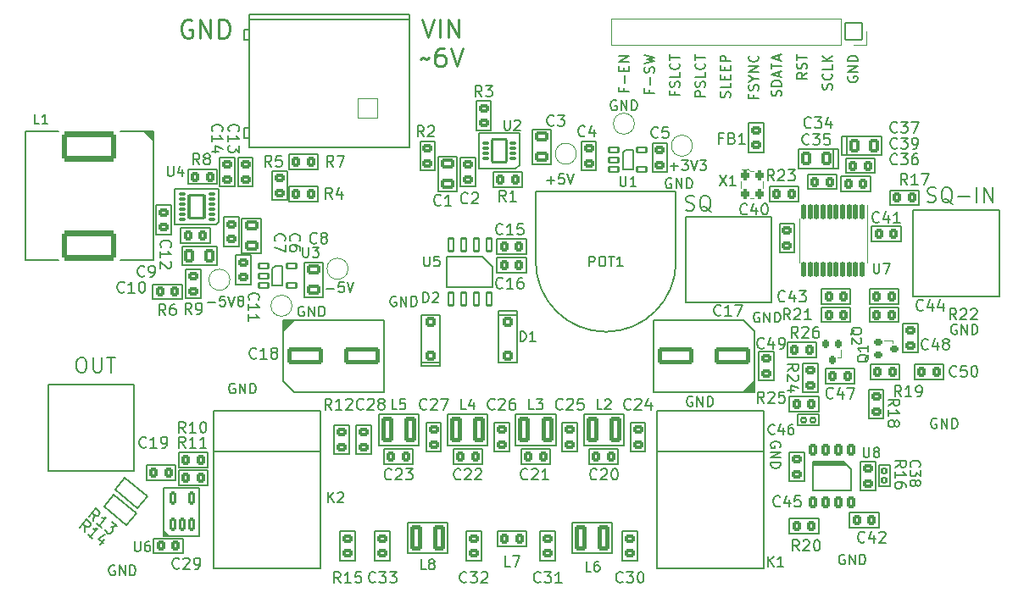
<source format=gto>
%TF.GenerationSoftware,KiCad,Pcbnew,(6.0.6)*%
%TF.CreationDate,2023-01-28T17:13:45-04:00*%
%TF.ProjectId,DDS_FunctionGenerator,4444535f-4675-46e6-9374-696f6e47656e,rev?*%
%TF.SameCoordinates,Original*%
%TF.FileFunction,Legend,Top*%
%TF.FilePolarity,Positive*%
%FSLAX46Y46*%
G04 Gerber Fmt 4.6, Leading zero omitted, Abs format (unit mm)*
G04 Created by KiCad (PCBNEW (6.0.6)) date 2023-01-28 17:13:45*
%MOMM*%
%LPD*%
G01*
G04 APERTURE LIST*
G04 Aperture macros list*
%AMRoundRect*
0 Rectangle with rounded corners*
0 $1 Rounding radius*
0 $2 $3 $4 $5 $6 $7 $8 $9 X,Y pos of 4 corners*
0 Add a 4 corners polygon primitive as box body*
4,1,4,$2,$3,$4,$5,$6,$7,$8,$9,$2,$3,0*
0 Add four circle primitives for the rounded corners*
1,1,$1+$1,$2,$3*
1,1,$1+$1,$4,$5*
1,1,$1+$1,$6,$7*
1,1,$1+$1,$8,$9*
0 Add four rect primitives between the rounded corners*
20,1,$1+$1,$2,$3,$4,$5,0*
20,1,$1+$1,$4,$5,$6,$7,0*
20,1,$1+$1,$6,$7,$8,$9,0*
20,1,$1+$1,$8,$9,$2,$3,0*%
G04 Aperture macros list end*
%ADD10C,0.150000*%
%ADD11C,0.200000*%
%ADD12C,0.220000*%
%ADD13C,0.180000*%
%ADD14C,0.153000*%
%ADD15C,0.120000*%
%ADD16C,0.203200*%
%ADD17RoundRect,0.170000X-0.330000X0.280000X-0.330000X-0.280000X0.330000X-0.280000X0.330000X0.280000X0*%
%ADD18RoundRect,0.170000X0.330000X-0.280000X0.330000X0.280000X-0.330000X0.280000X-0.330000X-0.280000X0*%
%ADD19RoundRect,0.170000X0.280000X0.330000X-0.280000X0.330000X-0.280000X-0.330000X0.280000X-0.330000X0*%
%ADD20C,1.600000*%
%ADD21C,0.900000*%
%ADD22RoundRect,0.135000X-0.340000X0.340000X-0.340000X-0.340000X0.340000X-0.340000X0.340000X0.340000X0*%
%ADD23RoundRect,0.250000X-0.200000X-0.250000X0.200000X-0.250000X0.200000X0.250000X-0.200000X0.250000X0*%
%ADD24RoundRect,0.164300X-0.266700X0.457200X-0.266700X-0.457200X0.266700X-0.457200X0.266700X0.457200X0*%
%ADD25RoundRect,0.170000X-0.280000X-0.330000X0.280000X-0.330000X0.280000X0.330000X-0.280000X0.330000X0*%
%ADD26C,2.400000*%
%ADD27C,2.700000*%
%ADD28C,3.960800*%
%ADD29RoundRect,0.080000X0.295000X0.120000X-0.295000X0.120000X-0.295000X-0.120000X0.295000X-0.120000X0*%
%ADD30RoundRect,0.080000X-0.295000X-0.120000X0.295000X-0.120000X0.295000X0.120000X-0.295000X0.120000X0*%
%ADD31RoundRect,0.135000X0.765000X1.165000X-0.765000X1.165000X-0.765000X-1.165000X0.765000X-1.165000X0*%
%ADD32RoundRect,0.215000X0.385000X1.085000X-0.385000X1.085000X-0.385000X-1.085000X0.385000X-1.085000X0*%
%ADD33RoundRect,0.150000X0.200000X-0.510000X0.200000X0.510000X-0.200000X0.510000X-0.200000X-0.510000X0*%
%ADD34RoundRect,0.170000X-0.426612X-0.072814X0.002373X-0.432775X0.426612X0.072814X-0.002373X0.432775X0*%
%ADD35RoundRect,0.090000X-0.210000X0.235000X-0.210000X-0.235000X0.210000X-0.235000X0.210000X0.235000X0*%
%ADD36RoundRect,0.210000X-1.590000X-0.640000X1.590000X-0.640000X1.590000X0.640000X-1.590000X0.640000X0*%
%ADD37RoundRect,0.185000X-0.515000X0.315000X-0.515000X-0.315000X0.515000X-0.315000X0.515000X0.315000X0*%
%ADD38RoundRect,0.282000X2.468000X1.218000X-2.468000X1.218000X-2.468000X-1.218000X2.468000X-1.218000X0*%
%ADD39RoundRect,0.170000X0.180000X-0.280000X0.180000X0.280000X-0.180000X0.280000X-0.180000X-0.280000X0*%
%ADD40RoundRect,0.150000X-0.100000X0.637500X-0.100000X-0.637500X0.100000X-0.637500X0.100000X0.637500X0*%
%ADD41RoundRect,0.135000X0.340000X-0.340000X0.340000X0.340000X-0.340000X0.340000X-0.340000X-0.340000X0*%
%ADD42C,2.100000*%
%ADD43RoundRect,0.050000X1.000000X1.000000X-1.000000X1.000000X-1.000000X-1.000000X1.000000X-1.000000X0*%
%ADD44RoundRect,0.170000X0.280000X0.180000X-0.280000X0.180000X-0.280000X-0.180000X0.280000X-0.180000X0*%
%ADD45RoundRect,0.090000X-0.235000X-0.210000X0.235000X-0.210000X0.235000X0.210000X-0.235000X0.210000X0*%
%ADD46RoundRect,0.185000X-0.315000X-0.515000X0.315000X-0.515000X0.315000X0.515000X-0.315000X0.515000X0*%
%ADD47RoundRect,0.185000X0.315000X0.515000X-0.315000X0.515000X-0.315000X-0.515000X0.315000X-0.515000X0*%
%ADD48RoundRect,0.110000X0.490000X0.240000X-0.490000X0.240000X-0.490000X-0.240000X0.490000X-0.240000X0*%
%ADD49RoundRect,0.185000X0.515000X-0.315000X0.515000X0.315000X-0.515000X0.315000X-0.515000X-0.315000X0*%
%ADD50RoundRect,0.210000X1.590000X0.640000X-1.590000X0.640000X-1.590000X-0.640000X1.590000X-0.640000X0*%
%ADD51RoundRect,0.110000X-0.240000X0.640000X-0.240000X-0.640000X0.240000X-0.640000X0.240000X0.640000X0*%
%ADD52RoundRect,0.132500X-0.742500X-1.117500X0.742500X-1.117500X0.742500X1.117500X-0.742500X1.117500X0*%
%ADD53RoundRect,0.050000X-0.850000X0.850000X-0.850000X-0.850000X0.850000X-0.850000X0.850000X0.850000X0*%
%ADD54O,1.800000X1.800000*%
G04 APERTURE END LIST*
D10*
X97738095Y-103200000D02*
X97642857Y-103152380D01*
X97500000Y-103152380D01*
X97357142Y-103200000D01*
X97261904Y-103295238D01*
X97214285Y-103390476D01*
X97166666Y-103580952D01*
X97166666Y-103723809D01*
X97214285Y-103914285D01*
X97261904Y-104009523D01*
X97357142Y-104104761D01*
X97500000Y-104152380D01*
X97595238Y-104152380D01*
X97738095Y-104104761D01*
X97785714Y-104057142D01*
X97785714Y-103723809D01*
X97595238Y-103723809D01*
X98214285Y-104152380D02*
X98214285Y-103152380D01*
X98785714Y-104152380D01*
X98785714Y-103152380D01*
X99261904Y-104152380D02*
X99261904Y-103152380D01*
X99500000Y-103152380D01*
X99642857Y-103200000D01*
X99738095Y-103295238D01*
X99785714Y-103390476D01*
X99833333Y-103580952D01*
X99833333Y-103723809D01*
X99785714Y-103914285D01*
X99738095Y-104009523D01*
X99642857Y-104104761D01*
X99500000Y-104152380D01*
X99261904Y-104152380D01*
X104638095Y-95500000D02*
X104542857Y-95452380D01*
X104400000Y-95452380D01*
X104257142Y-95500000D01*
X104161904Y-95595238D01*
X104114285Y-95690476D01*
X104066666Y-95880952D01*
X104066666Y-96023809D01*
X104114285Y-96214285D01*
X104161904Y-96309523D01*
X104257142Y-96404761D01*
X104400000Y-96452380D01*
X104495238Y-96452380D01*
X104638095Y-96404761D01*
X104685714Y-96357142D01*
X104685714Y-96023809D01*
X104495238Y-96023809D01*
X105114285Y-96452380D02*
X105114285Y-95452380D01*
X105685714Y-96452380D01*
X105685714Y-95452380D01*
X106161904Y-96452380D02*
X106161904Y-95452380D01*
X106400000Y-95452380D01*
X106542857Y-95500000D01*
X106638095Y-95595238D01*
X106685714Y-95690476D01*
X106733333Y-95880952D01*
X106733333Y-96023809D01*
X106685714Y-96214285D01*
X106638095Y-96309523D01*
X106542857Y-96404761D01*
X106400000Y-96452380D01*
X106161904Y-96452380D01*
D11*
X82300000Y-100578571D02*
X82585714Y-100578571D01*
X82728571Y-100650000D01*
X82871428Y-100792857D01*
X82942857Y-101078571D01*
X82942857Y-101578571D01*
X82871428Y-101864285D01*
X82728571Y-102007142D01*
X82585714Y-102078571D01*
X82300000Y-102078571D01*
X82157142Y-102007142D01*
X82014285Y-101864285D01*
X81942857Y-101578571D01*
X81942857Y-101078571D01*
X82014285Y-100792857D01*
X82157142Y-100650000D01*
X82300000Y-100578571D01*
X83585714Y-100578571D02*
X83585714Y-101792857D01*
X83657142Y-101935714D01*
X83728571Y-102007142D01*
X83871428Y-102078571D01*
X84157142Y-102078571D01*
X84300000Y-102007142D01*
X84371428Y-101935714D01*
X84442857Y-101792857D01*
X84442857Y-100578571D01*
X84942857Y-100578571D02*
X85800000Y-100578571D01*
X85371428Y-102078571D02*
X85371428Y-100578571D01*
D10*
X169838095Y-97300000D02*
X169742857Y-97252380D01*
X169600000Y-97252380D01*
X169457142Y-97300000D01*
X169361904Y-97395238D01*
X169314285Y-97490476D01*
X169266666Y-97680952D01*
X169266666Y-97823809D01*
X169314285Y-98014285D01*
X169361904Y-98109523D01*
X169457142Y-98204761D01*
X169600000Y-98252380D01*
X169695238Y-98252380D01*
X169838095Y-98204761D01*
X169885714Y-98157142D01*
X169885714Y-97823809D01*
X169695238Y-97823809D01*
X170314285Y-98252380D02*
X170314285Y-97252380D01*
X170885714Y-98252380D01*
X170885714Y-97252380D01*
X171361904Y-98252380D02*
X171361904Y-97252380D01*
X171600000Y-97252380D01*
X171742857Y-97300000D01*
X171838095Y-97395238D01*
X171885714Y-97490476D01*
X171933333Y-97680952D01*
X171933333Y-97823809D01*
X171885714Y-98014285D01*
X171838095Y-98109523D01*
X171742857Y-98204761D01*
X171600000Y-98252380D01*
X171361904Y-98252380D01*
X136580571Y-73677690D02*
X136580571Y-74011023D01*
X137104380Y-74011023D02*
X136104380Y-74011023D01*
X136104380Y-73534833D01*
X136723428Y-73153880D02*
X136723428Y-72391976D01*
X136580571Y-71915785D02*
X136580571Y-71582452D01*
X137104380Y-71439595D02*
X137104380Y-71915785D01*
X136104380Y-71915785D01*
X136104380Y-71439595D01*
X137104380Y-71011023D02*
X136104380Y-71011023D01*
X137104380Y-70439595D01*
X136104380Y-70439595D01*
X85738095Y-121400000D02*
X85642857Y-121352380D01*
X85500000Y-121352380D01*
X85357142Y-121400000D01*
X85261904Y-121495238D01*
X85214285Y-121590476D01*
X85166666Y-121780952D01*
X85166666Y-121923809D01*
X85214285Y-122114285D01*
X85261904Y-122209523D01*
X85357142Y-122304761D01*
X85500000Y-122352380D01*
X85595238Y-122352380D01*
X85738095Y-122304761D01*
X85785714Y-122257142D01*
X85785714Y-121923809D01*
X85595238Y-121923809D01*
X86214285Y-122352380D02*
X86214285Y-121352380D01*
X86785714Y-122352380D01*
X86785714Y-121352380D01*
X87261904Y-122352380D02*
X87261904Y-121352380D01*
X87500000Y-121352380D01*
X87642857Y-121400000D01*
X87738095Y-121495238D01*
X87785714Y-121590476D01*
X87833333Y-121780952D01*
X87833333Y-121923809D01*
X87785714Y-122114285D01*
X87738095Y-122209523D01*
X87642857Y-122304761D01*
X87500000Y-122352380D01*
X87261904Y-122352380D01*
D11*
X166914285Y-85007142D02*
X167128571Y-85078571D01*
X167485714Y-85078571D01*
X167628571Y-85007142D01*
X167700000Y-84935714D01*
X167771428Y-84792857D01*
X167771428Y-84650000D01*
X167700000Y-84507142D01*
X167628571Y-84435714D01*
X167485714Y-84364285D01*
X167200000Y-84292857D01*
X167057142Y-84221428D01*
X166985714Y-84150000D01*
X166914285Y-84007142D01*
X166914285Y-83864285D01*
X166985714Y-83721428D01*
X167057142Y-83650000D01*
X167200000Y-83578571D01*
X167557142Y-83578571D01*
X167771428Y-83650000D01*
X169414285Y-85221428D02*
X169271428Y-85150000D01*
X169128571Y-85007142D01*
X168914285Y-84792857D01*
X168771428Y-84721428D01*
X168628571Y-84721428D01*
X168700000Y-85078571D02*
X168557142Y-85007142D01*
X168414285Y-84864285D01*
X168342857Y-84578571D01*
X168342857Y-84078571D01*
X168414285Y-83792857D01*
X168557142Y-83650000D01*
X168700000Y-83578571D01*
X168985714Y-83578571D01*
X169128571Y-83650000D01*
X169271428Y-83792857D01*
X169342857Y-84078571D01*
X169342857Y-84578571D01*
X169271428Y-84864285D01*
X169128571Y-85007142D01*
X168985714Y-85078571D01*
X168700000Y-85078571D01*
X169985714Y-84507142D02*
X171128571Y-84507142D01*
X171842857Y-85078571D02*
X171842857Y-83578571D01*
X172557142Y-85078571D02*
X172557142Y-83578571D01*
X173414285Y-85078571D01*
X173414285Y-83578571D01*
D10*
X113838095Y-94500000D02*
X113742857Y-94452380D01*
X113600000Y-94452380D01*
X113457142Y-94500000D01*
X113361904Y-94595238D01*
X113314285Y-94690476D01*
X113266666Y-94880952D01*
X113266666Y-95023809D01*
X113314285Y-95214285D01*
X113361904Y-95309523D01*
X113457142Y-95404761D01*
X113600000Y-95452380D01*
X113695238Y-95452380D01*
X113838095Y-95404761D01*
X113885714Y-95357142D01*
X113885714Y-95023809D01*
X113695238Y-95023809D01*
X114314285Y-95452380D02*
X114314285Y-94452380D01*
X114885714Y-95452380D01*
X114885714Y-94452380D01*
X115361904Y-95452380D02*
X115361904Y-94452380D01*
X115600000Y-94452380D01*
X115742857Y-94500000D01*
X115838095Y-94595238D01*
X115885714Y-94690476D01*
X115933333Y-94880952D01*
X115933333Y-95023809D01*
X115885714Y-95214285D01*
X115838095Y-95309523D01*
X115742857Y-95404761D01*
X115600000Y-95452380D01*
X115361904Y-95452380D01*
X95038095Y-95071428D02*
X95800000Y-95071428D01*
X96752380Y-94452380D02*
X96276190Y-94452380D01*
X96228571Y-94928571D01*
X96276190Y-94880952D01*
X96371428Y-94833333D01*
X96609523Y-94833333D01*
X96704761Y-94880952D01*
X96752380Y-94928571D01*
X96800000Y-95023809D01*
X96800000Y-95261904D01*
X96752380Y-95357142D01*
X96704761Y-95404761D01*
X96609523Y-95452380D01*
X96371428Y-95452380D01*
X96276190Y-95404761D01*
X96228571Y-95357142D01*
X97085714Y-94452380D02*
X97419047Y-95452380D01*
X97752380Y-94452380D01*
X98228571Y-94880952D02*
X98133333Y-94833333D01*
X98085714Y-94785714D01*
X98038095Y-94690476D01*
X98038095Y-94642857D01*
X98085714Y-94547619D01*
X98133333Y-94500000D01*
X98228571Y-94452380D01*
X98419047Y-94452380D01*
X98514285Y-94500000D01*
X98561904Y-94547619D01*
X98609523Y-94642857D01*
X98609523Y-94690476D01*
X98561904Y-94785714D01*
X98514285Y-94833333D01*
X98419047Y-94880952D01*
X98228571Y-94880952D01*
X98133333Y-94928571D01*
X98085714Y-94976190D01*
X98038095Y-95071428D01*
X98038095Y-95261904D01*
X98085714Y-95357142D01*
X98133333Y-95404761D01*
X98228571Y-95452380D01*
X98419047Y-95452380D01*
X98514285Y-95404761D01*
X98561904Y-95357142D01*
X98609523Y-95261904D01*
X98609523Y-95071428D01*
X98561904Y-94976190D01*
X98514285Y-94928571D01*
X98419047Y-94880952D01*
X139120571Y-73820547D02*
X139120571Y-74153880D01*
X139644380Y-74153880D02*
X138644380Y-74153880D01*
X138644380Y-73677690D01*
X139263428Y-73296738D02*
X139263428Y-72534833D01*
X139596761Y-72106261D02*
X139644380Y-71963404D01*
X139644380Y-71725309D01*
X139596761Y-71630071D01*
X139549142Y-71582452D01*
X139453904Y-71534833D01*
X139358666Y-71534833D01*
X139263428Y-71582452D01*
X139215809Y-71630071D01*
X139168190Y-71725309D01*
X139120571Y-71915785D01*
X139072952Y-72011023D01*
X139025333Y-72058642D01*
X138930095Y-72106261D01*
X138834857Y-72106261D01*
X138739619Y-72058642D01*
X138692000Y-72011023D01*
X138644380Y-71915785D01*
X138644380Y-71677690D01*
X138692000Y-71534833D01*
X138644380Y-71201500D02*
X139644380Y-70963404D01*
X138930095Y-70772928D01*
X139644380Y-70582452D01*
X138644380Y-70344357D01*
X144724380Y-74487214D02*
X143724380Y-74487214D01*
X143724380Y-74106261D01*
X143772000Y-74011023D01*
X143819619Y-73963404D01*
X143914857Y-73915785D01*
X144057714Y-73915785D01*
X144152952Y-73963404D01*
X144200571Y-74011023D01*
X144248190Y-74106261D01*
X144248190Y-74487214D01*
X144676761Y-73534833D02*
X144724380Y-73391976D01*
X144724380Y-73153880D01*
X144676761Y-73058642D01*
X144629142Y-73011023D01*
X144533904Y-72963404D01*
X144438666Y-72963404D01*
X144343428Y-73011023D01*
X144295809Y-73058642D01*
X144248190Y-73153880D01*
X144200571Y-73344357D01*
X144152952Y-73439595D01*
X144105333Y-73487214D01*
X144010095Y-73534833D01*
X143914857Y-73534833D01*
X143819619Y-73487214D01*
X143772000Y-73439595D01*
X143724380Y-73344357D01*
X143724380Y-73106261D01*
X143772000Y-72963404D01*
X144724380Y-72058642D02*
X144724380Y-72534833D01*
X143724380Y-72534833D01*
X144629142Y-71153880D02*
X144676761Y-71201500D01*
X144724380Y-71344357D01*
X144724380Y-71439595D01*
X144676761Y-71582452D01*
X144581523Y-71677690D01*
X144486285Y-71725309D01*
X144295809Y-71772928D01*
X144152952Y-71772928D01*
X143962476Y-71725309D01*
X143867238Y-71677690D01*
X143772000Y-71582452D01*
X143724380Y-71439595D01*
X143724380Y-71344357D01*
X143772000Y-71201500D01*
X143819619Y-71153880D01*
X143724380Y-70868166D02*
X143724380Y-70296738D01*
X144724380Y-70582452D02*
X143724380Y-70582452D01*
X150138095Y-96100000D02*
X150042857Y-96052380D01*
X149900000Y-96052380D01*
X149757142Y-96100000D01*
X149661904Y-96195238D01*
X149614285Y-96290476D01*
X149566666Y-96480952D01*
X149566666Y-96623809D01*
X149614285Y-96814285D01*
X149661904Y-96909523D01*
X149757142Y-97004761D01*
X149900000Y-97052380D01*
X149995238Y-97052380D01*
X150138095Y-97004761D01*
X150185714Y-96957142D01*
X150185714Y-96623809D01*
X149995238Y-96623809D01*
X150614285Y-97052380D02*
X150614285Y-96052380D01*
X151185714Y-97052380D01*
X151185714Y-96052380D01*
X151661904Y-97052380D02*
X151661904Y-96052380D01*
X151900000Y-96052380D01*
X152042857Y-96100000D01*
X152138095Y-96195238D01*
X152185714Y-96290476D01*
X152233333Y-96480952D01*
X152233333Y-96623809D01*
X152185714Y-96814285D01*
X152138095Y-96909523D01*
X152042857Y-97004761D01*
X151900000Y-97052380D01*
X151661904Y-97052380D01*
X159012000Y-72487214D02*
X158964380Y-72582452D01*
X158964380Y-72725309D01*
X159012000Y-72868166D01*
X159107238Y-72963404D01*
X159202476Y-73011023D01*
X159392952Y-73058642D01*
X159535809Y-73058642D01*
X159726285Y-73011023D01*
X159821523Y-72963404D01*
X159916761Y-72868166D01*
X159964380Y-72725309D01*
X159964380Y-72630071D01*
X159916761Y-72487214D01*
X159869142Y-72439595D01*
X159535809Y-72439595D01*
X159535809Y-72630071D01*
X159964380Y-72011023D02*
X158964380Y-72011023D01*
X159964380Y-71439595D01*
X158964380Y-71439595D01*
X159964380Y-70963404D02*
X158964380Y-70963404D01*
X158964380Y-70725309D01*
X159012000Y-70582452D01*
X159107238Y-70487214D01*
X159202476Y-70439595D01*
X159392952Y-70391976D01*
X159535809Y-70391976D01*
X159726285Y-70439595D01*
X159821523Y-70487214D01*
X159916761Y-70582452D01*
X159964380Y-70725309D01*
X159964380Y-70963404D01*
X141660571Y-74011023D02*
X141660571Y-74344357D01*
X142184380Y-74344357D02*
X141184380Y-74344357D01*
X141184380Y-73868166D01*
X142136761Y-73534833D02*
X142184380Y-73391976D01*
X142184380Y-73153880D01*
X142136761Y-73058642D01*
X142089142Y-73011023D01*
X141993904Y-72963404D01*
X141898666Y-72963404D01*
X141803428Y-73011023D01*
X141755809Y-73058642D01*
X141708190Y-73153880D01*
X141660571Y-73344357D01*
X141612952Y-73439595D01*
X141565333Y-73487214D01*
X141470095Y-73534833D01*
X141374857Y-73534833D01*
X141279619Y-73487214D01*
X141232000Y-73439595D01*
X141184380Y-73344357D01*
X141184380Y-73106261D01*
X141232000Y-72963404D01*
X142184380Y-72058642D02*
X142184380Y-72534833D01*
X141184380Y-72534833D01*
X142089142Y-71153880D02*
X142136761Y-71201500D01*
X142184380Y-71344357D01*
X142184380Y-71439595D01*
X142136761Y-71582452D01*
X142041523Y-71677690D01*
X141946285Y-71725309D01*
X141755809Y-71772928D01*
X141612952Y-71772928D01*
X141422476Y-71725309D01*
X141327238Y-71677690D01*
X141232000Y-71582452D01*
X141184380Y-71439595D01*
X141184380Y-71344357D01*
X141232000Y-71201500D01*
X141279619Y-71153880D01*
X141184380Y-70868166D02*
X141184380Y-70296738D01*
X142184380Y-70582452D02*
X141184380Y-70582452D01*
X135838095Y-74900000D02*
X135742857Y-74852380D01*
X135600000Y-74852380D01*
X135457142Y-74900000D01*
X135361904Y-74995238D01*
X135314285Y-75090476D01*
X135266666Y-75280952D01*
X135266666Y-75423809D01*
X135314285Y-75614285D01*
X135361904Y-75709523D01*
X135457142Y-75804761D01*
X135600000Y-75852380D01*
X135695238Y-75852380D01*
X135838095Y-75804761D01*
X135885714Y-75757142D01*
X135885714Y-75423809D01*
X135695238Y-75423809D01*
X136314285Y-75852380D02*
X136314285Y-74852380D01*
X136885714Y-75852380D01*
X136885714Y-74852380D01*
X137361904Y-75852380D02*
X137361904Y-74852380D01*
X137600000Y-74852380D01*
X137742857Y-74900000D01*
X137838095Y-74995238D01*
X137885714Y-75090476D01*
X137933333Y-75280952D01*
X137933333Y-75423809D01*
X137885714Y-75614285D01*
X137838095Y-75709523D01*
X137742857Y-75804761D01*
X137600000Y-75852380D01*
X137361904Y-75852380D01*
D12*
X116428571Y-66765285D02*
X117028571Y-68565285D01*
X117628571Y-66765285D01*
X118228571Y-68565285D02*
X118228571Y-66765285D01*
X119085714Y-68565285D02*
X119085714Y-66765285D01*
X120114285Y-68565285D01*
X120114285Y-66765285D01*
X116300000Y-70777571D02*
X116385714Y-70691857D01*
X116557142Y-70606142D01*
X116900000Y-70777571D01*
X117071428Y-70691857D01*
X117157142Y-70606142D01*
X118614285Y-69663285D02*
X118271428Y-69663285D01*
X118100000Y-69749000D01*
X118014285Y-69834714D01*
X117842857Y-70091857D01*
X117757142Y-70434714D01*
X117757142Y-71120428D01*
X117842857Y-71291857D01*
X117928571Y-71377571D01*
X118100000Y-71463285D01*
X118442857Y-71463285D01*
X118614285Y-71377571D01*
X118700000Y-71291857D01*
X118785714Y-71120428D01*
X118785714Y-70691857D01*
X118700000Y-70520428D01*
X118614285Y-70434714D01*
X118442857Y-70349000D01*
X118100000Y-70349000D01*
X117928571Y-70434714D01*
X117842857Y-70520428D01*
X117757142Y-70691857D01*
X119300000Y-69663285D02*
X119900000Y-71463285D01*
X120500000Y-69663285D01*
D10*
X152200000Y-109538095D02*
X152247619Y-109442857D01*
X152247619Y-109300000D01*
X152200000Y-109157142D01*
X152104761Y-109061904D01*
X152009523Y-109014285D01*
X151819047Y-108966666D01*
X151676190Y-108966666D01*
X151485714Y-109014285D01*
X151390476Y-109061904D01*
X151295238Y-109157142D01*
X151247619Y-109300000D01*
X151247619Y-109395238D01*
X151295238Y-109538095D01*
X151342857Y-109585714D01*
X151676190Y-109585714D01*
X151676190Y-109395238D01*
X151247619Y-110014285D02*
X152247619Y-110014285D01*
X151247619Y-110585714D01*
X152247619Y-110585714D01*
X151247619Y-111061904D02*
X152247619Y-111061904D01*
X152247619Y-111300000D01*
X152200000Y-111442857D01*
X152104761Y-111538095D01*
X152009523Y-111585714D01*
X151819047Y-111633333D01*
X151676190Y-111633333D01*
X151485714Y-111585714D01*
X151390476Y-111538095D01*
X151295238Y-111442857D01*
X151247619Y-111300000D01*
X151247619Y-111061904D01*
X157376761Y-73772928D02*
X157424380Y-73630071D01*
X157424380Y-73391976D01*
X157376761Y-73296738D01*
X157329142Y-73249119D01*
X157233904Y-73201500D01*
X157138666Y-73201500D01*
X157043428Y-73249119D01*
X156995809Y-73296738D01*
X156948190Y-73391976D01*
X156900571Y-73582452D01*
X156852952Y-73677690D01*
X156805333Y-73725309D01*
X156710095Y-73772928D01*
X156614857Y-73772928D01*
X156519619Y-73725309D01*
X156472000Y-73677690D01*
X156424380Y-73582452D01*
X156424380Y-73344357D01*
X156472000Y-73201500D01*
X157329142Y-72201500D02*
X157376761Y-72249119D01*
X157424380Y-72391976D01*
X157424380Y-72487214D01*
X157376761Y-72630071D01*
X157281523Y-72725309D01*
X157186285Y-72772928D01*
X156995809Y-72820547D01*
X156852952Y-72820547D01*
X156662476Y-72772928D01*
X156567238Y-72725309D01*
X156472000Y-72630071D01*
X156424380Y-72487214D01*
X156424380Y-72391976D01*
X156472000Y-72249119D01*
X156519619Y-72201500D01*
X157424380Y-71296738D02*
X157424380Y-71772928D01*
X156424380Y-71772928D01*
X157424380Y-70963404D02*
X156424380Y-70963404D01*
X157424380Y-70391976D02*
X156852952Y-70820547D01*
X156424380Y-70391976D02*
X156995809Y-70963404D01*
D12*
X93428571Y-66900000D02*
X93257142Y-66814285D01*
X93000000Y-66814285D01*
X92742857Y-66900000D01*
X92571428Y-67071428D01*
X92485714Y-67242857D01*
X92400000Y-67585714D01*
X92400000Y-67842857D01*
X92485714Y-68185714D01*
X92571428Y-68357142D01*
X92742857Y-68528571D01*
X93000000Y-68614285D01*
X93171428Y-68614285D01*
X93428571Y-68528571D01*
X93514285Y-68442857D01*
X93514285Y-67842857D01*
X93171428Y-67842857D01*
X94285714Y-68614285D02*
X94285714Y-66814285D01*
X95314285Y-68614285D01*
X95314285Y-66814285D01*
X96171428Y-68614285D02*
X96171428Y-66814285D01*
X96600000Y-66814285D01*
X96857142Y-66900000D01*
X97028571Y-67071428D01*
X97114285Y-67242857D01*
X97200000Y-67585714D01*
X97200000Y-67842857D01*
X97114285Y-68185714D01*
X97028571Y-68357142D01*
X96857142Y-68528571D01*
X96600000Y-68614285D01*
X96171428Y-68614285D01*
D10*
X141238095Y-81471428D02*
X142000000Y-81471428D01*
X141619047Y-81852380D02*
X141619047Y-81090476D01*
X142380952Y-80852380D02*
X143000000Y-80852380D01*
X142666666Y-81233333D01*
X142809523Y-81233333D01*
X142904761Y-81280952D01*
X142952380Y-81328571D01*
X143000000Y-81423809D01*
X143000000Y-81661904D01*
X142952380Y-81757142D01*
X142904761Y-81804761D01*
X142809523Y-81852380D01*
X142523809Y-81852380D01*
X142428571Y-81804761D01*
X142380952Y-81757142D01*
X143285714Y-80852380D02*
X143619047Y-81852380D01*
X143952380Y-80852380D01*
X144190476Y-80852380D02*
X144809523Y-80852380D01*
X144476190Y-81233333D01*
X144619047Y-81233333D01*
X144714285Y-81280952D01*
X144761904Y-81328571D01*
X144809523Y-81423809D01*
X144809523Y-81661904D01*
X144761904Y-81757142D01*
X144714285Y-81804761D01*
X144619047Y-81852380D01*
X144333333Y-81852380D01*
X144238095Y-81804761D01*
X144190476Y-81757142D01*
X143438095Y-104500000D02*
X143342857Y-104452380D01*
X143200000Y-104452380D01*
X143057142Y-104500000D01*
X142961904Y-104595238D01*
X142914285Y-104690476D01*
X142866666Y-104880952D01*
X142866666Y-105023809D01*
X142914285Y-105214285D01*
X142961904Y-105309523D01*
X143057142Y-105404761D01*
X143200000Y-105452380D01*
X143295238Y-105452380D01*
X143438095Y-105404761D01*
X143485714Y-105357142D01*
X143485714Y-105023809D01*
X143295238Y-105023809D01*
X143914285Y-105452380D02*
X143914285Y-104452380D01*
X144485714Y-105452380D01*
X144485714Y-104452380D01*
X144961904Y-105452380D02*
X144961904Y-104452380D01*
X145200000Y-104452380D01*
X145342857Y-104500000D01*
X145438095Y-104595238D01*
X145485714Y-104690476D01*
X145533333Y-104880952D01*
X145533333Y-105023809D01*
X145485714Y-105214285D01*
X145438095Y-105309523D01*
X145342857Y-105404761D01*
X145200000Y-105452380D01*
X144961904Y-105452380D01*
X149534571Y-74344357D02*
X149534571Y-74677690D01*
X150058380Y-74677690D02*
X149058380Y-74677690D01*
X149058380Y-74201500D01*
X150010761Y-73868166D02*
X150058380Y-73725309D01*
X150058380Y-73487214D01*
X150010761Y-73391976D01*
X149963142Y-73344357D01*
X149867904Y-73296738D01*
X149772666Y-73296738D01*
X149677428Y-73344357D01*
X149629809Y-73391976D01*
X149582190Y-73487214D01*
X149534571Y-73677690D01*
X149486952Y-73772928D01*
X149439333Y-73820547D01*
X149344095Y-73868166D01*
X149248857Y-73868166D01*
X149153619Y-73820547D01*
X149106000Y-73772928D01*
X149058380Y-73677690D01*
X149058380Y-73439595D01*
X149106000Y-73296738D01*
X149582190Y-72677690D02*
X150058380Y-72677690D01*
X149058380Y-73011023D02*
X149582190Y-72677690D01*
X149058380Y-72344357D01*
X150058380Y-72011023D02*
X149058380Y-72011023D01*
X150058380Y-71439595D01*
X149058380Y-71439595D01*
X149963142Y-70391976D02*
X150010761Y-70439595D01*
X150058380Y-70582452D01*
X150058380Y-70677690D01*
X150010761Y-70820547D01*
X149915523Y-70915785D01*
X149820285Y-70963404D01*
X149629809Y-71011023D01*
X149486952Y-71011023D01*
X149296476Y-70963404D01*
X149201238Y-70915785D01*
X149106000Y-70820547D01*
X149058380Y-70677690D01*
X149058380Y-70582452D01*
X149106000Y-70439595D01*
X149153619Y-70391976D01*
X152296761Y-74439595D02*
X152344380Y-74296738D01*
X152344380Y-74058642D01*
X152296761Y-73963404D01*
X152249142Y-73915785D01*
X152153904Y-73868166D01*
X152058666Y-73868166D01*
X151963428Y-73915785D01*
X151915809Y-73963404D01*
X151868190Y-74058642D01*
X151820571Y-74249119D01*
X151772952Y-74344357D01*
X151725333Y-74391976D01*
X151630095Y-74439595D01*
X151534857Y-74439595D01*
X151439619Y-74391976D01*
X151392000Y-74344357D01*
X151344380Y-74249119D01*
X151344380Y-74011023D01*
X151392000Y-73868166D01*
X152344380Y-73439595D02*
X151344380Y-73439595D01*
X151344380Y-73201500D01*
X151392000Y-73058642D01*
X151487238Y-72963404D01*
X151582476Y-72915785D01*
X151772952Y-72868166D01*
X151915809Y-72868166D01*
X152106285Y-72915785D01*
X152201523Y-72963404D01*
X152296761Y-73058642D01*
X152344380Y-73201500D01*
X152344380Y-73439595D01*
X152058666Y-72487214D02*
X152058666Y-72011023D01*
X152344380Y-72582452D02*
X151344380Y-72249119D01*
X152344380Y-71915785D01*
X151344380Y-71725309D02*
X151344380Y-71153880D01*
X152344380Y-71439595D02*
X151344380Y-71439595D01*
X152058666Y-70868166D02*
X152058666Y-70391976D01*
X152344380Y-70963404D02*
X151344380Y-70630071D01*
X152344380Y-70296738D01*
D11*
X142785714Y-85807142D02*
X143000000Y-85878571D01*
X143357142Y-85878571D01*
X143500000Y-85807142D01*
X143571428Y-85735714D01*
X143642857Y-85592857D01*
X143642857Y-85450000D01*
X143571428Y-85307142D01*
X143500000Y-85235714D01*
X143357142Y-85164285D01*
X143071428Y-85092857D01*
X142928571Y-85021428D01*
X142857142Y-84950000D01*
X142785714Y-84807142D01*
X142785714Y-84664285D01*
X142857142Y-84521428D01*
X142928571Y-84450000D01*
X143071428Y-84378571D01*
X143428571Y-84378571D01*
X143642857Y-84450000D01*
X145285714Y-86021428D02*
X145142857Y-85950000D01*
X145000000Y-85807142D01*
X144785714Y-85592857D01*
X144642857Y-85521428D01*
X144500000Y-85521428D01*
X144571428Y-85878571D02*
X144428571Y-85807142D01*
X144285714Y-85664285D01*
X144214285Y-85378571D01*
X144214285Y-84878571D01*
X144285714Y-84592857D01*
X144428571Y-84450000D01*
X144571428Y-84378571D01*
X144857142Y-84378571D01*
X145000000Y-84450000D01*
X145142857Y-84592857D01*
X145214285Y-84878571D01*
X145214285Y-85378571D01*
X145142857Y-85664285D01*
X145000000Y-85807142D01*
X144857142Y-85878571D01*
X144571428Y-85878571D01*
D10*
X158638095Y-120300000D02*
X158542857Y-120252380D01*
X158400000Y-120252380D01*
X158257142Y-120300000D01*
X158161904Y-120395238D01*
X158114285Y-120490476D01*
X158066666Y-120680952D01*
X158066666Y-120823809D01*
X158114285Y-121014285D01*
X158161904Y-121109523D01*
X158257142Y-121204761D01*
X158400000Y-121252380D01*
X158495238Y-121252380D01*
X158638095Y-121204761D01*
X158685714Y-121157142D01*
X158685714Y-120823809D01*
X158495238Y-120823809D01*
X159114285Y-121252380D02*
X159114285Y-120252380D01*
X159685714Y-121252380D01*
X159685714Y-120252380D01*
X160161904Y-121252380D02*
X160161904Y-120252380D01*
X160400000Y-120252380D01*
X160542857Y-120300000D01*
X160638095Y-120395238D01*
X160685714Y-120490476D01*
X160733333Y-120680952D01*
X160733333Y-120823809D01*
X160685714Y-121014285D01*
X160638095Y-121109523D01*
X160542857Y-121204761D01*
X160400000Y-121252380D01*
X160161904Y-121252380D01*
X141338095Y-82700000D02*
X141242857Y-82652380D01*
X141100000Y-82652380D01*
X140957142Y-82700000D01*
X140861904Y-82795238D01*
X140814285Y-82890476D01*
X140766666Y-83080952D01*
X140766666Y-83223809D01*
X140814285Y-83414285D01*
X140861904Y-83509523D01*
X140957142Y-83604761D01*
X141100000Y-83652380D01*
X141195238Y-83652380D01*
X141338095Y-83604761D01*
X141385714Y-83557142D01*
X141385714Y-83223809D01*
X141195238Y-83223809D01*
X141814285Y-83652380D02*
X141814285Y-82652380D01*
X142385714Y-83652380D01*
X142385714Y-82652380D01*
X142861904Y-83652380D02*
X142861904Y-82652380D01*
X143100000Y-82652380D01*
X143242857Y-82700000D01*
X143338095Y-82795238D01*
X143385714Y-82890476D01*
X143433333Y-83080952D01*
X143433333Y-83223809D01*
X143385714Y-83414285D01*
X143338095Y-83509523D01*
X143242857Y-83604761D01*
X143100000Y-83652380D01*
X142861904Y-83652380D01*
X147186761Y-74582452D02*
X147234380Y-74439595D01*
X147234380Y-74201500D01*
X147186761Y-74106261D01*
X147139142Y-74058642D01*
X147043904Y-74011023D01*
X146948666Y-74011023D01*
X146853428Y-74058642D01*
X146805809Y-74106261D01*
X146758190Y-74201500D01*
X146710571Y-74391976D01*
X146662952Y-74487214D01*
X146615333Y-74534833D01*
X146520095Y-74582452D01*
X146424857Y-74582452D01*
X146329619Y-74534833D01*
X146282000Y-74487214D01*
X146234380Y-74391976D01*
X146234380Y-74153880D01*
X146282000Y-74011023D01*
X147234380Y-73106261D02*
X147234380Y-73582452D01*
X146234380Y-73582452D01*
X146710571Y-72772928D02*
X146710571Y-72439595D01*
X147234380Y-72296738D02*
X147234380Y-72772928D01*
X146234380Y-72772928D01*
X146234380Y-72296738D01*
X146710571Y-71868166D02*
X146710571Y-71534833D01*
X147234380Y-71391976D02*
X147234380Y-71868166D01*
X146234380Y-71868166D01*
X146234380Y-71391976D01*
X147234380Y-70963404D02*
X146234380Y-70963404D01*
X146234380Y-70582452D01*
X146282000Y-70487214D01*
X146329619Y-70439595D01*
X146424857Y-70391976D01*
X146567714Y-70391976D01*
X146662952Y-70439595D01*
X146710571Y-70487214D01*
X146758190Y-70582452D01*
X146758190Y-70963404D01*
X167838095Y-106700000D02*
X167742857Y-106652380D01*
X167600000Y-106652380D01*
X167457142Y-106700000D01*
X167361904Y-106795238D01*
X167314285Y-106890476D01*
X167266666Y-107080952D01*
X167266666Y-107223809D01*
X167314285Y-107414285D01*
X167361904Y-107509523D01*
X167457142Y-107604761D01*
X167600000Y-107652380D01*
X167695238Y-107652380D01*
X167838095Y-107604761D01*
X167885714Y-107557142D01*
X167885714Y-107223809D01*
X167695238Y-107223809D01*
X168314285Y-107652380D02*
X168314285Y-106652380D01*
X168885714Y-107652380D01*
X168885714Y-106652380D01*
X169361904Y-107652380D02*
X169361904Y-106652380D01*
X169600000Y-106652380D01*
X169742857Y-106700000D01*
X169838095Y-106795238D01*
X169885714Y-106890476D01*
X169933333Y-107080952D01*
X169933333Y-107223809D01*
X169885714Y-107414285D01*
X169838095Y-107509523D01*
X169742857Y-107604761D01*
X169600000Y-107652380D01*
X169361904Y-107652380D01*
X154884380Y-72106261D02*
X154408190Y-72439595D01*
X154884380Y-72677690D02*
X153884380Y-72677690D01*
X153884380Y-72296738D01*
X153932000Y-72201500D01*
X153979619Y-72153880D01*
X154074857Y-72106261D01*
X154217714Y-72106261D01*
X154312952Y-72153880D01*
X154360571Y-72201500D01*
X154408190Y-72296738D01*
X154408190Y-72677690D01*
X154836761Y-71725309D02*
X154884380Y-71582452D01*
X154884380Y-71344357D01*
X154836761Y-71249119D01*
X154789142Y-71201500D01*
X154693904Y-71153880D01*
X154598666Y-71153880D01*
X154503428Y-71201500D01*
X154455809Y-71249119D01*
X154408190Y-71344357D01*
X154360571Y-71534833D01*
X154312952Y-71630071D01*
X154265333Y-71677690D01*
X154170095Y-71725309D01*
X154074857Y-71725309D01*
X153979619Y-71677690D01*
X153932000Y-71630071D01*
X153884380Y-71534833D01*
X153884380Y-71296738D01*
X153932000Y-71153880D01*
X153884380Y-70868166D02*
X153884380Y-70296738D01*
X154884380Y-70582452D02*
X153884380Y-70582452D01*
X106914285Y-93671428D02*
X107676190Y-93671428D01*
X108628571Y-93052380D02*
X108152380Y-93052380D01*
X108104761Y-93528571D01*
X108152380Y-93480952D01*
X108247619Y-93433333D01*
X108485714Y-93433333D01*
X108580952Y-93480952D01*
X108628571Y-93528571D01*
X108676190Y-93623809D01*
X108676190Y-93861904D01*
X108628571Y-93957142D01*
X108580952Y-94004761D01*
X108485714Y-94052380D01*
X108247619Y-94052380D01*
X108152380Y-94004761D01*
X108104761Y-93957142D01*
X108961904Y-93052380D02*
X109295238Y-94052380D01*
X109628571Y-93052380D01*
X128913285Y-82839428D02*
X129675190Y-82839428D01*
X129294238Y-83220380D02*
X129294238Y-82458476D01*
X130627571Y-82220380D02*
X130151380Y-82220380D01*
X130103761Y-82696571D01*
X130151380Y-82648952D01*
X130246619Y-82601333D01*
X130484714Y-82601333D01*
X130579952Y-82648952D01*
X130627571Y-82696571D01*
X130675190Y-82791809D01*
X130675190Y-83029904D01*
X130627571Y-83125142D01*
X130579952Y-83172761D01*
X130484714Y-83220380D01*
X130246619Y-83220380D01*
X130151380Y-83172761D01*
X130103761Y-83125142D01*
X130960904Y-82220380D02*
X131294238Y-83220380D01*
X131627571Y-82220380D01*
D13*
%TO.C,C26*%
X123692857Y-105692857D02*
X123640476Y-105745238D01*
X123483333Y-105797619D01*
X123378571Y-105797619D01*
X123221428Y-105745238D01*
X123116666Y-105640476D01*
X123064285Y-105535714D01*
X123011904Y-105326190D01*
X123011904Y-105169047D01*
X123064285Y-104959523D01*
X123116666Y-104854761D01*
X123221428Y-104750000D01*
X123378571Y-104697619D01*
X123483333Y-104697619D01*
X123640476Y-104750000D01*
X123692857Y-104802380D01*
X124111904Y-104802380D02*
X124164285Y-104750000D01*
X124269047Y-104697619D01*
X124530952Y-104697619D01*
X124635714Y-104750000D01*
X124688095Y-104802380D01*
X124740476Y-104907142D01*
X124740476Y-105011904D01*
X124688095Y-105169047D01*
X124059523Y-105797619D01*
X124740476Y-105797619D01*
X125683333Y-104697619D02*
X125473809Y-104697619D01*
X125369047Y-104750000D01*
X125316666Y-104802380D01*
X125211904Y-104959523D01*
X125159523Y-105169047D01*
X125159523Y-105588095D01*
X125211904Y-105692857D01*
X125264285Y-105745238D01*
X125369047Y-105797619D01*
X125578571Y-105797619D01*
X125683333Y-105745238D01*
X125735714Y-105692857D01*
X125788095Y-105588095D01*
X125788095Y-105326190D01*
X125735714Y-105221428D01*
X125683333Y-105169047D01*
X125578571Y-105116666D01*
X125369047Y-105116666D01*
X125264285Y-105169047D01*
X125211904Y-105221428D01*
X125159523Y-105326190D01*
%TO.C,R2*%
X116616666Y-78497619D02*
X116250000Y-77973809D01*
X115988095Y-78497619D02*
X115988095Y-77397619D01*
X116407142Y-77397619D01*
X116511904Y-77450000D01*
X116564285Y-77502380D01*
X116616666Y-77607142D01*
X116616666Y-77764285D01*
X116564285Y-77869047D01*
X116511904Y-77921428D01*
X116407142Y-77973809D01*
X115988095Y-77973809D01*
X117035714Y-77502380D02*
X117088095Y-77450000D01*
X117192857Y-77397619D01*
X117454761Y-77397619D01*
X117559523Y-77450000D01*
X117611904Y-77502380D01*
X117664285Y-77607142D01*
X117664285Y-77711904D01*
X117611904Y-77869047D01*
X116983333Y-78497619D01*
X117664285Y-78497619D01*
%TO.C,C7*%
X101807142Y-88916666D02*
X101754761Y-88864285D01*
X101702380Y-88707142D01*
X101702380Y-88602380D01*
X101754761Y-88445238D01*
X101859523Y-88340476D01*
X101964285Y-88288095D01*
X102173809Y-88235714D01*
X102330952Y-88235714D01*
X102540476Y-88288095D01*
X102645238Y-88340476D01*
X102750000Y-88445238D01*
X102802380Y-88602380D01*
X102802380Y-88707142D01*
X102750000Y-88864285D01*
X102697619Y-88916666D01*
X102802380Y-89283333D02*
X102802380Y-90016666D01*
X101702380Y-89545238D01*
%TO.C,R19*%
X164292857Y-104497619D02*
X163926190Y-103973809D01*
X163664285Y-104497619D02*
X163664285Y-103397619D01*
X164083333Y-103397619D01*
X164188095Y-103450000D01*
X164240476Y-103502380D01*
X164292857Y-103607142D01*
X164292857Y-103764285D01*
X164240476Y-103869047D01*
X164188095Y-103921428D01*
X164083333Y-103973809D01*
X163664285Y-103973809D01*
X165340476Y-104497619D02*
X164711904Y-104497619D01*
X165026190Y-104497619D02*
X165026190Y-103397619D01*
X164921428Y-103554761D01*
X164816666Y-103659523D01*
X164711904Y-103711904D01*
X165864285Y-104497619D02*
X166073809Y-104497619D01*
X166178571Y-104445238D01*
X166230952Y-104392857D01*
X166335714Y-104235714D01*
X166388095Y-104026190D01*
X166388095Y-103607142D01*
X166335714Y-103502380D01*
X166283333Y-103450000D01*
X166178571Y-103397619D01*
X165969047Y-103397619D01*
X165864285Y-103450000D01*
X165811904Y-103502380D01*
X165759523Y-103607142D01*
X165759523Y-103869047D01*
X165811904Y-103973809D01*
X165864285Y-104026190D01*
X165969047Y-104078571D01*
X166178571Y-104078571D01*
X166283333Y-104026190D01*
X166335714Y-103973809D01*
X166388095Y-103869047D01*
D10*
%TO.C,K2*%
X107061904Y-115052380D02*
X107061904Y-114052380D01*
X107633333Y-115052380D02*
X107204761Y-114480952D01*
X107633333Y-114052380D02*
X107061904Y-114623809D01*
X108014285Y-114147619D02*
X108061904Y-114100000D01*
X108157142Y-114052380D01*
X108395238Y-114052380D01*
X108490476Y-114100000D01*
X108538095Y-114147619D01*
X108585714Y-114242857D01*
X108585714Y-114338095D01*
X108538095Y-114480952D01*
X107966666Y-115052380D01*
X108585714Y-115052380D01*
D13*
%TO.C,C32*%
X120892857Y-122992857D02*
X120840476Y-123045238D01*
X120683333Y-123097619D01*
X120578571Y-123097619D01*
X120421428Y-123045238D01*
X120316666Y-122940476D01*
X120264285Y-122835714D01*
X120211904Y-122626190D01*
X120211904Y-122469047D01*
X120264285Y-122259523D01*
X120316666Y-122154761D01*
X120421428Y-122050000D01*
X120578571Y-121997619D01*
X120683333Y-121997619D01*
X120840476Y-122050000D01*
X120892857Y-122102380D01*
X121259523Y-121997619D02*
X121940476Y-121997619D01*
X121573809Y-122416666D01*
X121730952Y-122416666D01*
X121835714Y-122469047D01*
X121888095Y-122521428D01*
X121940476Y-122626190D01*
X121940476Y-122888095D01*
X121888095Y-122992857D01*
X121835714Y-123045238D01*
X121730952Y-123097619D01*
X121416666Y-123097619D01*
X121311904Y-123045238D01*
X121259523Y-122992857D01*
X122359523Y-122102380D02*
X122411904Y-122050000D01*
X122516666Y-121997619D01*
X122778571Y-121997619D01*
X122883333Y-122050000D01*
X122935714Y-122102380D01*
X122988095Y-122207142D01*
X122988095Y-122311904D01*
X122935714Y-122469047D01*
X122307142Y-123097619D01*
X122988095Y-123097619D01*
%TO.C,C5*%
X140016666Y-78519857D02*
X139964285Y-78572238D01*
X139807142Y-78624619D01*
X139702380Y-78624619D01*
X139545238Y-78572238D01*
X139440476Y-78467476D01*
X139388095Y-78362714D01*
X139335714Y-78153190D01*
X139335714Y-77996047D01*
X139388095Y-77786523D01*
X139440476Y-77681761D01*
X139545238Y-77577000D01*
X139702380Y-77524619D01*
X139807142Y-77524619D01*
X139964285Y-77577000D01*
X140016666Y-77629380D01*
X141011904Y-77524619D02*
X140488095Y-77524619D01*
X140435714Y-78048428D01*
X140488095Y-77996047D01*
X140592857Y-77943666D01*
X140854761Y-77943666D01*
X140959523Y-77996047D01*
X141011904Y-78048428D01*
X141064285Y-78153190D01*
X141064285Y-78415095D01*
X141011904Y-78519857D01*
X140959523Y-78572238D01*
X140854761Y-78624619D01*
X140592857Y-78624619D01*
X140488095Y-78572238D01*
X140435714Y-78519857D01*
D10*
%TO.C,D1*%
X126261904Y-98952380D02*
X126261904Y-97952380D01*
X126500000Y-97952380D01*
X126642857Y-98000000D01*
X126738095Y-98095238D01*
X126785714Y-98190476D01*
X126833333Y-98380952D01*
X126833333Y-98523809D01*
X126785714Y-98714285D01*
X126738095Y-98809523D01*
X126642857Y-98904761D01*
X126500000Y-98952380D01*
X126261904Y-98952380D01*
X127785714Y-98952380D02*
X127214285Y-98952380D01*
X127500000Y-98952380D02*
X127500000Y-97952380D01*
X127404761Y-98095238D01*
X127309523Y-98190476D01*
X127214285Y-98238095D01*
%TO.C,X1*%
X146190476Y-82352380D02*
X146857142Y-83352380D01*
X146857142Y-82352380D02*
X146190476Y-83352380D01*
X147761904Y-83352380D02*
X147190476Y-83352380D01*
X147476190Y-83352380D02*
X147476190Y-82352380D01*
X147380952Y-82495238D01*
X147285714Y-82590476D01*
X147190476Y-82638095D01*
%TO.C,U8*%
X160538095Y-109552380D02*
X160538095Y-110361904D01*
X160585714Y-110457142D01*
X160633333Y-110504761D01*
X160728571Y-110552380D01*
X160919047Y-110552380D01*
X161014285Y-110504761D01*
X161061904Y-110457142D01*
X161109523Y-110361904D01*
X161109523Y-109552380D01*
X161728571Y-109980952D02*
X161633333Y-109933333D01*
X161585714Y-109885714D01*
X161538095Y-109790476D01*
X161538095Y-109742857D01*
X161585714Y-109647619D01*
X161633333Y-109600000D01*
X161728571Y-109552380D01*
X161919047Y-109552380D01*
X162014285Y-109600000D01*
X162061904Y-109647619D01*
X162109523Y-109742857D01*
X162109523Y-109790476D01*
X162061904Y-109885714D01*
X162014285Y-109933333D01*
X161919047Y-109980952D01*
X161728571Y-109980952D01*
X161633333Y-110028571D01*
X161585714Y-110076190D01*
X161538095Y-110171428D01*
X161538095Y-110361904D01*
X161585714Y-110457142D01*
X161633333Y-110504761D01*
X161728571Y-110552380D01*
X161919047Y-110552380D01*
X162014285Y-110504761D01*
X162061904Y-110457142D01*
X162109523Y-110361904D01*
X162109523Y-110171428D01*
X162061904Y-110076190D01*
X162014285Y-110028571D01*
X161919047Y-109980952D01*
D13*
%TO.C,C21*%
X126965857Y-112670857D02*
X126913476Y-112723238D01*
X126756333Y-112775619D01*
X126651571Y-112775619D01*
X126494428Y-112723238D01*
X126389666Y-112618476D01*
X126337285Y-112513714D01*
X126284904Y-112304190D01*
X126284904Y-112147047D01*
X126337285Y-111937523D01*
X126389666Y-111832761D01*
X126494428Y-111728000D01*
X126651571Y-111675619D01*
X126756333Y-111675619D01*
X126913476Y-111728000D01*
X126965857Y-111780380D01*
X127384904Y-111780380D02*
X127437285Y-111728000D01*
X127542047Y-111675619D01*
X127803952Y-111675619D01*
X127908714Y-111728000D01*
X127961095Y-111780380D01*
X128013476Y-111885142D01*
X128013476Y-111989904D01*
X127961095Y-112147047D01*
X127332523Y-112775619D01*
X128013476Y-112775619D01*
X129061095Y-112775619D02*
X128432523Y-112775619D01*
X128746809Y-112775619D02*
X128746809Y-111675619D01*
X128642047Y-111832761D01*
X128537285Y-111937523D01*
X128432523Y-111989904D01*
%TO.C,R17*%
X164892857Y-83297619D02*
X164526190Y-82773809D01*
X164264285Y-83297619D02*
X164264285Y-82197619D01*
X164683333Y-82197619D01*
X164788095Y-82250000D01*
X164840476Y-82302380D01*
X164892857Y-82407142D01*
X164892857Y-82564285D01*
X164840476Y-82669047D01*
X164788095Y-82721428D01*
X164683333Y-82773809D01*
X164264285Y-82773809D01*
X165940476Y-83297619D02*
X165311904Y-83297619D01*
X165626190Y-83297619D02*
X165626190Y-82197619D01*
X165521428Y-82354761D01*
X165416666Y-82459523D01*
X165311904Y-82511904D01*
X166307142Y-82197619D02*
X167040476Y-82197619D01*
X166569047Y-83297619D01*
D10*
%TO.C,U4*%
X91038095Y-81452380D02*
X91038095Y-82261904D01*
X91085714Y-82357142D01*
X91133333Y-82404761D01*
X91228571Y-82452380D01*
X91419047Y-82452380D01*
X91514285Y-82404761D01*
X91561904Y-82357142D01*
X91609523Y-82261904D01*
X91609523Y-81452380D01*
X92514285Y-81785714D02*
X92514285Y-82452380D01*
X92276190Y-81404761D02*
X92038095Y-82119047D01*
X92657142Y-82119047D01*
%TO.C,L8*%
X116833333Y-121752380D02*
X116357142Y-121752380D01*
X116357142Y-120752380D01*
X117309523Y-121180952D02*
X117214285Y-121133333D01*
X117166666Y-121085714D01*
X117119047Y-120990476D01*
X117119047Y-120942857D01*
X117166666Y-120847619D01*
X117214285Y-120800000D01*
X117309523Y-120752380D01*
X117500000Y-120752380D01*
X117595238Y-120800000D01*
X117642857Y-120847619D01*
X117690476Y-120942857D01*
X117690476Y-120990476D01*
X117642857Y-121085714D01*
X117595238Y-121133333D01*
X117500000Y-121180952D01*
X117309523Y-121180952D01*
X117214285Y-121228571D01*
X117166666Y-121276190D01*
X117119047Y-121371428D01*
X117119047Y-121561904D01*
X117166666Y-121657142D01*
X117214285Y-121704761D01*
X117309523Y-121752380D01*
X117500000Y-121752380D01*
X117595238Y-121704761D01*
X117642857Y-121657142D01*
X117690476Y-121561904D01*
X117690476Y-121371428D01*
X117642857Y-121276190D01*
X117595238Y-121228571D01*
X117500000Y-121180952D01*
D13*
%TO.C,C31*%
X128292857Y-122992857D02*
X128240476Y-123045238D01*
X128083333Y-123097619D01*
X127978571Y-123097619D01*
X127821428Y-123045238D01*
X127716666Y-122940476D01*
X127664285Y-122835714D01*
X127611904Y-122626190D01*
X127611904Y-122469047D01*
X127664285Y-122259523D01*
X127716666Y-122154761D01*
X127821428Y-122050000D01*
X127978571Y-121997619D01*
X128083333Y-121997619D01*
X128240476Y-122050000D01*
X128292857Y-122102380D01*
X128659523Y-121997619D02*
X129340476Y-121997619D01*
X128973809Y-122416666D01*
X129130952Y-122416666D01*
X129235714Y-122469047D01*
X129288095Y-122521428D01*
X129340476Y-122626190D01*
X129340476Y-122888095D01*
X129288095Y-122992857D01*
X129235714Y-123045238D01*
X129130952Y-123097619D01*
X128816666Y-123097619D01*
X128711904Y-123045238D01*
X128659523Y-122992857D01*
X130388095Y-123097619D02*
X129759523Y-123097619D01*
X130073809Y-123097619D02*
X130073809Y-121997619D01*
X129969047Y-122154761D01*
X129864285Y-122259523D01*
X129759523Y-122311904D01*
%TO.C,C30*%
X136492857Y-122992857D02*
X136440476Y-123045238D01*
X136283333Y-123097619D01*
X136178571Y-123097619D01*
X136021428Y-123045238D01*
X135916666Y-122940476D01*
X135864285Y-122835714D01*
X135811904Y-122626190D01*
X135811904Y-122469047D01*
X135864285Y-122259523D01*
X135916666Y-122154761D01*
X136021428Y-122050000D01*
X136178571Y-121997619D01*
X136283333Y-121997619D01*
X136440476Y-122050000D01*
X136492857Y-122102380D01*
X136859523Y-121997619D02*
X137540476Y-121997619D01*
X137173809Y-122416666D01*
X137330952Y-122416666D01*
X137435714Y-122469047D01*
X137488095Y-122521428D01*
X137540476Y-122626190D01*
X137540476Y-122888095D01*
X137488095Y-122992857D01*
X137435714Y-123045238D01*
X137330952Y-123097619D01*
X137016666Y-123097619D01*
X136911904Y-123045238D01*
X136859523Y-122992857D01*
X138221428Y-121997619D02*
X138326190Y-121997619D01*
X138430952Y-122050000D01*
X138483333Y-122102380D01*
X138535714Y-122207142D01*
X138588095Y-122416666D01*
X138588095Y-122678571D01*
X138535714Y-122888095D01*
X138483333Y-122992857D01*
X138430952Y-123045238D01*
X138326190Y-123097619D01*
X138221428Y-123097619D01*
X138116666Y-123045238D01*
X138064285Y-122992857D01*
X138011904Y-122888095D01*
X137959523Y-122678571D01*
X137959523Y-122416666D01*
X138011904Y-122207142D01*
X138064285Y-122102380D01*
X138116666Y-122050000D01*
X138221428Y-121997619D01*
%TO.C,R3*%
X122416666Y-74497619D02*
X122050000Y-73973809D01*
X121788095Y-74497619D02*
X121788095Y-73397619D01*
X122207142Y-73397619D01*
X122311904Y-73450000D01*
X122364285Y-73502380D01*
X122416666Y-73607142D01*
X122416666Y-73764285D01*
X122364285Y-73869047D01*
X122311904Y-73921428D01*
X122207142Y-73973809D01*
X121788095Y-73973809D01*
X122783333Y-73397619D02*
X123464285Y-73397619D01*
X123097619Y-73816666D01*
X123254761Y-73816666D01*
X123359523Y-73869047D01*
X123411904Y-73921428D01*
X123464285Y-74026190D01*
X123464285Y-74288095D01*
X123411904Y-74392857D01*
X123359523Y-74445238D01*
X123254761Y-74497619D01*
X122940476Y-74497619D01*
X122835714Y-74445238D01*
X122783333Y-74392857D01*
%TO.C,C41*%
X162092857Y-86992857D02*
X162040476Y-87045238D01*
X161883333Y-87097619D01*
X161778571Y-87097619D01*
X161621428Y-87045238D01*
X161516666Y-86940476D01*
X161464285Y-86835714D01*
X161411904Y-86626190D01*
X161411904Y-86469047D01*
X161464285Y-86259523D01*
X161516666Y-86154761D01*
X161621428Y-86050000D01*
X161778571Y-85997619D01*
X161883333Y-85997619D01*
X162040476Y-86050000D01*
X162092857Y-86102380D01*
X163035714Y-86364285D02*
X163035714Y-87097619D01*
X162773809Y-85945238D02*
X162511904Y-86730952D01*
X163192857Y-86730952D01*
X164188095Y-87097619D02*
X163559523Y-87097619D01*
X163873809Y-87097619D02*
X163873809Y-85997619D01*
X163769047Y-86154761D01*
X163664285Y-86259523D01*
X163559523Y-86311904D01*
D10*
%TO.C,U6*%
X87738095Y-118952380D02*
X87738095Y-119761904D01*
X87785714Y-119857142D01*
X87833333Y-119904761D01*
X87928571Y-119952380D01*
X88119047Y-119952380D01*
X88214285Y-119904761D01*
X88261904Y-119857142D01*
X88309523Y-119761904D01*
X88309523Y-118952380D01*
X89214285Y-118952380D02*
X89023809Y-118952380D01*
X88928571Y-119000000D01*
X88880952Y-119047619D01*
X88785714Y-119190476D01*
X88738095Y-119380952D01*
X88738095Y-119761904D01*
X88785714Y-119857142D01*
X88833333Y-119904761D01*
X88928571Y-119952380D01*
X89119047Y-119952380D01*
X89214285Y-119904761D01*
X89261904Y-119857142D01*
X89309523Y-119761904D01*
X89309523Y-119523809D01*
X89261904Y-119428571D01*
X89214285Y-119380952D01*
X89119047Y-119333333D01*
X88928571Y-119333333D01*
X88833333Y-119380952D01*
X88785714Y-119428571D01*
X88738095Y-119523809D01*
D13*
%TO.C,R13*%
X83638433Y-116926655D02*
X83694249Y-116289705D01*
X83156920Y-116522617D02*
X83863986Y-115679968D01*
X84184995Y-115949327D01*
X84231578Y-116056793D01*
X84238034Y-116130589D01*
X84210820Y-116244511D01*
X84109811Y-116364889D01*
X84002345Y-116411472D01*
X83928549Y-116417928D01*
X83814627Y-116390714D01*
X83493618Y-116121356D01*
X84440956Y-117600052D02*
X83959442Y-117196014D01*
X84200199Y-117398033D02*
X84907266Y-116555384D01*
X84726004Y-116608423D01*
X84578412Y-116621335D01*
X84464490Y-116594122D01*
X85428905Y-116993092D02*
X85950545Y-117430799D01*
X85400304Y-117516120D01*
X85520682Y-117617129D01*
X85567264Y-117724595D01*
X85573721Y-117798391D01*
X85546507Y-117912313D01*
X85378158Y-118112944D01*
X85270692Y-118159526D01*
X85196896Y-118165982D01*
X85082974Y-118138769D01*
X84842217Y-117936750D01*
X84795635Y-117829284D01*
X84789179Y-117755488D01*
D10*
%TO.C,C38*%
X165290857Y-111503142D02*
X165243238Y-111455523D01*
X165195619Y-111312666D01*
X165195619Y-111217428D01*
X165243238Y-111074571D01*
X165338476Y-110979333D01*
X165433714Y-110931714D01*
X165624190Y-110884095D01*
X165767047Y-110884095D01*
X165957523Y-110931714D01*
X166052761Y-110979333D01*
X166148000Y-111074571D01*
X166195619Y-111217428D01*
X166195619Y-111312666D01*
X166148000Y-111455523D01*
X166100380Y-111503142D01*
X166195619Y-111836476D02*
X166195619Y-112455523D01*
X165814666Y-112122190D01*
X165814666Y-112265047D01*
X165767047Y-112360285D01*
X165719428Y-112407904D01*
X165624190Y-112455523D01*
X165386095Y-112455523D01*
X165290857Y-112407904D01*
X165243238Y-112360285D01*
X165195619Y-112265047D01*
X165195619Y-111979333D01*
X165243238Y-111884095D01*
X165290857Y-111836476D01*
X165767047Y-113026952D02*
X165814666Y-112931714D01*
X165862285Y-112884095D01*
X165957523Y-112836476D01*
X166005142Y-112836476D01*
X166100380Y-112884095D01*
X166148000Y-112931714D01*
X166195619Y-113026952D01*
X166195619Y-113217428D01*
X166148000Y-113312666D01*
X166100380Y-113360285D01*
X166005142Y-113407904D01*
X165957523Y-113407904D01*
X165862285Y-113360285D01*
X165814666Y-113312666D01*
X165767047Y-113217428D01*
X165767047Y-113026952D01*
X165719428Y-112931714D01*
X165671809Y-112884095D01*
X165576571Y-112836476D01*
X165386095Y-112836476D01*
X165290857Y-112884095D01*
X165243238Y-112931714D01*
X165195619Y-113026952D01*
X165195619Y-113217428D01*
X165243238Y-113312666D01*
X165290857Y-113360285D01*
X165386095Y-113407904D01*
X165576571Y-113407904D01*
X165671809Y-113360285D01*
X165719428Y-113312666D01*
X165767047Y-113217428D01*
D13*
%TO.C,R14*%
X82738433Y-118026655D02*
X82794249Y-117389705D01*
X82256920Y-117622617D02*
X82963986Y-116779968D01*
X83284995Y-117049327D01*
X83331578Y-117156793D01*
X83338034Y-117230589D01*
X83310820Y-117344511D01*
X83209811Y-117464889D01*
X83102345Y-117511472D01*
X83028549Y-117517928D01*
X82914627Y-117490714D01*
X82593618Y-117221356D01*
X83540956Y-118700052D02*
X83059442Y-118296014D01*
X83300199Y-118498033D02*
X84007266Y-117655384D01*
X83826004Y-117708423D01*
X83678412Y-117721335D01*
X83564490Y-117694122D01*
X84734604Y-118744343D02*
X84263227Y-119306109D01*
X84803332Y-118254984D02*
X84097654Y-118688527D01*
X84619294Y-119126235D01*
%TO.C,C44*%
X166492857Y-95792857D02*
X166440476Y-95845238D01*
X166283333Y-95897619D01*
X166178571Y-95897619D01*
X166021428Y-95845238D01*
X165916666Y-95740476D01*
X165864285Y-95635714D01*
X165811904Y-95426190D01*
X165811904Y-95269047D01*
X165864285Y-95059523D01*
X165916666Y-94954761D01*
X166021428Y-94850000D01*
X166178571Y-94797619D01*
X166283333Y-94797619D01*
X166440476Y-94850000D01*
X166492857Y-94902380D01*
X167435714Y-95164285D02*
X167435714Y-95897619D01*
X167173809Y-94745238D02*
X166911904Y-95530952D01*
X167592857Y-95530952D01*
X168483333Y-95164285D02*
X168483333Y-95897619D01*
X168221428Y-94745238D02*
X167959523Y-95530952D01*
X168640476Y-95530952D01*
%TO.C,C11*%
X99207142Y-94806857D02*
X99154761Y-94754476D01*
X99102380Y-94597333D01*
X99102380Y-94492571D01*
X99154761Y-94335428D01*
X99259523Y-94230666D01*
X99364285Y-94178285D01*
X99573809Y-94125904D01*
X99730952Y-94125904D01*
X99940476Y-94178285D01*
X100045238Y-94230666D01*
X100150000Y-94335428D01*
X100202380Y-94492571D01*
X100202380Y-94597333D01*
X100150000Y-94754476D01*
X100097619Y-94806857D01*
X99102380Y-95854476D02*
X99102380Y-95225904D01*
X99102380Y-95540190D02*
X100202380Y-95540190D01*
X100045238Y-95435428D01*
X99940476Y-95330666D01*
X99888095Y-95225904D01*
X99102380Y-96902095D02*
X99102380Y-96273523D01*
X99102380Y-96587809D02*
X100202380Y-96587809D01*
X100045238Y-96483047D01*
X99940476Y-96378285D01*
X99888095Y-96273523D01*
%TO.C,C19*%
X88892857Y-109492857D02*
X88840476Y-109545238D01*
X88683333Y-109597619D01*
X88578571Y-109597619D01*
X88421428Y-109545238D01*
X88316666Y-109440476D01*
X88264285Y-109335714D01*
X88211904Y-109126190D01*
X88211904Y-108969047D01*
X88264285Y-108759523D01*
X88316666Y-108654761D01*
X88421428Y-108550000D01*
X88578571Y-108497619D01*
X88683333Y-108497619D01*
X88840476Y-108550000D01*
X88892857Y-108602380D01*
X89940476Y-109597619D02*
X89311904Y-109597619D01*
X89626190Y-109597619D02*
X89626190Y-108497619D01*
X89521428Y-108654761D01*
X89416666Y-108759523D01*
X89311904Y-108811904D01*
X90464285Y-109597619D02*
X90673809Y-109597619D01*
X90778571Y-109545238D01*
X90830952Y-109492857D01*
X90935714Y-109335714D01*
X90988095Y-109126190D01*
X90988095Y-108707142D01*
X90935714Y-108602380D01*
X90883333Y-108550000D01*
X90778571Y-108497619D01*
X90569047Y-108497619D01*
X90464285Y-108550000D01*
X90411904Y-108602380D01*
X90359523Y-108707142D01*
X90359523Y-108969047D01*
X90411904Y-109073809D01*
X90464285Y-109126190D01*
X90569047Y-109178571D01*
X90778571Y-109178571D01*
X90883333Y-109126190D01*
X90935714Y-109073809D01*
X90988095Y-108969047D01*
%TO.C,R12*%
X107392857Y-105797619D02*
X107026190Y-105273809D01*
X106764285Y-105797619D02*
X106764285Y-104697619D01*
X107183333Y-104697619D01*
X107288095Y-104750000D01*
X107340476Y-104802380D01*
X107392857Y-104907142D01*
X107392857Y-105064285D01*
X107340476Y-105169047D01*
X107288095Y-105221428D01*
X107183333Y-105273809D01*
X106764285Y-105273809D01*
X108440476Y-105797619D02*
X107811904Y-105797619D01*
X108126190Y-105797619D02*
X108126190Y-104697619D01*
X108021428Y-104854761D01*
X107916666Y-104959523D01*
X107811904Y-105011904D01*
X108859523Y-104802380D02*
X108911904Y-104750000D01*
X109016666Y-104697619D01*
X109278571Y-104697619D01*
X109383333Y-104750000D01*
X109435714Y-104802380D01*
X109488095Y-104907142D01*
X109488095Y-105011904D01*
X109435714Y-105169047D01*
X108807142Y-105797619D01*
X109488095Y-105797619D01*
D10*
%TO.C,L5*%
X113933333Y-105752380D02*
X113457142Y-105752380D01*
X113457142Y-104752380D01*
X114742857Y-104752380D02*
X114266666Y-104752380D01*
X114219047Y-105228571D01*
X114266666Y-105180952D01*
X114361904Y-105133333D01*
X114600000Y-105133333D01*
X114695238Y-105180952D01*
X114742857Y-105228571D01*
X114790476Y-105323809D01*
X114790476Y-105561904D01*
X114742857Y-105657142D01*
X114695238Y-105704761D01*
X114600000Y-105752380D01*
X114361904Y-105752380D01*
X114266666Y-105704761D01*
X114219047Y-105657142D01*
D13*
%TO.C,C17*%
X146292857Y-96292857D02*
X146240476Y-96345238D01*
X146083333Y-96397619D01*
X145978571Y-96397619D01*
X145821428Y-96345238D01*
X145716666Y-96240476D01*
X145664285Y-96135714D01*
X145611904Y-95926190D01*
X145611904Y-95769047D01*
X145664285Y-95559523D01*
X145716666Y-95454761D01*
X145821428Y-95350000D01*
X145978571Y-95297619D01*
X146083333Y-95297619D01*
X146240476Y-95350000D01*
X146292857Y-95402380D01*
X147340476Y-96397619D02*
X146711904Y-96397619D01*
X147026190Y-96397619D02*
X147026190Y-95297619D01*
X146921428Y-95454761D01*
X146816666Y-95559523D01*
X146711904Y-95611904D01*
X147707142Y-95297619D02*
X148440476Y-95297619D01*
X147969047Y-96397619D01*
%TO.C,C36*%
X163892857Y-81192857D02*
X163840476Y-81245238D01*
X163683333Y-81297619D01*
X163578571Y-81297619D01*
X163421428Y-81245238D01*
X163316666Y-81140476D01*
X163264285Y-81035714D01*
X163211904Y-80826190D01*
X163211904Y-80669047D01*
X163264285Y-80459523D01*
X163316666Y-80354761D01*
X163421428Y-80250000D01*
X163578571Y-80197619D01*
X163683333Y-80197619D01*
X163840476Y-80250000D01*
X163892857Y-80302380D01*
X164259523Y-80197619D02*
X164940476Y-80197619D01*
X164573809Y-80616666D01*
X164730952Y-80616666D01*
X164835714Y-80669047D01*
X164888095Y-80721428D01*
X164940476Y-80826190D01*
X164940476Y-81088095D01*
X164888095Y-81192857D01*
X164835714Y-81245238D01*
X164730952Y-81297619D01*
X164416666Y-81297619D01*
X164311904Y-81245238D01*
X164259523Y-81192857D01*
X165883333Y-80197619D02*
X165673809Y-80197619D01*
X165569047Y-80250000D01*
X165516666Y-80302380D01*
X165411904Y-80459523D01*
X165359523Y-80669047D01*
X165359523Y-81088095D01*
X165411904Y-81192857D01*
X165464285Y-81245238D01*
X165569047Y-81297619D01*
X165778571Y-81297619D01*
X165883333Y-81245238D01*
X165935714Y-81192857D01*
X165988095Y-81088095D01*
X165988095Y-80826190D01*
X165935714Y-80721428D01*
X165883333Y-80669047D01*
X165778571Y-80616666D01*
X165569047Y-80616666D01*
X165464285Y-80669047D01*
X165411904Y-80721428D01*
X165359523Y-80826190D01*
%TO.C,C45*%
X152192857Y-115392857D02*
X152140476Y-115445238D01*
X151983333Y-115497619D01*
X151878571Y-115497619D01*
X151721428Y-115445238D01*
X151616666Y-115340476D01*
X151564285Y-115235714D01*
X151511904Y-115026190D01*
X151511904Y-114869047D01*
X151564285Y-114659523D01*
X151616666Y-114554761D01*
X151721428Y-114450000D01*
X151878571Y-114397619D01*
X151983333Y-114397619D01*
X152140476Y-114450000D01*
X152192857Y-114502380D01*
X153135714Y-114764285D02*
X153135714Y-115497619D01*
X152873809Y-114345238D02*
X152611904Y-115130952D01*
X153292857Y-115130952D01*
X154235714Y-114397619D02*
X153711904Y-114397619D01*
X153659523Y-114921428D01*
X153711904Y-114869047D01*
X153816666Y-114816666D01*
X154078571Y-114816666D01*
X154183333Y-114869047D01*
X154235714Y-114921428D01*
X154288095Y-115026190D01*
X154288095Y-115288095D01*
X154235714Y-115392857D01*
X154183333Y-115445238D01*
X154078571Y-115497619D01*
X153816666Y-115497619D01*
X153711904Y-115445238D01*
X153659523Y-115392857D01*
%TO.C,R21*%
X153192857Y-96797619D02*
X152826190Y-96273809D01*
X152564285Y-96797619D02*
X152564285Y-95697619D01*
X152983333Y-95697619D01*
X153088095Y-95750000D01*
X153140476Y-95802380D01*
X153192857Y-95907142D01*
X153192857Y-96064285D01*
X153140476Y-96169047D01*
X153088095Y-96221428D01*
X152983333Y-96273809D01*
X152564285Y-96273809D01*
X153611904Y-95802380D02*
X153664285Y-95750000D01*
X153769047Y-95697619D01*
X154030952Y-95697619D01*
X154135714Y-95750000D01*
X154188095Y-95802380D01*
X154240476Y-95907142D01*
X154240476Y-96011904D01*
X154188095Y-96169047D01*
X153559523Y-96797619D01*
X154240476Y-96797619D01*
X155288095Y-96797619D02*
X154659523Y-96797619D01*
X154973809Y-96797619D02*
X154973809Y-95697619D01*
X154869047Y-95854761D01*
X154764285Y-95959523D01*
X154659523Y-96011904D01*
%TO.C,C8*%
X105916666Y-89092857D02*
X105864285Y-89145238D01*
X105707142Y-89197619D01*
X105602380Y-89197619D01*
X105445238Y-89145238D01*
X105340476Y-89040476D01*
X105288095Y-88935714D01*
X105235714Y-88726190D01*
X105235714Y-88569047D01*
X105288095Y-88359523D01*
X105340476Y-88254761D01*
X105445238Y-88150000D01*
X105602380Y-88097619D01*
X105707142Y-88097619D01*
X105864285Y-88150000D01*
X105916666Y-88202380D01*
X106545238Y-88569047D02*
X106440476Y-88516666D01*
X106388095Y-88464285D01*
X106335714Y-88359523D01*
X106335714Y-88307142D01*
X106388095Y-88202380D01*
X106440476Y-88150000D01*
X106545238Y-88097619D01*
X106754761Y-88097619D01*
X106859523Y-88150000D01*
X106911904Y-88202380D01*
X106964285Y-88307142D01*
X106964285Y-88359523D01*
X106911904Y-88464285D01*
X106859523Y-88516666D01*
X106754761Y-88569047D01*
X106545238Y-88569047D01*
X106440476Y-88621428D01*
X106388095Y-88673809D01*
X106335714Y-88778571D01*
X106335714Y-88988095D01*
X106388095Y-89092857D01*
X106440476Y-89145238D01*
X106545238Y-89197619D01*
X106754761Y-89197619D01*
X106859523Y-89145238D01*
X106911904Y-89092857D01*
X106964285Y-88988095D01*
X106964285Y-88778571D01*
X106911904Y-88673809D01*
X106859523Y-88621428D01*
X106754761Y-88569047D01*
%TO.C,C35*%
X155092857Y-79207857D02*
X155040476Y-79260238D01*
X154883333Y-79312619D01*
X154778571Y-79312619D01*
X154621428Y-79260238D01*
X154516666Y-79155476D01*
X154464285Y-79050714D01*
X154411904Y-78841190D01*
X154411904Y-78684047D01*
X154464285Y-78474523D01*
X154516666Y-78369761D01*
X154621428Y-78265000D01*
X154778571Y-78212619D01*
X154883333Y-78212619D01*
X155040476Y-78265000D01*
X155092857Y-78317380D01*
X155459523Y-78212619D02*
X156140476Y-78212619D01*
X155773809Y-78631666D01*
X155930952Y-78631666D01*
X156035714Y-78684047D01*
X156088095Y-78736428D01*
X156140476Y-78841190D01*
X156140476Y-79103095D01*
X156088095Y-79207857D01*
X156035714Y-79260238D01*
X155930952Y-79312619D01*
X155616666Y-79312619D01*
X155511904Y-79260238D01*
X155459523Y-79207857D01*
X157135714Y-78212619D02*
X156611904Y-78212619D01*
X156559523Y-78736428D01*
X156611904Y-78684047D01*
X156716666Y-78631666D01*
X156978571Y-78631666D01*
X157083333Y-78684047D01*
X157135714Y-78736428D01*
X157188095Y-78841190D01*
X157188095Y-79103095D01*
X157135714Y-79207857D01*
X157083333Y-79260238D01*
X156978571Y-79312619D01*
X156716666Y-79312619D01*
X156611904Y-79260238D01*
X156559523Y-79207857D01*
%TO.C,FB1*%
X146470333Y-78648428D02*
X146103666Y-78648428D01*
X146103666Y-79224619D02*
X146103666Y-78124619D01*
X146627476Y-78124619D01*
X147413190Y-78648428D02*
X147570333Y-78700809D01*
X147622714Y-78753190D01*
X147675095Y-78857952D01*
X147675095Y-79015095D01*
X147622714Y-79119857D01*
X147570333Y-79172238D01*
X147465571Y-79224619D01*
X147046523Y-79224619D01*
X147046523Y-78124619D01*
X147413190Y-78124619D01*
X147517952Y-78177000D01*
X147570333Y-78229380D01*
X147622714Y-78334142D01*
X147622714Y-78438904D01*
X147570333Y-78543666D01*
X147517952Y-78596047D01*
X147413190Y-78648428D01*
X147046523Y-78648428D01*
X148722714Y-79224619D02*
X148094142Y-79224619D01*
X148408428Y-79224619D02*
X148408428Y-78124619D01*
X148303666Y-78281761D01*
X148198904Y-78386523D01*
X148094142Y-78438904D01*
%TO.C,R6*%
X90810666Y-96335619D02*
X90444000Y-95811809D01*
X90182095Y-96335619D02*
X90182095Y-95235619D01*
X90601142Y-95235619D01*
X90705904Y-95288000D01*
X90758285Y-95340380D01*
X90810666Y-95445142D01*
X90810666Y-95602285D01*
X90758285Y-95707047D01*
X90705904Y-95759428D01*
X90601142Y-95811809D01*
X90182095Y-95811809D01*
X91753523Y-95235619D02*
X91544000Y-95235619D01*
X91439238Y-95288000D01*
X91386857Y-95340380D01*
X91282095Y-95497523D01*
X91229714Y-95707047D01*
X91229714Y-96126095D01*
X91282095Y-96230857D01*
X91334476Y-96283238D01*
X91439238Y-96335619D01*
X91648761Y-96335619D01*
X91753523Y-96283238D01*
X91805904Y-96230857D01*
X91858285Y-96126095D01*
X91858285Y-95864190D01*
X91805904Y-95759428D01*
X91753523Y-95707047D01*
X91648761Y-95654666D01*
X91439238Y-95654666D01*
X91334476Y-95707047D01*
X91282095Y-95759428D01*
X91229714Y-95864190D01*
%TO.C,L7*%
X125233666Y-121497619D02*
X124709857Y-121497619D01*
X124709857Y-120397619D01*
X125495571Y-120397619D02*
X126228904Y-120397619D01*
X125757476Y-121497619D01*
%TO.C,R5*%
X101416666Y-81497619D02*
X101050000Y-80973809D01*
X100788095Y-81497619D02*
X100788095Y-80397619D01*
X101207142Y-80397619D01*
X101311904Y-80450000D01*
X101364285Y-80502380D01*
X101416666Y-80607142D01*
X101416666Y-80764285D01*
X101364285Y-80869047D01*
X101311904Y-80921428D01*
X101207142Y-80973809D01*
X100788095Y-80973809D01*
X102411904Y-80397619D02*
X101888095Y-80397619D01*
X101835714Y-80921428D01*
X101888095Y-80869047D01*
X101992857Y-80816666D01*
X102254761Y-80816666D01*
X102359523Y-80869047D01*
X102411904Y-80921428D01*
X102464285Y-81026190D01*
X102464285Y-81288095D01*
X102411904Y-81392857D01*
X102359523Y-81445238D01*
X102254761Y-81497619D01*
X101992857Y-81497619D01*
X101888095Y-81445238D01*
X101835714Y-81392857D01*
D10*
%TO.C,L1*%
X78207333Y-77232380D02*
X77731142Y-77232380D01*
X77731142Y-76232380D01*
X79064476Y-77232380D02*
X78493047Y-77232380D01*
X78778761Y-77232380D02*
X78778761Y-76232380D01*
X78683523Y-76375238D01*
X78588285Y-76470476D01*
X78493047Y-76518095D01*
D13*
%TO.C,R24*%
X152924380Y-101892857D02*
X153448190Y-101526190D01*
X152924380Y-101264285D02*
X154024380Y-101264285D01*
X154024380Y-101683333D01*
X153972000Y-101788095D01*
X153919619Y-101840476D01*
X153814857Y-101892857D01*
X153657714Y-101892857D01*
X153552952Y-101840476D01*
X153500571Y-101788095D01*
X153448190Y-101683333D01*
X153448190Y-101264285D01*
X153919619Y-102311904D02*
X153972000Y-102364285D01*
X154024380Y-102469047D01*
X154024380Y-102730952D01*
X153972000Y-102835714D01*
X153919619Y-102888095D01*
X153814857Y-102940476D01*
X153710095Y-102940476D01*
X153552952Y-102888095D01*
X152924380Y-102259523D01*
X152924380Y-102940476D01*
X153657714Y-103883333D02*
X152924380Y-103883333D01*
X154076761Y-103621428D02*
X153291047Y-103359523D01*
X153291047Y-104040476D01*
D14*
%TO.C,Q2*%
X159252380Y-98304761D02*
X159300000Y-98209523D01*
X159395238Y-98114285D01*
X159538095Y-97971428D01*
X159585714Y-97876190D01*
X159585714Y-97780952D01*
X159347619Y-97828571D02*
X159395238Y-97733333D01*
X159490476Y-97638095D01*
X159680952Y-97590476D01*
X160014285Y-97590476D01*
X160204761Y-97638095D01*
X160300000Y-97733333D01*
X160347619Y-97828571D01*
X160347619Y-98019047D01*
X160300000Y-98114285D01*
X160204761Y-98209523D01*
X160014285Y-98257142D01*
X159680952Y-98257142D01*
X159490476Y-98209523D01*
X159395238Y-98114285D01*
X159347619Y-98019047D01*
X159347619Y-97828571D01*
X160252380Y-98638095D02*
X160300000Y-98685714D01*
X160347619Y-98780952D01*
X160347619Y-99019047D01*
X160300000Y-99114285D01*
X160252380Y-99161904D01*
X160157142Y-99209523D01*
X160061904Y-99209523D01*
X159919047Y-99161904D01*
X159347619Y-98590476D01*
X159347619Y-99209523D01*
D13*
%TO.C,R7*%
X107591666Y-81497619D02*
X107225000Y-80973809D01*
X106963095Y-81497619D02*
X106963095Y-80397619D01*
X107382142Y-80397619D01*
X107486904Y-80450000D01*
X107539285Y-80502380D01*
X107591666Y-80607142D01*
X107591666Y-80764285D01*
X107539285Y-80869047D01*
X107486904Y-80921428D01*
X107382142Y-80973809D01*
X106963095Y-80973809D01*
X107958333Y-80397619D02*
X108691666Y-80397619D01*
X108220238Y-81497619D01*
%TO.C,C50*%
X169821857Y-102392857D02*
X169769476Y-102445238D01*
X169612333Y-102497619D01*
X169507571Y-102497619D01*
X169350428Y-102445238D01*
X169245666Y-102340476D01*
X169193285Y-102235714D01*
X169140904Y-102026190D01*
X169140904Y-101869047D01*
X169193285Y-101659523D01*
X169245666Y-101554761D01*
X169350428Y-101450000D01*
X169507571Y-101397619D01*
X169612333Y-101397619D01*
X169769476Y-101450000D01*
X169821857Y-101502380D01*
X170817095Y-101397619D02*
X170293285Y-101397619D01*
X170240904Y-101921428D01*
X170293285Y-101869047D01*
X170398047Y-101816666D01*
X170659952Y-101816666D01*
X170764714Y-101869047D01*
X170817095Y-101921428D01*
X170869476Y-102026190D01*
X170869476Y-102288095D01*
X170817095Y-102392857D01*
X170764714Y-102445238D01*
X170659952Y-102497619D01*
X170398047Y-102497619D01*
X170293285Y-102445238D01*
X170240904Y-102392857D01*
X171550428Y-101397619D02*
X171655190Y-101397619D01*
X171759952Y-101450000D01*
X171812333Y-101502380D01*
X171864714Y-101607142D01*
X171917095Y-101816666D01*
X171917095Y-102078571D01*
X171864714Y-102288095D01*
X171812333Y-102392857D01*
X171759952Y-102445238D01*
X171655190Y-102497619D01*
X171550428Y-102497619D01*
X171445666Y-102445238D01*
X171393285Y-102392857D01*
X171340904Y-102288095D01*
X171288523Y-102078571D01*
X171288523Y-101816666D01*
X171340904Y-101607142D01*
X171393285Y-101502380D01*
X171445666Y-101450000D01*
X171550428Y-101397619D01*
%TO.C,C4*%
X132716666Y-78392857D02*
X132664285Y-78445238D01*
X132507142Y-78497619D01*
X132402380Y-78497619D01*
X132245238Y-78445238D01*
X132140476Y-78340476D01*
X132088095Y-78235714D01*
X132035714Y-78026190D01*
X132035714Y-77869047D01*
X132088095Y-77659523D01*
X132140476Y-77554761D01*
X132245238Y-77450000D01*
X132402380Y-77397619D01*
X132507142Y-77397619D01*
X132664285Y-77450000D01*
X132716666Y-77502380D01*
X133659523Y-77764285D02*
X133659523Y-78497619D01*
X133397619Y-77345238D02*
X133135714Y-78130952D01*
X133816666Y-78130952D01*
D10*
%TO.C,U7*%
X161544095Y-91146380D02*
X161544095Y-91955904D01*
X161591714Y-92051142D01*
X161639333Y-92098761D01*
X161734571Y-92146380D01*
X161925047Y-92146380D01*
X162020285Y-92098761D01*
X162067904Y-92051142D01*
X162115523Y-91955904D01*
X162115523Y-91146380D01*
X162496476Y-91146380D02*
X163163142Y-91146380D01*
X162734571Y-92146380D01*
%TO.C,D2*%
X116561904Y-95052380D02*
X116561904Y-94052380D01*
X116800000Y-94052380D01*
X116942857Y-94100000D01*
X117038095Y-94195238D01*
X117085714Y-94290476D01*
X117133333Y-94480952D01*
X117133333Y-94623809D01*
X117085714Y-94814285D01*
X117038095Y-94909523D01*
X116942857Y-95004761D01*
X116800000Y-95052380D01*
X116561904Y-95052380D01*
X117514285Y-94147619D02*
X117561904Y-94100000D01*
X117657142Y-94052380D01*
X117895238Y-94052380D01*
X117990476Y-94100000D01*
X118038095Y-94147619D01*
X118085714Y-94242857D01*
X118085714Y-94338095D01*
X118038095Y-94480952D01*
X117466666Y-95052380D01*
X118085714Y-95052380D01*
D13*
%TO.C,C20*%
X133892857Y-112692857D02*
X133840476Y-112745238D01*
X133683333Y-112797619D01*
X133578571Y-112797619D01*
X133421428Y-112745238D01*
X133316666Y-112640476D01*
X133264285Y-112535714D01*
X133211904Y-112326190D01*
X133211904Y-112169047D01*
X133264285Y-111959523D01*
X133316666Y-111854761D01*
X133421428Y-111750000D01*
X133578571Y-111697619D01*
X133683333Y-111697619D01*
X133840476Y-111750000D01*
X133892857Y-111802380D01*
X134311904Y-111802380D02*
X134364285Y-111750000D01*
X134469047Y-111697619D01*
X134730952Y-111697619D01*
X134835714Y-111750000D01*
X134888095Y-111802380D01*
X134940476Y-111907142D01*
X134940476Y-112011904D01*
X134888095Y-112169047D01*
X134259523Y-112797619D01*
X134940476Y-112797619D01*
X135621428Y-111697619D02*
X135726190Y-111697619D01*
X135830952Y-111750000D01*
X135883333Y-111802380D01*
X135935714Y-111907142D01*
X135988095Y-112116666D01*
X135988095Y-112378571D01*
X135935714Y-112588095D01*
X135883333Y-112692857D01*
X135830952Y-112745238D01*
X135726190Y-112797619D01*
X135621428Y-112797619D01*
X135516666Y-112745238D01*
X135464285Y-112692857D01*
X135411904Y-112588095D01*
X135359523Y-112378571D01*
X135359523Y-112116666D01*
X135411904Y-111907142D01*
X135464285Y-111802380D01*
X135516666Y-111750000D01*
X135621428Y-111697619D01*
%TO.C,R15*%
X108292857Y-123097619D02*
X107926190Y-122573809D01*
X107664285Y-123097619D02*
X107664285Y-121997619D01*
X108083333Y-121997619D01*
X108188095Y-122050000D01*
X108240476Y-122102380D01*
X108292857Y-122207142D01*
X108292857Y-122364285D01*
X108240476Y-122469047D01*
X108188095Y-122521428D01*
X108083333Y-122573809D01*
X107664285Y-122573809D01*
X109340476Y-123097619D02*
X108711904Y-123097619D01*
X109026190Y-123097619D02*
X109026190Y-121997619D01*
X108921428Y-122154761D01*
X108816666Y-122259523D01*
X108711904Y-122311904D01*
X110335714Y-121997619D02*
X109811904Y-121997619D01*
X109759523Y-122521428D01*
X109811904Y-122469047D01*
X109916666Y-122416666D01*
X110178571Y-122416666D01*
X110283333Y-122469047D01*
X110335714Y-122521428D01*
X110388095Y-122626190D01*
X110388095Y-122888095D01*
X110335714Y-122992857D01*
X110283333Y-123045238D01*
X110178571Y-123097619D01*
X109916666Y-123097619D01*
X109811904Y-123045238D01*
X109759523Y-122992857D01*
%TO.C,R10*%
X92792857Y-108097619D02*
X92426190Y-107573809D01*
X92164285Y-108097619D02*
X92164285Y-106997619D01*
X92583333Y-106997619D01*
X92688095Y-107050000D01*
X92740476Y-107102380D01*
X92792857Y-107207142D01*
X92792857Y-107364285D01*
X92740476Y-107469047D01*
X92688095Y-107521428D01*
X92583333Y-107573809D01*
X92164285Y-107573809D01*
X93840476Y-108097619D02*
X93211904Y-108097619D01*
X93526190Y-108097619D02*
X93526190Y-106997619D01*
X93421428Y-107154761D01*
X93316666Y-107259523D01*
X93211904Y-107311904D01*
X94521428Y-106997619D02*
X94626190Y-106997619D01*
X94730952Y-107050000D01*
X94783333Y-107102380D01*
X94835714Y-107207142D01*
X94888095Y-107416666D01*
X94888095Y-107678571D01*
X94835714Y-107888095D01*
X94783333Y-107992857D01*
X94730952Y-108045238D01*
X94626190Y-108097619D01*
X94521428Y-108097619D01*
X94416666Y-108045238D01*
X94364285Y-107992857D01*
X94311904Y-107888095D01*
X94259523Y-107678571D01*
X94259523Y-107416666D01*
X94311904Y-107207142D01*
X94364285Y-107102380D01*
X94416666Y-107050000D01*
X94521428Y-106997619D01*
D10*
%TO.C,POT1*%
X133157142Y-91452380D02*
X133157142Y-90452380D01*
X133538095Y-90452380D01*
X133633333Y-90500000D01*
X133680952Y-90547619D01*
X133728571Y-90642857D01*
X133728571Y-90785714D01*
X133680952Y-90880952D01*
X133633333Y-90928571D01*
X133538095Y-90976190D01*
X133157142Y-90976190D01*
X134347619Y-90452380D02*
X134538095Y-90452380D01*
X134633333Y-90500000D01*
X134728571Y-90595238D01*
X134776190Y-90785714D01*
X134776190Y-91119047D01*
X134728571Y-91309523D01*
X134633333Y-91404761D01*
X134538095Y-91452380D01*
X134347619Y-91452380D01*
X134252380Y-91404761D01*
X134157142Y-91309523D01*
X134109523Y-91119047D01*
X134109523Y-90785714D01*
X134157142Y-90595238D01*
X134252380Y-90500000D01*
X134347619Y-90452380D01*
X135061904Y-90452380D02*
X135633333Y-90452380D01*
X135347619Y-91452380D02*
X135347619Y-90452380D01*
X136490476Y-91452380D02*
X135919047Y-91452380D01*
X136204761Y-91452380D02*
X136204761Y-90452380D01*
X136109523Y-90595238D01*
X136014285Y-90690476D01*
X135919047Y-90738095D01*
%TO.C,L3*%
X127633333Y-105739380D02*
X127157142Y-105739380D01*
X127157142Y-104739380D01*
X127871428Y-104739380D02*
X128490476Y-104739380D01*
X128157142Y-105120333D01*
X128300000Y-105120333D01*
X128395238Y-105167952D01*
X128442857Y-105215571D01*
X128490476Y-105310809D01*
X128490476Y-105548904D01*
X128442857Y-105644142D01*
X128395238Y-105691761D01*
X128300000Y-105739380D01*
X128014285Y-105739380D01*
X127919047Y-105691761D01*
X127871428Y-105644142D01*
D13*
%TO.C,C16*%
X124492857Y-93592857D02*
X124440476Y-93645238D01*
X124283333Y-93697619D01*
X124178571Y-93697619D01*
X124021428Y-93645238D01*
X123916666Y-93540476D01*
X123864285Y-93435714D01*
X123811904Y-93226190D01*
X123811904Y-93069047D01*
X123864285Y-92859523D01*
X123916666Y-92754761D01*
X124021428Y-92650000D01*
X124178571Y-92597619D01*
X124283333Y-92597619D01*
X124440476Y-92650000D01*
X124492857Y-92702380D01*
X125540476Y-93697619D02*
X124911904Y-93697619D01*
X125226190Y-93697619D02*
X125226190Y-92597619D01*
X125121428Y-92754761D01*
X125016666Y-92859523D01*
X124911904Y-92911904D01*
X126483333Y-92597619D02*
X126273809Y-92597619D01*
X126169047Y-92650000D01*
X126116666Y-92702380D01*
X126011904Y-92859523D01*
X125959523Y-93069047D01*
X125959523Y-93488095D01*
X126011904Y-93592857D01*
X126064285Y-93645238D01*
X126169047Y-93697619D01*
X126378571Y-93697619D01*
X126483333Y-93645238D01*
X126535714Y-93592857D01*
X126588095Y-93488095D01*
X126588095Y-93226190D01*
X126535714Y-93121428D01*
X126483333Y-93069047D01*
X126378571Y-93016666D01*
X126169047Y-93016666D01*
X126064285Y-93069047D01*
X126011904Y-93121428D01*
X125959523Y-93226190D01*
%TO.C,C29*%
X92192857Y-121592857D02*
X92140476Y-121645238D01*
X91983333Y-121697619D01*
X91878571Y-121697619D01*
X91721428Y-121645238D01*
X91616666Y-121540476D01*
X91564285Y-121435714D01*
X91511904Y-121226190D01*
X91511904Y-121069047D01*
X91564285Y-120859523D01*
X91616666Y-120754761D01*
X91721428Y-120650000D01*
X91878571Y-120597619D01*
X91983333Y-120597619D01*
X92140476Y-120650000D01*
X92192857Y-120702380D01*
X92611904Y-120702380D02*
X92664285Y-120650000D01*
X92769047Y-120597619D01*
X93030952Y-120597619D01*
X93135714Y-120650000D01*
X93188095Y-120702380D01*
X93240476Y-120807142D01*
X93240476Y-120911904D01*
X93188095Y-121069047D01*
X92559523Y-121697619D01*
X93240476Y-121697619D01*
X93764285Y-121697619D02*
X93973809Y-121697619D01*
X94078571Y-121645238D01*
X94130952Y-121592857D01*
X94235714Y-121435714D01*
X94288095Y-121226190D01*
X94288095Y-120807142D01*
X94235714Y-120702380D01*
X94183333Y-120650000D01*
X94078571Y-120597619D01*
X93869047Y-120597619D01*
X93764285Y-120650000D01*
X93711904Y-120702380D01*
X93659523Y-120807142D01*
X93659523Y-121069047D01*
X93711904Y-121173809D01*
X93764285Y-121226190D01*
X93869047Y-121278571D01*
X94078571Y-121278571D01*
X94183333Y-121226190D01*
X94235714Y-121173809D01*
X94288095Y-121069047D01*
%TO.C,C9*%
X88716666Y-92392857D02*
X88664285Y-92445238D01*
X88507142Y-92497619D01*
X88402380Y-92497619D01*
X88245238Y-92445238D01*
X88140476Y-92340476D01*
X88088095Y-92235714D01*
X88035714Y-92026190D01*
X88035714Y-91869047D01*
X88088095Y-91659523D01*
X88140476Y-91554761D01*
X88245238Y-91450000D01*
X88402380Y-91397619D01*
X88507142Y-91397619D01*
X88664285Y-91450000D01*
X88716666Y-91502380D01*
X89240476Y-92497619D02*
X89450000Y-92497619D01*
X89554761Y-92445238D01*
X89607142Y-92392857D01*
X89711904Y-92235714D01*
X89764285Y-92026190D01*
X89764285Y-91607142D01*
X89711904Y-91502380D01*
X89659523Y-91450000D01*
X89554761Y-91397619D01*
X89345238Y-91397619D01*
X89240476Y-91450000D01*
X89188095Y-91502380D01*
X89135714Y-91607142D01*
X89135714Y-91869047D01*
X89188095Y-91973809D01*
X89240476Y-92026190D01*
X89345238Y-92078571D01*
X89554761Y-92078571D01*
X89659523Y-92026190D01*
X89711904Y-91973809D01*
X89764285Y-91869047D01*
%TO.C,C25*%
X130492857Y-105692857D02*
X130440476Y-105745238D01*
X130283333Y-105797619D01*
X130178571Y-105797619D01*
X130021428Y-105745238D01*
X129916666Y-105640476D01*
X129864285Y-105535714D01*
X129811904Y-105326190D01*
X129811904Y-105169047D01*
X129864285Y-104959523D01*
X129916666Y-104854761D01*
X130021428Y-104750000D01*
X130178571Y-104697619D01*
X130283333Y-104697619D01*
X130440476Y-104750000D01*
X130492857Y-104802380D01*
X130911904Y-104802380D02*
X130964285Y-104750000D01*
X131069047Y-104697619D01*
X131330952Y-104697619D01*
X131435714Y-104750000D01*
X131488095Y-104802380D01*
X131540476Y-104907142D01*
X131540476Y-105011904D01*
X131488095Y-105169047D01*
X130859523Y-105797619D01*
X131540476Y-105797619D01*
X132535714Y-104697619D02*
X132011904Y-104697619D01*
X131959523Y-105221428D01*
X132011904Y-105169047D01*
X132116666Y-105116666D01*
X132378571Y-105116666D01*
X132483333Y-105169047D01*
X132535714Y-105221428D01*
X132588095Y-105326190D01*
X132588095Y-105588095D01*
X132535714Y-105692857D01*
X132483333Y-105745238D01*
X132378571Y-105797619D01*
X132116666Y-105797619D01*
X132011904Y-105745238D01*
X131959523Y-105692857D01*
%TO.C,R8*%
X94216666Y-81297619D02*
X93850000Y-80773809D01*
X93588095Y-81297619D02*
X93588095Y-80197619D01*
X94007142Y-80197619D01*
X94111904Y-80250000D01*
X94164285Y-80302380D01*
X94216666Y-80407142D01*
X94216666Y-80564285D01*
X94164285Y-80669047D01*
X94111904Y-80721428D01*
X94007142Y-80773809D01*
X93588095Y-80773809D01*
X94845238Y-80669047D02*
X94740476Y-80616666D01*
X94688095Y-80564285D01*
X94635714Y-80459523D01*
X94635714Y-80407142D01*
X94688095Y-80302380D01*
X94740476Y-80250000D01*
X94845238Y-80197619D01*
X95054761Y-80197619D01*
X95159523Y-80250000D01*
X95211904Y-80302380D01*
X95264285Y-80407142D01*
X95264285Y-80459523D01*
X95211904Y-80564285D01*
X95159523Y-80616666D01*
X95054761Y-80669047D01*
X94845238Y-80669047D01*
X94740476Y-80721428D01*
X94688095Y-80773809D01*
X94635714Y-80878571D01*
X94635714Y-81088095D01*
X94688095Y-81192857D01*
X94740476Y-81245238D01*
X94845238Y-81297619D01*
X95054761Y-81297619D01*
X95159523Y-81245238D01*
X95211904Y-81192857D01*
X95264285Y-81088095D01*
X95264285Y-80878571D01*
X95211904Y-80773809D01*
X95159523Y-80721428D01*
X95054761Y-80669047D01*
D14*
%TO.C,Q1*%
X161047619Y-100295238D02*
X161000000Y-100390476D01*
X160904761Y-100485714D01*
X160761904Y-100628571D01*
X160714285Y-100723809D01*
X160714285Y-100819047D01*
X160952380Y-100771428D02*
X160904761Y-100866666D01*
X160809523Y-100961904D01*
X160619047Y-101009523D01*
X160285714Y-101009523D01*
X160095238Y-100961904D01*
X160000000Y-100866666D01*
X159952380Y-100771428D01*
X159952380Y-100580952D01*
X160000000Y-100485714D01*
X160095238Y-100390476D01*
X160285714Y-100342857D01*
X160619047Y-100342857D01*
X160809523Y-100390476D01*
X160904761Y-100485714D01*
X160952380Y-100580952D01*
X160952380Y-100771428D01*
X160952380Y-99390476D02*
X160952380Y-99961904D01*
X160952380Y-99676190D02*
X159952380Y-99676190D01*
X160095238Y-99771428D01*
X160190476Y-99866666D01*
X160238095Y-99961904D01*
D10*
%TO.C,C46*%
X151657142Y-108157142D02*
X151609523Y-108204761D01*
X151466666Y-108252380D01*
X151371428Y-108252380D01*
X151228571Y-108204761D01*
X151133333Y-108109523D01*
X151085714Y-108014285D01*
X151038095Y-107823809D01*
X151038095Y-107680952D01*
X151085714Y-107490476D01*
X151133333Y-107395238D01*
X151228571Y-107300000D01*
X151371428Y-107252380D01*
X151466666Y-107252380D01*
X151609523Y-107300000D01*
X151657142Y-107347619D01*
X152514285Y-107585714D02*
X152514285Y-108252380D01*
X152276190Y-107204761D02*
X152038095Y-107919047D01*
X152657142Y-107919047D01*
X153466666Y-107252380D02*
X153276190Y-107252380D01*
X153180952Y-107300000D01*
X153133333Y-107347619D01*
X153038095Y-107490476D01*
X152990476Y-107680952D01*
X152990476Y-108061904D01*
X153038095Y-108157142D01*
X153085714Y-108204761D01*
X153180952Y-108252380D01*
X153371428Y-108252380D01*
X153466666Y-108204761D01*
X153514285Y-108157142D01*
X153561904Y-108061904D01*
X153561904Y-107823809D01*
X153514285Y-107728571D01*
X153466666Y-107680952D01*
X153371428Y-107633333D01*
X153180952Y-107633333D01*
X153085714Y-107680952D01*
X153038095Y-107728571D01*
X152990476Y-107823809D01*
D13*
%TO.C,R25*%
X150592857Y-105097619D02*
X150226190Y-104573809D01*
X149964285Y-105097619D02*
X149964285Y-103997619D01*
X150383333Y-103997619D01*
X150488095Y-104050000D01*
X150540476Y-104102380D01*
X150592857Y-104207142D01*
X150592857Y-104364285D01*
X150540476Y-104469047D01*
X150488095Y-104521428D01*
X150383333Y-104573809D01*
X149964285Y-104573809D01*
X151011904Y-104102380D02*
X151064285Y-104050000D01*
X151169047Y-103997619D01*
X151430952Y-103997619D01*
X151535714Y-104050000D01*
X151588095Y-104102380D01*
X151640476Y-104207142D01*
X151640476Y-104311904D01*
X151588095Y-104469047D01*
X150959523Y-105097619D01*
X151640476Y-105097619D01*
X152635714Y-103997619D02*
X152111904Y-103997619D01*
X152059523Y-104521428D01*
X152111904Y-104469047D01*
X152216666Y-104416666D01*
X152478571Y-104416666D01*
X152583333Y-104469047D01*
X152635714Y-104521428D01*
X152688095Y-104626190D01*
X152688095Y-104888095D01*
X152635714Y-104992857D01*
X152583333Y-105045238D01*
X152478571Y-105097619D01*
X152216666Y-105097619D01*
X152111904Y-105045238D01*
X152059523Y-104992857D01*
%TO.C,C24*%
X137292857Y-105692857D02*
X137240476Y-105745238D01*
X137083333Y-105797619D01*
X136978571Y-105797619D01*
X136821428Y-105745238D01*
X136716666Y-105640476D01*
X136664285Y-105535714D01*
X136611904Y-105326190D01*
X136611904Y-105169047D01*
X136664285Y-104959523D01*
X136716666Y-104854761D01*
X136821428Y-104750000D01*
X136978571Y-104697619D01*
X137083333Y-104697619D01*
X137240476Y-104750000D01*
X137292857Y-104802380D01*
X137711904Y-104802380D02*
X137764285Y-104750000D01*
X137869047Y-104697619D01*
X138130952Y-104697619D01*
X138235714Y-104750000D01*
X138288095Y-104802380D01*
X138340476Y-104907142D01*
X138340476Y-105011904D01*
X138288095Y-105169047D01*
X137659523Y-105797619D01*
X138340476Y-105797619D01*
X139283333Y-105064285D02*
X139283333Y-105797619D01*
X139021428Y-104645238D02*
X138759523Y-105430952D01*
X139440476Y-105430952D01*
%TO.C,C28*%
X110592857Y-105692857D02*
X110540476Y-105745238D01*
X110383333Y-105797619D01*
X110278571Y-105797619D01*
X110121428Y-105745238D01*
X110016666Y-105640476D01*
X109964285Y-105535714D01*
X109911904Y-105326190D01*
X109911904Y-105169047D01*
X109964285Y-104959523D01*
X110016666Y-104854761D01*
X110121428Y-104750000D01*
X110278571Y-104697619D01*
X110383333Y-104697619D01*
X110540476Y-104750000D01*
X110592857Y-104802380D01*
X111011904Y-104802380D02*
X111064285Y-104750000D01*
X111169047Y-104697619D01*
X111430952Y-104697619D01*
X111535714Y-104750000D01*
X111588095Y-104802380D01*
X111640476Y-104907142D01*
X111640476Y-105011904D01*
X111588095Y-105169047D01*
X110959523Y-105797619D01*
X111640476Y-105797619D01*
X112269047Y-105169047D02*
X112164285Y-105116666D01*
X112111904Y-105064285D01*
X112059523Y-104959523D01*
X112059523Y-104907142D01*
X112111904Y-104802380D01*
X112164285Y-104750000D01*
X112269047Y-104697619D01*
X112478571Y-104697619D01*
X112583333Y-104750000D01*
X112635714Y-104802380D01*
X112688095Y-104907142D01*
X112688095Y-104959523D01*
X112635714Y-105064285D01*
X112583333Y-105116666D01*
X112478571Y-105169047D01*
X112269047Y-105169047D01*
X112164285Y-105221428D01*
X112111904Y-105273809D01*
X112059523Y-105378571D01*
X112059523Y-105588095D01*
X112111904Y-105692857D01*
X112164285Y-105745238D01*
X112269047Y-105797619D01*
X112478571Y-105797619D01*
X112583333Y-105745238D01*
X112635714Y-105692857D01*
X112688095Y-105588095D01*
X112688095Y-105378571D01*
X112635714Y-105273809D01*
X112583333Y-105221428D01*
X112478571Y-105169047D01*
%TO.C,C1*%
X118316666Y-85292857D02*
X118264285Y-85345238D01*
X118107142Y-85397619D01*
X118002380Y-85397619D01*
X117845238Y-85345238D01*
X117740476Y-85240476D01*
X117688095Y-85135714D01*
X117635714Y-84926190D01*
X117635714Y-84769047D01*
X117688095Y-84559523D01*
X117740476Y-84454761D01*
X117845238Y-84350000D01*
X118002380Y-84297619D01*
X118107142Y-84297619D01*
X118264285Y-84350000D01*
X118316666Y-84402380D01*
X119364285Y-85397619D02*
X118735714Y-85397619D01*
X119050000Y-85397619D02*
X119050000Y-84297619D01*
X118945238Y-84454761D01*
X118840476Y-84559523D01*
X118735714Y-84611904D01*
%TO.C,C42*%
X160654857Y-118970857D02*
X160602476Y-119023238D01*
X160445333Y-119075619D01*
X160340571Y-119075619D01*
X160183428Y-119023238D01*
X160078666Y-118918476D01*
X160026285Y-118813714D01*
X159973904Y-118604190D01*
X159973904Y-118447047D01*
X160026285Y-118237523D01*
X160078666Y-118132761D01*
X160183428Y-118028000D01*
X160340571Y-117975619D01*
X160445333Y-117975619D01*
X160602476Y-118028000D01*
X160654857Y-118080380D01*
X161597714Y-118342285D02*
X161597714Y-119075619D01*
X161335809Y-117923238D02*
X161073904Y-118708952D01*
X161754857Y-118708952D01*
X162121523Y-118080380D02*
X162173904Y-118028000D01*
X162278666Y-117975619D01*
X162540571Y-117975619D01*
X162645333Y-118028000D01*
X162697714Y-118080380D01*
X162750095Y-118185142D01*
X162750095Y-118289904D01*
X162697714Y-118447047D01*
X162069142Y-119075619D01*
X162750095Y-119075619D01*
%TO.C,C10*%
X86692857Y-93992857D02*
X86640476Y-94045238D01*
X86483333Y-94097619D01*
X86378571Y-94097619D01*
X86221428Y-94045238D01*
X86116666Y-93940476D01*
X86064285Y-93835714D01*
X86011904Y-93626190D01*
X86011904Y-93469047D01*
X86064285Y-93259523D01*
X86116666Y-93154761D01*
X86221428Y-93050000D01*
X86378571Y-92997619D01*
X86483333Y-92997619D01*
X86640476Y-93050000D01*
X86692857Y-93102380D01*
X87740476Y-94097619D02*
X87111904Y-94097619D01*
X87426190Y-94097619D02*
X87426190Y-92997619D01*
X87321428Y-93154761D01*
X87216666Y-93259523D01*
X87111904Y-93311904D01*
X88421428Y-92997619D02*
X88526190Y-92997619D01*
X88630952Y-93050000D01*
X88683333Y-93102380D01*
X88735714Y-93207142D01*
X88788095Y-93416666D01*
X88788095Y-93678571D01*
X88735714Y-93888095D01*
X88683333Y-93992857D01*
X88630952Y-94045238D01*
X88526190Y-94097619D01*
X88421428Y-94097619D01*
X88316666Y-94045238D01*
X88264285Y-93992857D01*
X88211904Y-93888095D01*
X88159523Y-93678571D01*
X88159523Y-93416666D01*
X88211904Y-93207142D01*
X88264285Y-93102380D01*
X88316666Y-93050000D01*
X88421428Y-92997619D01*
%TO.C,C48*%
X166992857Y-99692857D02*
X166940476Y-99745238D01*
X166783333Y-99797619D01*
X166678571Y-99797619D01*
X166521428Y-99745238D01*
X166416666Y-99640476D01*
X166364285Y-99535714D01*
X166311904Y-99326190D01*
X166311904Y-99169047D01*
X166364285Y-98959523D01*
X166416666Y-98854761D01*
X166521428Y-98750000D01*
X166678571Y-98697619D01*
X166783333Y-98697619D01*
X166940476Y-98750000D01*
X166992857Y-98802380D01*
X167935714Y-99064285D02*
X167935714Y-99797619D01*
X167673809Y-98645238D02*
X167411904Y-99430952D01*
X168092857Y-99430952D01*
X168669047Y-99169047D02*
X168564285Y-99116666D01*
X168511904Y-99064285D01*
X168459523Y-98959523D01*
X168459523Y-98907142D01*
X168511904Y-98802380D01*
X168564285Y-98750000D01*
X168669047Y-98697619D01*
X168878571Y-98697619D01*
X168983333Y-98750000D01*
X169035714Y-98802380D01*
X169088095Y-98907142D01*
X169088095Y-98959523D01*
X169035714Y-99064285D01*
X168983333Y-99116666D01*
X168878571Y-99169047D01*
X168669047Y-99169047D01*
X168564285Y-99221428D01*
X168511904Y-99273809D01*
X168459523Y-99378571D01*
X168459523Y-99588095D01*
X168511904Y-99692857D01*
X168564285Y-99745238D01*
X168669047Y-99797619D01*
X168878571Y-99797619D01*
X168983333Y-99745238D01*
X169035714Y-99692857D01*
X169088095Y-99588095D01*
X169088095Y-99378571D01*
X169035714Y-99273809D01*
X168983333Y-99221428D01*
X168878571Y-99169047D01*
%TO.C,C43*%
X152692857Y-94892857D02*
X152640476Y-94945238D01*
X152483333Y-94997619D01*
X152378571Y-94997619D01*
X152221428Y-94945238D01*
X152116666Y-94840476D01*
X152064285Y-94735714D01*
X152011904Y-94526190D01*
X152011904Y-94369047D01*
X152064285Y-94159523D01*
X152116666Y-94054761D01*
X152221428Y-93950000D01*
X152378571Y-93897619D01*
X152483333Y-93897619D01*
X152640476Y-93950000D01*
X152692857Y-94002380D01*
X153635714Y-94264285D02*
X153635714Y-94997619D01*
X153373809Y-93845238D02*
X153111904Y-94630952D01*
X153792857Y-94630952D01*
X154107142Y-93897619D02*
X154788095Y-93897619D01*
X154421428Y-94316666D01*
X154578571Y-94316666D01*
X154683333Y-94369047D01*
X154735714Y-94421428D01*
X154788095Y-94526190D01*
X154788095Y-94788095D01*
X154735714Y-94892857D01*
X154683333Y-94945238D01*
X154578571Y-94997619D01*
X154264285Y-94997619D01*
X154159523Y-94945238D01*
X154107142Y-94892857D01*
%TO.C,C15*%
X124492857Y-88192857D02*
X124440476Y-88245238D01*
X124283333Y-88297619D01*
X124178571Y-88297619D01*
X124021428Y-88245238D01*
X123916666Y-88140476D01*
X123864285Y-88035714D01*
X123811904Y-87826190D01*
X123811904Y-87669047D01*
X123864285Y-87459523D01*
X123916666Y-87354761D01*
X124021428Y-87250000D01*
X124178571Y-87197619D01*
X124283333Y-87197619D01*
X124440476Y-87250000D01*
X124492857Y-87302380D01*
X125540476Y-88297619D02*
X124911904Y-88297619D01*
X125226190Y-88297619D02*
X125226190Y-87197619D01*
X125121428Y-87354761D01*
X125016666Y-87459523D01*
X124911904Y-87511904D01*
X126535714Y-87197619D02*
X126011904Y-87197619D01*
X125959523Y-87721428D01*
X126011904Y-87669047D01*
X126116666Y-87616666D01*
X126378571Y-87616666D01*
X126483333Y-87669047D01*
X126535714Y-87721428D01*
X126588095Y-87826190D01*
X126588095Y-88088095D01*
X126535714Y-88192857D01*
X126483333Y-88245238D01*
X126378571Y-88297619D01*
X126116666Y-88297619D01*
X126011904Y-88245238D01*
X125959523Y-88192857D01*
%TO.C,C34*%
X155292857Y-77536857D02*
X155240476Y-77589238D01*
X155083333Y-77641619D01*
X154978571Y-77641619D01*
X154821428Y-77589238D01*
X154716666Y-77484476D01*
X154664285Y-77379714D01*
X154611904Y-77170190D01*
X154611904Y-77013047D01*
X154664285Y-76803523D01*
X154716666Y-76698761D01*
X154821428Y-76594000D01*
X154978571Y-76541619D01*
X155083333Y-76541619D01*
X155240476Y-76594000D01*
X155292857Y-76646380D01*
X155659523Y-76541619D02*
X156340476Y-76541619D01*
X155973809Y-76960666D01*
X156130952Y-76960666D01*
X156235714Y-77013047D01*
X156288095Y-77065428D01*
X156340476Y-77170190D01*
X156340476Y-77432095D01*
X156288095Y-77536857D01*
X156235714Y-77589238D01*
X156130952Y-77641619D01*
X155816666Y-77641619D01*
X155711904Y-77589238D01*
X155659523Y-77536857D01*
X157283333Y-76908285D02*
X157283333Y-77641619D01*
X157021428Y-76489238D02*
X156759523Y-77274952D01*
X157440476Y-77274952D01*
D10*
%TO.C,U1*%
X136238095Y-82452380D02*
X136238095Y-83261904D01*
X136285714Y-83357142D01*
X136333333Y-83404761D01*
X136428571Y-83452380D01*
X136619047Y-83452380D01*
X136714285Y-83404761D01*
X136761904Y-83357142D01*
X136809523Y-83261904D01*
X136809523Y-82452380D01*
X137809523Y-83452380D02*
X137238095Y-83452380D01*
X137523809Y-83452380D02*
X137523809Y-82452380D01*
X137428571Y-82595238D01*
X137333333Y-82690476D01*
X137238095Y-82738095D01*
D13*
%TO.C,R22*%
X169792857Y-96785619D02*
X169426190Y-96261809D01*
X169164285Y-96785619D02*
X169164285Y-95685619D01*
X169583333Y-95685619D01*
X169688095Y-95738000D01*
X169740476Y-95790380D01*
X169792857Y-95895142D01*
X169792857Y-96052285D01*
X169740476Y-96157047D01*
X169688095Y-96209428D01*
X169583333Y-96261809D01*
X169164285Y-96261809D01*
X170211904Y-95790380D02*
X170264285Y-95738000D01*
X170369047Y-95685619D01*
X170630952Y-95685619D01*
X170735714Y-95738000D01*
X170788095Y-95790380D01*
X170840476Y-95895142D01*
X170840476Y-95999904D01*
X170788095Y-96157047D01*
X170159523Y-96785619D01*
X170840476Y-96785619D01*
X171259523Y-95790380D02*
X171311904Y-95738000D01*
X171416666Y-95685619D01*
X171678571Y-95685619D01*
X171783333Y-95738000D01*
X171835714Y-95790380D01*
X171888095Y-95895142D01*
X171888095Y-95999904D01*
X171835714Y-96157047D01*
X171207142Y-96785619D01*
X171888095Y-96785619D01*
%TO.C,R20*%
X154092857Y-119897619D02*
X153726190Y-119373809D01*
X153464285Y-119897619D02*
X153464285Y-118797619D01*
X153883333Y-118797619D01*
X153988095Y-118850000D01*
X154040476Y-118902380D01*
X154092857Y-119007142D01*
X154092857Y-119164285D01*
X154040476Y-119269047D01*
X153988095Y-119321428D01*
X153883333Y-119373809D01*
X153464285Y-119373809D01*
X154511904Y-118902380D02*
X154564285Y-118850000D01*
X154669047Y-118797619D01*
X154930952Y-118797619D01*
X155035714Y-118850000D01*
X155088095Y-118902380D01*
X155140476Y-119007142D01*
X155140476Y-119111904D01*
X155088095Y-119269047D01*
X154459523Y-119897619D01*
X155140476Y-119897619D01*
X155821428Y-118797619D02*
X155926190Y-118797619D01*
X156030952Y-118850000D01*
X156083333Y-118902380D01*
X156135714Y-119007142D01*
X156188095Y-119216666D01*
X156188095Y-119478571D01*
X156135714Y-119688095D01*
X156083333Y-119792857D01*
X156030952Y-119845238D01*
X155926190Y-119897619D01*
X155821428Y-119897619D01*
X155716666Y-119845238D01*
X155664285Y-119792857D01*
X155611904Y-119688095D01*
X155559523Y-119478571D01*
X155559523Y-119216666D01*
X155611904Y-119007142D01*
X155664285Y-118902380D01*
X155716666Y-118850000D01*
X155821428Y-118797619D01*
%TO.C,C12*%
X90407142Y-89544857D02*
X90354761Y-89492476D01*
X90302380Y-89335333D01*
X90302380Y-89230571D01*
X90354761Y-89073428D01*
X90459523Y-88968666D01*
X90564285Y-88916285D01*
X90773809Y-88863904D01*
X90930952Y-88863904D01*
X91140476Y-88916285D01*
X91245238Y-88968666D01*
X91350000Y-89073428D01*
X91402380Y-89230571D01*
X91402380Y-89335333D01*
X91350000Y-89492476D01*
X91297619Y-89544857D01*
X90302380Y-90592476D02*
X90302380Y-89963904D01*
X90302380Y-90278190D02*
X91402380Y-90278190D01*
X91245238Y-90173428D01*
X91140476Y-90068666D01*
X91088095Y-89963904D01*
X91297619Y-91011523D02*
X91350000Y-91063904D01*
X91402380Y-91168666D01*
X91402380Y-91430571D01*
X91350000Y-91535333D01*
X91297619Y-91587714D01*
X91192857Y-91640095D01*
X91088095Y-91640095D01*
X90930952Y-91587714D01*
X90302380Y-90959142D01*
X90302380Y-91640095D01*
%TO.C,C3*%
X129616666Y-77324857D02*
X129564285Y-77377238D01*
X129407142Y-77429619D01*
X129302380Y-77429619D01*
X129145238Y-77377238D01*
X129040476Y-77272476D01*
X128988095Y-77167714D01*
X128935714Y-76958190D01*
X128935714Y-76801047D01*
X128988095Y-76591523D01*
X129040476Y-76486761D01*
X129145238Y-76382000D01*
X129302380Y-76329619D01*
X129407142Y-76329619D01*
X129564285Y-76382000D01*
X129616666Y-76434380D01*
X129983333Y-76329619D02*
X130664285Y-76329619D01*
X130297619Y-76748666D01*
X130454761Y-76748666D01*
X130559523Y-76801047D01*
X130611904Y-76853428D01*
X130664285Y-76958190D01*
X130664285Y-77220095D01*
X130611904Y-77324857D01*
X130559523Y-77377238D01*
X130454761Y-77429619D01*
X130140476Y-77429619D01*
X130035714Y-77377238D01*
X129983333Y-77324857D01*
%TO.C,C18*%
X99892857Y-100592857D02*
X99840476Y-100645238D01*
X99683333Y-100697619D01*
X99578571Y-100697619D01*
X99421428Y-100645238D01*
X99316666Y-100540476D01*
X99264285Y-100435714D01*
X99211904Y-100226190D01*
X99211904Y-100069047D01*
X99264285Y-99859523D01*
X99316666Y-99754761D01*
X99421428Y-99650000D01*
X99578571Y-99597619D01*
X99683333Y-99597619D01*
X99840476Y-99650000D01*
X99892857Y-99702380D01*
X100940476Y-100697619D02*
X100311904Y-100697619D01*
X100626190Y-100697619D02*
X100626190Y-99597619D01*
X100521428Y-99754761D01*
X100416666Y-99859523D01*
X100311904Y-99911904D01*
X101569047Y-100069047D02*
X101464285Y-100016666D01*
X101411904Y-99964285D01*
X101359523Y-99859523D01*
X101359523Y-99807142D01*
X101411904Y-99702380D01*
X101464285Y-99650000D01*
X101569047Y-99597619D01*
X101778571Y-99597619D01*
X101883333Y-99650000D01*
X101935714Y-99702380D01*
X101988095Y-99807142D01*
X101988095Y-99859523D01*
X101935714Y-99964285D01*
X101883333Y-100016666D01*
X101778571Y-100069047D01*
X101569047Y-100069047D01*
X101464285Y-100121428D01*
X101411904Y-100173809D01*
X101359523Y-100278571D01*
X101359523Y-100488095D01*
X101411904Y-100592857D01*
X101464285Y-100645238D01*
X101569047Y-100697619D01*
X101778571Y-100697619D01*
X101883333Y-100645238D01*
X101935714Y-100592857D01*
X101988095Y-100488095D01*
X101988095Y-100278571D01*
X101935714Y-100173809D01*
X101883333Y-100121428D01*
X101778571Y-100069047D01*
%TO.C,C13*%
X97207142Y-77970857D02*
X97154761Y-77918476D01*
X97102380Y-77761333D01*
X97102380Y-77656571D01*
X97154761Y-77499428D01*
X97259523Y-77394666D01*
X97364285Y-77342285D01*
X97573809Y-77289904D01*
X97730952Y-77289904D01*
X97940476Y-77342285D01*
X98045238Y-77394666D01*
X98150000Y-77499428D01*
X98202380Y-77656571D01*
X98202380Y-77761333D01*
X98150000Y-77918476D01*
X98097619Y-77970857D01*
X97102380Y-79018476D02*
X97102380Y-78389904D01*
X97102380Y-78704190D02*
X98202380Y-78704190D01*
X98045238Y-78599428D01*
X97940476Y-78494666D01*
X97888095Y-78389904D01*
X98202380Y-79385142D02*
X98202380Y-80066095D01*
X97783333Y-79699428D01*
X97783333Y-79856571D01*
X97730952Y-79961333D01*
X97678571Y-80013714D01*
X97573809Y-80066095D01*
X97311904Y-80066095D01*
X97207142Y-80013714D01*
X97154761Y-79961333D01*
X97102380Y-79856571D01*
X97102380Y-79542285D01*
X97154761Y-79437523D01*
X97207142Y-79385142D01*
%TO.C,C49*%
X150592857Y-99592857D02*
X150540476Y-99645238D01*
X150383333Y-99697619D01*
X150278571Y-99697619D01*
X150121428Y-99645238D01*
X150016666Y-99540476D01*
X149964285Y-99435714D01*
X149911904Y-99226190D01*
X149911904Y-99069047D01*
X149964285Y-98859523D01*
X150016666Y-98754761D01*
X150121428Y-98650000D01*
X150278571Y-98597619D01*
X150383333Y-98597619D01*
X150540476Y-98650000D01*
X150592857Y-98702380D01*
X151535714Y-98964285D02*
X151535714Y-99697619D01*
X151273809Y-98545238D02*
X151011904Y-99330952D01*
X151692857Y-99330952D01*
X152164285Y-99697619D02*
X152373809Y-99697619D01*
X152478571Y-99645238D01*
X152530952Y-99592857D01*
X152635714Y-99435714D01*
X152688095Y-99226190D01*
X152688095Y-98807142D01*
X152635714Y-98702380D01*
X152583333Y-98650000D01*
X152478571Y-98597619D01*
X152269047Y-98597619D01*
X152164285Y-98650000D01*
X152111904Y-98702380D01*
X152059523Y-98807142D01*
X152059523Y-99069047D01*
X152111904Y-99173809D01*
X152164285Y-99226190D01*
X152269047Y-99278571D01*
X152478571Y-99278571D01*
X152583333Y-99226190D01*
X152635714Y-99173809D01*
X152688095Y-99069047D01*
%TO.C,C23*%
X113392857Y-112692857D02*
X113340476Y-112745238D01*
X113183333Y-112797619D01*
X113078571Y-112797619D01*
X112921428Y-112745238D01*
X112816666Y-112640476D01*
X112764285Y-112535714D01*
X112711904Y-112326190D01*
X112711904Y-112169047D01*
X112764285Y-111959523D01*
X112816666Y-111854761D01*
X112921428Y-111750000D01*
X113078571Y-111697619D01*
X113183333Y-111697619D01*
X113340476Y-111750000D01*
X113392857Y-111802380D01*
X113811904Y-111802380D02*
X113864285Y-111750000D01*
X113969047Y-111697619D01*
X114230952Y-111697619D01*
X114335714Y-111750000D01*
X114388095Y-111802380D01*
X114440476Y-111907142D01*
X114440476Y-112011904D01*
X114388095Y-112169047D01*
X113759523Y-112797619D01*
X114440476Y-112797619D01*
X114807142Y-111697619D02*
X115488095Y-111697619D01*
X115121428Y-112116666D01*
X115278571Y-112116666D01*
X115383333Y-112169047D01*
X115435714Y-112221428D01*
X115488095Y-112326190D01*
X115488095Y-112588095D01*
X115435714Y-112692857D01*
X115383333Y-112745238D01*
X115278571Y-112797619D01*
X114964285Y-112797619D01*
X114859523Y-112745238D01*
X114807142Y-112692857D01*
%TO.C,R11*%
X92792857Y-109597619D02*
X92426190Y-109073809D01*
X92164285Y-109597619D02*
X92164285Y-108497619D01*
X92583333Y-108497619D01*
X92688095Y-108550000D01*
X92740476Y-108602380D01*
X92792857Y-108707142D01*
X92792857Y-108864285D01*
X92740476Y-108969047D01*
X92688095Y-109021428D01*
X92583333Y-109073809D01*
X92164285Y-109073809D01*
X93840476Y-109597619D02*
X93211904Y-109597619D01*
X93526190Y-109597619D02*
X93526190Y-108497619D01*
X93421428Y-108654761D01*
X93316666Y-108759523D01*
X93211904Y-108811904D01*
X94888095Y-109597619D02*
X94259523Y-109597619D01*
X94573809Y-109597619D02*
X94573809Y-108497619D01*
X94469047Y-108654761D01*
X94364285Y-108759523D01*
X94259523Y-108811904D01*
%TO.C,R26*%
X153992857Y-98597619D02*
X153626190Y-98073809D01*
X153364285Y-98597619D02*
X153364285Y-97497619D01*
X153783333Y-97497619D01*
X153888095Y-97550000D01*
X153940476Y-97602380D01*
X153992857Y-97707142D01*
X153992857Y-97864285D01*
X153940476Y-97969047D01*
X153888095Y-98021428D01*
X153783333Y-98073809D01*
X153364285Y-98073809D01*
X154411904Y-97602380D02*
X154464285Y-97550000D01*
X154569047Y-97497619D01*
X154830952Y-97497619D01*
X154935714Y-97550000D01*
X154988095Y-97602380D01*
X155040476Y-97707142D01*
X155040476Y-97811904D01*
X154988095Y-97969047D01*
X154359523Y-98597619D01*
X155040476Y-98597619D01*
X155983333Y-97497619D02*
X155773809Y-97497619D01*
X155669047Y-97550000D01*
X155616666Y-97602380D01*
X155511904Y-97759523D01*
X155459523Y-97969047D01*
X155459523Y-98388095D01*
X155511904Y-98492857D01*
X155564285Y-98545238D01*
X155669047Y-98597619D01*
X155878571Y-98597619D01*
X155983333Y-98545238D01*
X156035714Y-98492857D01*
X156088095Y-98388095D01*
X156088095Y-98126190D01*
X156035714Y-98021428D01*
X155983333Y-97969047D01*
X155878571Y-97916666D01*
X155669047Y-97916666D01*
X155564285Y-97969047D01*
X155511904Y-98021428D01*
X155459523Y-98126190D01*
%TO.C,C27*%
X116892857Y-105692857D02*
X116840476Y-105745238D01*
X116683333Y-105797619D01*
X116578571Y-105797619D01*
X116421428Y-105745238D01*
X116316666Y-105640476D01*
X116264285Y-105535714D01*
X116211904Y-105326190D01*
X116211904Y-105169047D01*
X116264285Y-104959523D01*
X116316666Y-104854761D01*
X116421428Y-104750000D01*
X116578571Y-104697619D01*
X116683333Y-104697619D01*
X116840476Y-104750000D01*
X116892857Y-104802380D01*
X117311904Y-104802380D02*
X117364285Y-104750000D01*
X117469047Y-104697619D01*
X117730952Y-104697619D01*
X117835714Y-104750000D01*
X117888095Y-104802380D01*
X117940476Y-104907142D01*
X117940476Y-105011904D01*
X117888095Y-105169047D01*
X117259523Y-105797619D01*
X117940476Y-105797619D01*
X118307142Y-104697619D02*
X119040476Y-104697619D01*
X118569047Y-105797619D01*
%TO.C,C47*%
X157492857Y-104570857D02*
X157440476Y-104623238D01*
X157283333Y-104675619D01*
X157178571Y-104675619D01*
X157021428Y-104623238D01*
X156916666Y-104518476D01*
X156864285Y-104413714D01*
X156811904Y-104204190D01*
X156811904Y-104047047D01*
X156864285Y-103837523D01*
X156916666Y-103732761D01*
X157021428Y-103628000D01*
X157178571Y-103575619D01*
X157283333Y-103575619D01*
X157440476Y-103628000D01*
X157492857Y-103680380D01*
X158435714Y-103942285D02*
X158435714Y-104675619D01*
X158173809Y-103523238D02*
X157911904Y-104308952D01*
X158592857Y-104308952D01*
X158907142Y-103575619D02*
X159640476Y-103575619D01*
X159169047Y-104675619D01*
%TO.C,C39*%
X163892857Y-79592857D02*
X163840476Y-79645238D01*
X163683333Y-79697619D01*
X163578571Y-79697619D01*
X163421428Y-79645238D01*
X163316666Y-79540476D01*
X163264285Y-79435714D01*
X163211904Y-79226190D01*
X163211904Y-79069047D01*
X163264285Y-78859523D01*
X163316666Y-78754761D01*
X163421428Y-78650000D01*
X163578571Y-78597619D01*
X163683333Y-78597619D01*
X163840476Y-78650000D01*
X163892857Y-78702380D01*
X164259523Y-78597619D02*
X164940476Y-78597619D01*
X164573809Y-79016666D01*
X164730952Y-79016666D01*
X164835714Y-79069047D01*
X164888095Y-79121428D01*
X164940476Y-79226190D01*
X164940476Y-79488095D01*
X164888095Y-79592857D01*
X164835714Y-79645238D01*
X164730952Y-79697619D01*
X164416666Y-79697619D01*
X164311904Y-79645238D01*
X164259523Y-79592857D01*
X165464285Y-79697619D02*
X165673809Y-79697619D01*
X165778571Y-79645238D01*
X165830952Y-79592857D01*
X165935714Y-79435714D01*
X165988095Y-79226190D01*
X165988095Y-78807142D01*
X165935714Y-78702380D01*
X165883333Y-78650000D01*
X165778571Y-78597619D01*
X165569047Y-78597619D01*
X165464285Y-78650000D01*
X165411904Y-78702380D01*
X165359523Y-78807142D01*
X165359523Y-79069047D01*
X165411904Y-79173809D01*
X165464285Y-79226190D01*
X165569047Y-79278571D01*
X165778571Y-79278571D01*
X165883333Y-79226190D01*
X165935714Y-79173809D01*
X165988095Y-79069047D01*
%TO.C,R1*%
X124816666Y-84948619D02*
X124450000Y-84424809D01*
X124188095Y-84948619D02*
X124188095Y-83848619D01*
X124607142Y-83848619D01*
X124711904Y-83901000D01*
X124764285Y-83953380D01*
X124816666Y-84058142D01*
X124816666Y-84215285D01*
X124764285Y-84320047D01*
X124711904Y-84372428D01*
X124607142Y-84424809D01*
X124188095Y-84424809D01*
X125864285Y-84948619D02*
X125235714Y-84948619D01*
X125550000Y-84948619D02*
X125550000Y-83848619D01*
X125445238Y-84005761D01*
X125340476Y-84110523D01*
X125235714Y-84162904D01*
%TO.C,C6*%
X103307142Y-88916666D02*
X103254761Y-88864285D01*
X103202380Y-88707142D01*
X103202380Y-88602380D01*
X103254761Y-88445238D01*
X103359523Y-88340476D01*
X103464285Y-88288095D01*
X103673809Y-88235714D01*
X103830952Y-88235714D01*
X104040476Y-88288095D01*
X104145238Y-88340476D01*
X104250000Y-88445238D01*
X104302380Y-88602380D01*
X104302380Y-88707142D01*
X104250000Y-88864285D01*
X104197619Y-88916666D01*
X104302380Y-89859523D02*
X104302380Y-89650000D01*
X104250000Y-89545238D01*
X104197619Y-89492857D01*
X104040476Y-89388095D01*
X103830952Y-89335714D01*
X103411904Y-89335714D01*
X103307142Y-89388095D01*
X103254761Y-89440476D01*
X103202380Y-89545238D01*
X103202380Y-89754761D01*
X103254761Y-89859523D01*
X103307142Y-89911904D01*
X103411904Y-89964285D01*
X103673809Y-89964285D01*
X103778571Y-89911904D01*
X103830952Y-89859523D01*
X103883333Y-89754761D01*
X103883333Y-89545238D01*
X103830952Y-89440476D01*
X103778571Y-89388095D01*
X103673809Y-89335714D01*
%TO.C,C37*%
X163892857Y-77992857D02*
X163840476Y-78045238D01*
X163683333Y-78097619D01*
X163578571Y-78097619D01*
X163421428Y-78045238D01*
X163316666Y-77940476D01*
X163264285Y-77835714D01*
X163211904Y-77626190D01*
X163211904Y-77469047D01*
X163264285Y-77259523D01*
X163316666Y-77154761D01*
X163421428Y-77050000D01*
X163578571Y-76997619D01*
X163683333Y-76997619D01*
X163840476Y-77050000D01*
X163892857Y-77102380D01*
X164259523Y-76997619D02*
X164940476Y-76997619D01*
X164573809Y-77416666D01*
X164730952Y-77416666D01*
X164835714Y-77469047D01*
X164888095Y-77521428D01*
X164940476Y-77626190D01*
X164940476Y-77888095D01*
X164888095Y-77992857D01*
X164835714Y-78045238D01*
X164730952Y-78097619D01*
X164416666Y-78097619D01*
X164311904Y-78045238D01*
X164259523Y-77992857D01*
X165307142Y-76997619D02*
X166040476Y-76997619D01*
X165569047Y-78097619D01*
D10*
%TO.C,L2*%
X134433333Y-105752380D02*
X133957142Y-105752380D01*
X133957142Y-104752380D01*
X134719047Y-104847619D02*
X134766666Y-104800000D01*
X134861904Y-104752380D01*
X135100000Y-104752380D01*
X135195238Y-104800000D01*
X135242857Y-104847619D01*
X135290476Y-104942857D01*
X135290476Y-105038095D01*
X135242857Y-105180952D01*
X134671428Y-105752380D01*
X135290476Y-105752380D01*
%TO.C,L6*%
X133333333Y-121952380D02*
X132857142Y-121952380D01*
X132857142Y-120952380D01*
X134095238Y-120952380D02*
X133904761Y-120952380D01*
X133809523Y-121000000D01*
X133761904Y-121047619D01*
X133666666Y-121190476D01*
X133619047Y-121380952D01*
X133619047Y-121761904D01*
X133666666Y-121857142D01*
X133714285Y-121904761D01*
X133809523Y-121952380D01*
X134000000Y-121952380D01*
X134095238Y-121904761D01*
X134142857Y-121857142D01*
X134190476Y-121761904D01*
X134190476Y-121523809D01*
X134142857Y-121428571D01*
X134095238Y-121380952D01*
X134000000Y-121333333D01*
X133809523Y-121333333D01*
X133714285Y-121380952D01*
X133666666Y-121428571D01*
X133619047Y-121523809D01*
%TO.C,L4*%
X120833333Y-105752380D02*
X120357142Y-105752380D01*
X120357142Y-104752380D01*
X121595238Y-105085714D02*
X121595238Y-105752380D01*
X121357142Y-104704761D02*
X121119047Y-105419047D01*
X121738095Y-105419047D01*
D13*
%TO.C,R16*%
X163677380Y-111565857D02*
X164201190Y-111199190D01*
X163677380Y-110937285D02*
X164777380Y-110937285D01*
X164777380Y-111356333D01*
X164725000Y-111461095D01*
X164672619Y-111513476D01*
X164567857Y-111565857D01*
X164410714Y-111565857D01*
X164305952Y-111513476D01*
X164253571Y-111461095D01*
X164201190Y-111356333D01*
X164201190Y-110937285D01*
X163677380Y-112613476D02*
X163677380Y-111984904D01*
X163677380Y-112299190D02*
X164777380Y-112299190D01*
X164620238Y-112194428D01*
X164515476Y-112089666D01*
X164463095Y-111984904D01*
X164777380Y-113556333D02*
X164777380Y-113346809D01*
X164725000Y-113242047D01*
X164672619Y-113189666D01*
X164515476Y-113084904D01*
X164305952Y-113032523D01*
X163886904Y-113032523D01*
X163782142Y-113084904D01*
X163729761Y-113137285D01*
X163677380Y-113242047D01*
X163677380Y-113451571D01*
X163729761Y-113556333D01*
X163782142Y-113608714D01*
X163886904Y-113661095D01*
X164148809Y-113661095D01*
X164253571Y-113608714D01*
X164305952Y-113556333D01*
X164358333Y-113451571D01*
X164358333Y-113242047D01*
X164305952Y-113137285D01*
X164253571Y-113084904D01*
X164148809Y-113032523D01*
%TO.C,R23*%
X151592857Y-82897619D02*
X151226190Y-82373809D01*
X150964285Y-82897619D02*
X150964285Y-81797619D01*
X151383333Y-81797619D01*
X151488095Y-81850000D01*
X151540476Y-81902380D01*
X151592857Y-82007142D01*
X151592857Y-82164285D01*
X151540476Y-82269047D01*
X151488095Y-82321428D01*
X151383333Y-82373809D01*
X150964285Y-82373809D01*
X152011904Y-81902380D02*
X152064285Y-81850000D01*
X152169047Y-81797619D01*
X152430952Y-81797619D01*
X152535714Y-81850000D01*
X152588095Y-81902380D01*
X152640476Y-82007142D01*
X152640476Y-82111904D01*
X152588095Y-82269047D01*
X151959523Y-82897619D01*
X152640476Y-82897619D01*
X153007142Y-81797619D02*
X153688095Y-81797619D01*
X153321428Y-82216666D01*
X153478571Y-82216666D01*
X153583333Y-82269047D01*
X153635714Y-82321428D01*
X153688095Y-82426190D01*
X153688095Y-82688095D01*
X153635714Y-82792857D01*
X153583333Y-82845238D01*
X153478571Y-82897619D01*
X153164285Y-82897619D01*
X153059523Y-82845238D01*
X153007142Y-82792857D01*
%TO.C,C22*%
X120292857Y-112692857D02*
X120240476Y-112745238D01*
X120083333Y-112797619D01*
X119978571Y-112797619D01*
X119821428Y-112745238D01*
X119716666Y-112640476D01*
X119664285Y-112535714D01*
X119611904Y-112326190D01*
X119611904Y-112169047D01*
X119664285Y-111959523D01*
X119716666Y-111854761D01*
X119821428Y-111750000D01*
X119978571Y-111697619D01*
X120083333Y-111697619D01*
X120240476Y-111750000D01*
X120292857Y-111802380D01*
X120711904Y-111802380D02*
X120764285Y-111750000D01*
X120869047Y-111697619D01*
X121130952Y-111697619D01*
X121235714Y-111750000D01*
X121288095Y-111802380D01*
X121340476Y-111907142D01*
X121340476Y-112011904D01*
X121288095Y-112169047D01*
X120659523Y-112797619D01*
X121340476Y-112797619D01*
X121759523Y-111802380D02*
X121811904Y-111750000D01*
X121916666Y-111697619D01*
X122178571Y-111697619D01*
X122283333Y-111750000D01*
X122335714Y-111802380D01*
X122388095Y-111907142D01*
X122388095Y-112011904D01*
X122335714Y-112169047D01*
X121707142Y-112797619D01*
X122388095Y-112797619D01*
D10*
%TO.C,U5*%
X116628095Y-90452380D02*
X116628095Y-91261904D01*
X116675714Y-91357142D01*
X116723333Y-91404761D01*
X116818571Y-91452380D01*
X117009047Y-91452380D01*
X117104285Y-91404761D01*
X117151904Y-91357142D01*
X117199523Y-91261904D01*
X117199523Y-90452380D01*
X118151904Y-90452380D02*
X117675714Y-90452380D01*
X117628095Y-90928571D01*
X117675714Y-90880952D01*
X117770952Y-90833333D01*
X118009047Y-90833333D01*
X118104285Y-90880952D01*
X118151904Y-90928571D01*
X118199523Y-91023809D01*
X118199523Y-91261904D01*
X118151904Y-91357142D01*
X118104285Y-91404761D01*
X118009047Y-91452380D01*
X117770952Y-91452380D01*
X117675714Y-91404761D01*
X117628095Y-91357142D01*
D13*
%TO.C,C2*%
X121016666Y-85092857D02*
X120964285Y-85145238D01*
X120807142Y-85197619D01*
X120702380Y-85197619D01*
X120545238Y-85145238D01*
X120440476Y-85040476D01*
X120388095Y-84935714D01*
X120335714Y-84726190D01*
X120335714Y-84569047D01*
X120388095Y-84359523D01*
X120440476Y-84254761D01*
X120545238Y-84150000D01*
X120702380Y-84097619D01*
X120807142Y-84097619D01*
X120964285Y-84150000D01*
X121016666Y-84202380D01*
X121435714Y-84202380D02*
X121488095Y-84150000D01*
X121592857Y-84097619D01*
X121854761Y-84097619D01*
X121959523Y-84150000D01*
X122011904Y-84202380D01*
X122064285Y-84307142D01*
X122064285Y-84411904D01*
X122011904Y-84569047D01*
X121383333Y-85197619D01*
X122064285Y-85197619D01*
%TO.C,C33*%
X111792857Y-122992857D02*
X111740476Y-123045238D01*
X111583333Y-123097619D01*
X111478571Y-123097619D01*
X111321428Y-123045238D01*
X111216666Y-122940476D01*
X111164285Y-122835714D01*
X111111904Y-122626190D01*
X111111904Y-122469047D01*
X111164285Y-122259523D01*
X111216666Y-122154761D01*
X111321428Y-122050000D01*
X111478571Y-121997619D01*
X111583333Y-121997619D01*
X111740476Y-122050000D01*
X111792857Y-122102380D01*
X112159523Y-121997619D02*
X112840476Y-121997619D01*
X112473809Y-122416666D01*
X112630952Y-122416666D01*
X112735714Y-122469047D01*
X112788095Y-122521428D01*
X112840476Y-122626190D01*
X112840476Y-122888095D01*
X112788095Y-122992857D01*
X112735714Y-123045238D01*
X112630952Y-123097619D01*
X112316666Y-123097619D01*
X112211904Y-123045238D01*
X112159523Y-122992857D01*
X113207142Y-121997619D02*
X113888095Y-121997619D01*
X113521428Y-122416666D01*
X113678571Y-122416666D01*
X113783333Y-122469047D01*
X113835714Y-122521428D01*
X113888095Y-122626190D01*
X113888095Y-122888095D01*
X113835714Y-122992857D01*
X113783333Y-123045238D01*
X113678571Y-123097619D01*
X113364285Y-123097619D01*
X113259523Y-123045238D01*
X113207142Y-122992857D01*
%TO.C,C40*%
X148892857Y-86192857D02*
X148840476Y-86245238D01*
X148683333Y-86297619D01*
X148578571Y-86297619D01*
X148421428Y-86245238D01*
X148316666Y-86140476D01*
X148264285Y-86035714D01*
X148211904Y-85826190D01*
X148211904Y-85669047D01*
X148264285Y-85459523D01*
X148316666Y-85354761D01*
X148421428Y-85250000D01*
X148578571Y-85197619D01*
X148683333Y-85197619D01*
X148840476Y-85250000D01*
X148892857Y-85302380D01*
X149835714Y-85564285D02*
X149835714Y-86297619D01*
X149573809Y-85145238D02*
X149311904Y-85930952D01*
X149992857Y-85930952D01*
X150621428Y-85197619D02*
X150726190Y-85197619D01*
X150830952Y-85250000D01*
X150883333Y-85302380D01*
X150935714Y-85407142D01*
X150988095Y-85616666D01*
X150988095Y-85878571D01*
X150935714Y-86088095D01*
X150883333Y-86192857D01*
X150830952Y-86245238D01*
X150726190Y-86297619D01*
X150621428Y-86297619D01*
X150516666Y-86245238D01*
X150464285Y-86192857D01*
X150411904Y-86088095D01*
X150359523Y-85878571D01*
X150359523Y-85616666D01*
X150411904Y-85407142D01*
X150464285Y-85302380D01*
X150516666Y-85250000D01*
X150621428Y-85197619D01*
D10*
%TO.C,K1*%
X151000904Y-121441380D02*
X151000904Y-120441380D01*
X151572333Y-121441380D02*
X151143761Y-120869952D01*
X151572333Y-120441380D02*
X151000904Y-121012809D01*
X152524714Y-121441380D02*
X151953285Y-121441380D01*
X152239000Y-121441380D02*
X152239000Y-120441380D01*
X152143761Y-120584238D01*
X152048523Y-120679476D01*
X151953285Y-120727095D01*
D13*
%TO.C,R4*%
X107464666Y-84697619D02*
X107098000Y-84173809D01*
X106836095Y-84697619D02*
X106836095Y-83597619D01*
X107255142Y-83597619D01*
X107359904Y-83650000D01*
X107412285Y-83702380D01*
X107464666Y-83807142D01*
X107464666Y-83964285D01*
X107412285Y-84069047D01*
X107359904Y-84121428D01*
X107255142Y-84173809D01*
X106836095Y-84173809D01*
X108407523Y-83964285D02*
X108407523Y-84697619D01*
X108145619Y-83545238D02*
X107883714Y-84330952D01*
X108564666Y-84330952D01*
D10*
%TO.C,U3*%
X104538095Y-89552380D02*
X104538095Y-90361904D01*
X104585714Y-90457142D01*
X104633333Y-90504761D01*
X104728571Y-90552380D01*
X104919047Y-90552380D01*
X105014285Y-90504761D01*
X105061904Y-90457142D01*
X105109523Y-90361904D01*
X105109523Y-89552380D01*
X105490476Y-89552380D02*
X106109523Y-89552380D01*
X105776190Y-89933333D01*
X105919047Y-89933333D01*
X106014285Y-89980952D01*
X106061904Y-90028571D01*
X106109523Y-90123809D01*
X106109523Y-90361904D01*
X106061904Y-90457142D01*
X106014285Y-90504761D01*
X105919047Y-90552380D01*
X105633333Y-90552380D01*
X105538095Y-90504761D01*
X105490476Y-90457142D01*
%TO.C,U2*%
X124662095Y-76836380D02*
X124662095Y-77645904D01*
X124709714Y-77741142D01*
X124757333Y-77788761D01*
X124852571Y-77836380D01*
X125043047Y-77836380D01*
X125138285Y-77788761D01*
X125185904Y-77741142D01*
X125233523Y-77645904D01*
X125233523Y-76836380D01*
X125662095Y-76931619D02*
X125709714Y-76884000D01*
X125804952Y-76836380D01*
X126043047Y-76836380D01*
X126138285Y-76884000D01*
X126185904Y-76931619D01*
X126233523Y-77026857D01*
X126233523Y-77122095D01*
X126185904Y-77264952D01*
X125614476Y-77836380D01*
X126233523Y-77836380D01*
D13*
%TO.C,C14*%
X95541142Y-77970857D02*
X95488761Y-77918476D01*
X95436380Y-77761333D01*
X95436380Y-77656571D01*
X95488761Y-77499428D01*
X95593523Y-77394666D01*
X95698285Y-77342285D01*
X95907809Y-77289904D01*
X96064952Y-77289904D01*
X96274476Y-77342285D01*
X96379238Y-77394666D01*
X96484000Y-77499428D01*
X96536380Y-77656571D01*
X96536380Y-77761333D01*
X96484000Y-77918476D01*
X96431619Y-77970857D01*
X95436380Y-79018476D02*
X95436380Y-78389904D01*
X95436380Y-78704190D02*
X96536380Y-78704190D01*
X96379238Y-78599428D01*
X96274476Y-78494666D01*
X96222095Y-78389904D01*
X96169714Y-79961333D02*
X95436380Y-79961333D01*
X96588761Y-79699428D02*
X95803047Y-79437523D01*
X95803047Y-80118476D01*
%TO.C,R9*%
X93416666Y-96237619D02*
X93050000Y-95713809D01*
X92788095Y-96237619D02*
X92788095Y-95137619D01*
X93207142Y-95137619D01*
X93311904Y-95190000D01*
X93364285Y-95242380D01*
X93416666Y-95347142D01*
X93416666Y-95504285D01*
X93364285Y-95609047D01*
X93311904Y-95661428D01*
X93207142Y-95713809D01*
X92788095Y-95713809D01*
X93940476Y-96237619D02*
X94150000Y-96237619D01*
X94254761Y-96185238D01*
X94307142Y-96132857D01*
X94411904Y-95975714D01*
X94464285Y-95766190D01*
X94464285Y-95347142D01*
X94411904Y-95242380D01*
X94359523Y-95190000D01*
X94254761Y-95137619D01*
X94045238Y-95137619D01*
X93940476Y-95190000D01*
X93888095Y-95242380D01*
X93835714Y-95347142D01*
X93835714Y-95609047D01*
X93888095Y-95713809D01*
X93940476Y-95766190D01*
X94045238Y-95818571D01*
X94254761Y-95818571D01*
X94359523Y-95766190D01*
X94411904Y-95713809D01*
X94464285Y-95609047D01*
%TO.C,R18*%
X163002380Y-105392857D02*
X163526190Y-105026190D01*
X163002380Y-104764285D02*
X164102380Y-104764285D01*
X164102380Y-105183333D01*
X164050000Y-105288095D01*
X163997619Y-105340476D01*
X163892857Y-105392857D01*
X163735714Y-105392857D01*
X163630952Y-105340476D01*
X163578571Y-105288095D01*
X163526190Y-105183333D01*
X163526190Y-104764285D01*
X163002380Y-106440476D02*
X163002380Y-105811904D01*
X163002380Y-106126190D02*
X164102380Y-106126190D01*
X163945238Y-106021428D01*
X163840476Y-105916666D01*
X163788095Y-105811904D01*
X163630952Y-107069047D02*
X163683333Y-106964285D01*
X163735714Y-106911904D01*
X163840476Y-106859523D01*
X163892857Y-106859523D01*
X163997619Y-106911904D01*
X164050000Y-106964285D01*
X164102380Y-107069047D01*
X164102380Y-107278571D01*
X164050000Y-107383333D01*
X163997619Y-107435714D01*
X163892857Y-107488095D01*
X163840476Y-107488095D01*
X163735714Y-107435714D01*
X163683333Y-107383333D01*
X163630952Y-107278571D01*
X163630952Y-107069047D01*
X163578571Y-106964285D01*
X163526190Y-106911904D01*
X163421428Y-106859523D01*
X163211904Y-106859523D01*
X163107142Y-106911904D01*
X163054761Y-106964285D01*
X163002380Y-107069047D01*
X163002380Y-107278571D01*
X163054761Y-107383333D01*
X163107142Y-107435714D01*
X163211904Y-107488095D01*
X163421428Y-107488095D01*
X163526190Y-107435714D01*
X163578571Y-107383333D01*
X163630952Y-107278571D01*
D10*
%TO.C,C26*%
X125150000Y-109950000D02*
X125150000Y-107050000D01*
X125150000Y-107050000D02*
X123650000Y-107050000D01*
X123650000Y-107050000D02*
X123650000Y-109950000D01*
X125150000Y-109950000D02*
X123650000Y-109950000D01*
%TO.C,R2*%
X117750000Y-81850000D02*
X116250000Y-81850000D01*
X117750000Y-81850000D02*
X117750000Y-78950000D01*
X116250000Y-78950000D02*
X116250000Y-81850000D01*
X117750000Y-78950000D02*
X116250000Y-78950000D01*
%TO.C,C7*%
X98150000Y-89450000D02*
X98150000Y-86550000D01*
X96650000Y-89450000D02*
X98150000Y-89450000D01*
X96650000Y-86550000D02*
X96650000Y-89450000D01*
X96650000Y-86550000D02*
X98150000Y-86550000D01*
%TO.C,R19*%
X161250000Y-102750000D02*
X164150000Y-102750000D01*
X164150000Y-101250000D02*
X161250000Y-101250000D01*
X161250000Y-102750000D02*
X161250000Y-101250000D01*
X164150000Y-102750000D02*
X164150000Y-101250000D01*
%TO.C,K2*%
X106334000Y-105926000D02*
X106334000Y-121674000D01*
X95666000Y-121674000D02*
X95666000Y-105926000D01*
X95666000Y-105926000D02*
X106334000Y-105926000D01*
X106334000Y-121674000D02*
X95666000Y-121674000D01*
X106334000Y-109990000D02*
X95666000Y-109990000D01*
D15*
%TO.C,TP2*%
X143450000Y-79400000D02*
G75*
G03*
X143450000Y-79400000I-1050000J0D01*
G01*
D10*
%TO.C,C32*%
X122350000Y-120850000D02*
X122350000Y-117950000D01*
X120850000Y-117950000D02*
X122350000Y-117950000D01*
X120850000Y-120850000D02*
X122350000Y-120850000D01*
X120850000Y-117950000D02*
X120850000Y-120850000D01*
%TO.C,C5*%
X139450000Y-82050000D02*
X140950000Y-82050000D01*
X139450000Y-79150000D02*
X140950000Y-79150000D01*
X140950000Y-82050000D02*
X140950000Y-79150000D01*
X139450000Y-79150000D02*
X139450000Y-82050000D01*
%TO.C,D1*%
X124100000Y-96300000D02*
X125900000Y-96300000D01*
X124100000Y-101100000D02*
X124100000Y-95950000D01*
X125900000Y-95950000D02*
X124100000Y-95950000D01*
X125900000Y-101100000D02*
X124100000Y-101100000D01*
X125900000Y-95950000D02*
X125900000Y-101100000D01*
D15*
%TO.C,X1*%
X149230000Y-84660000D02*
X149570000Y-84660000D01*
X149020000Y-81740000D02*
X148330000Y-81740000D01*
X148290000Y-83620000D02*
X148290000Y-82980000D01*
X149240000Y-81940000D02*
X149570000Y-81940000D01*
X150510000Y-83620000D02*
X150510000Y-82980000D01*
X149240001Y-81940000D02*
G75*
G03*
X149020000Y-81740000I-310002J-120002D01*
G01*
D16*
%TO.C,U8*%
X159300000Y-111705000D02*
X159300000Y-113864000D01*
X158538000Y-110943000D02*
X159300000Y-111705000D01*
X159300000Y-113864000D02*
X155490000Y-113864000D01*
X155490000Y-110943000D02*
X158538000Y-110943000D01*
X155490000Y-113864000D02*
X155490000Y-110943000D01*
G36*
X158919000Y-111324000D02*
G01*
X155490000Y-111324000D01*
X155490000Y-110943000D01*
X158538000Y-110943000D01*
X158919000Y-111324000D01*
G37*
D15*
X158919000Y-111324000D02*
X155490000Y-111324000D01*
X155490000Y-110943000D01*
X158538000Y-110943000D01*
X158919000Y-111324000D01*
D10*
%TO.C,C21*%
X126350000Y-109750000D02*
X126350000Y-111250000D01*
X129250000Y-109750000D02*
X129250000Y-111250000D01*
X129250000Y-109750000D02*
X126350000Y-109750000D01*
X126350000Y-111250000D02*
X129250000Y-111250000D01*
%TO.C,R17*%
X166050000Y-83850000D02*
X163150000Y-83850000D01*
X163150000Y-85350000D02*
X166050000Y-85350000D01*
X166050000Y-83850000D02*
X166050000Y-85350000D01*
X163150000Y-83850000D02*
X163150000Y-85350000D01*
%TO.C,J3*%
X174100000Y-85870000D02*
X174100000Y-94470000D01*
X169800000Y-94470000D02*
X165500000Y-94470000D01*
X174100000Y-94470000D02*
X169800000Y-94470000D01*
X165500000Y-94470000D02*
X165500000Y-85870000D01*
X165500000Y-85870000D02*
X174100000Y-85870000D01*
D15*
%TO.C,TP1*%
X131850000Y-80200000D02*
G75*
G03*
X131850000Y-80200000I-1050000J0D01*
G01*
D10*
%TO.C,U4*%
X91745000Y-83700000D02*
X96145000Y-83700000D01*
X95845000Y-87300000D02*
X91745000Y-87300000D01*
X91745000Y-87300000D02*
X91745000Y-83700000D01*
X95845000Y-87300000D02*
X96145000Y-87000000D01*
X96145000Y-83700000D02*
X96145000Y-87000000D01*
%TO.C,L8*%
X119000000Y-120150000D02*
X115000000Y-120150000D01*
X115000000Y-120150000D02*
X115000000Y-117050000D01*
X115000000Y-117050000D02*
X119000000Y-117050000D01*
X119000000Y-117050000D02*
X119000000Y-120150000D01*
%TO.C,C31*%
X128250000Y-117950000D02*
X128250000Y-120850000D01*
X128250000Y-117950000D02*
X129750000Y-117950000D01*
X128250000Y-120850000D02*
X129750000Y-120850000D01*
X129750000Y-120850000D02*
X129750000Y-117950000D01*
%TO.C,C30*%
X136450000Y-117950000D02*
X137950000Y-117950000D01*
X136450000Y-117950000D02*
X136450000Y-120850000D01*
X137950000Y-120850000D02*
X137950000Y-117950000D01*
X136450000Y-120850000D02*
X137950000Y-120850000D01*
%TO.C,R3*%
X123350000Y-77850000D02*
X123350000Y-74950000D01*
X123350000Y-77850000D02*
X121850000Y-77850000D01*
X121850000Y-74950000D02*
X121850000Y-77850000D01*
X123350000Y-74950000D02*
X121850000Y-74950000D01*
%TO.C,C41*%
X164250000Y-87450000D02*
X161350000Y-87450000D01*
X161350000Y-88950000D02*
X161350000Y-87450000D01*
X164250000Y-88950000D02*
X164250000Y-87450000D01*
X161350000Y-88950000D02*
X164250000Y-88950000D01*
%TO.C,U6*%
X90650000Y-113575000D02*
X90650000Y-118225000D01*
X94150000Y-113575000D02*
X90650000Y-113575000D01*
X94150000Y-118425000D02*
X94150000Y-113575000D01*
X90800000Y-118425000D02*
X94150000Y-118425000D01*
G36*
X91150000Y-118425000D02*
G01*
X90650000Y-118425000D01*
X90650000Y-117925000D01*
X91150000Y-118425000D01*
G37*
X91150000Y-118425000D02*
X90650000Y-118425000D01*
X90650000Y-117925000D01*
X91150000Y-118425000D01*
%TO.C,J5*%
X87700000Y-103300000D02*
X87700000Y-107600000D01*
X79100000Y-111900000D02*
X79100000Y-103300000D01*
X87700000Y-111900000D02*
X79100000Y-111900000D01*
X79100000Y-103300000D02*
X87700000Y-103300000D01*
X87700000Y-107600000D02*
X87700000Y-111900000D01*
%TO.C,R13*%
X85807145Y-113742491D02*
X88028674Y-115606575D01*
X88992855Y-114457509D02*
X88028674Y-115606575D01*
X86771326Y-112593425D02*
X85807145Y-113742491D01*
X88992855Y-114457509D02*
X86771326Y-112593425D01*
%TO.C,C38*%
X163150000Y-113450000D02*
X163150000Y-111350000D01*
X162050000Y-111350000D02*
X162050000Y-113450000D01*
X162050000Y-113450000D02*
X163150000Y-113450000D01*
X163150000Y-111350000D02*
X162050000Y-111350000D01*
%TO.C,R14*%
X87892855Y-116157509D02*
X86928674Y-117306575D01*
X84707145Y-115442491D02*
X86928674Y-117306575D01*
X85671326Y-114293425D02*
X84707145Y-115442491D01*
X87892855Y-116157509D02*
X85671326Y-114293425D01*
%TO.C,C44*%
X161150000Y-95238000D02*
X161150000Y-93738000D01*
X164050000Y-93738000D02*
X161150000Y-93738000D01*
X161150000Y-95238000D02*
X164050000Y-95238000D01*
X164050000Y-95238000D02*
X164050000Y-93738000D01*
%TO.C,C11*%
X99350000Y-90350000D02*
X97850000Y-90350000D01*
X97850000Y-90350000D02*
X97850000Y-93250000D01*
X99350000Y-93250000D02*
X99350000Y-90350000D01*
X99350000Y-93250000D02*
X97850000Y-93250000D01*
%TO.C,C19*%
X88950000Y-111350000D02*
X88950000Y-112850000D01*
X91850000Y-111350000D02*
X91850000Y-112850000D01*
X88950000Y-112850000D02*
X91850000Y-112850000D01*
X91850000Y-111350000D02*
X88950000Y-111350000D01*
%TO.C,R12*%
X109150000Y-110250000D02*
X109150000Y-107350000D01*
X107650000Y-107350000D02*
X107650000Y-110250000D01*
X109150000Y-107350000D02*
X107650000Y-107350000D01*
X109150000Y-110250000D02*
X107650000Y-110250000D01*
%TO.C,L5*%
X116100000Y-106250000D02*
X116100000Y-109350000D01*
X112100000Y-106250000D02*
X116100000Y-106250000D01*
X116100000Y-109350000D02*
X112100000Y-109350000D01*
X112100000Y-109350000D02*
X112100000Y-106250000D01*
%TO.C,C17*%
X149600000Y-97900000D02*
X148500000Y-96800000D01*
X148500000Y-104000000D02*
X139600000Y-104000000D01*
X149600000Y-102900000D02*
X148500000Y-104000000D01*
X139600000Y-104000000D02*
X139600000Y-96800000D01*
X149600000Y-97900000D02*
X149600000Y-104000000D01*
X139600000Y-96800000D02*
X148500000Y-96800000D01*
G36*
X149600000Y-104000000D02*
G01*
X148500000Y-104000000D01*
X149600000Y-102900000D01*
X149600000Y-104000000D01*
G37*
X149600000Y-104000000D02*
X148500000Y-104000000D01*
X149600000Y-102900000D01*
X149600000Y-104000000D01*
%TO.C,C36*%
X158316000Y-82435000D02*
X158316000Y-83935000D01*
X161216000Y-82435000D02*
X158316000Y-82435000D01*
X161216000Y-82435000D02*
X161216000Y-83935000D01*
X158316000Y-83935000D02*
X161216000Y-83935000D01*
%TO.C,C45*%
X153150000Y-110050000D02*
X153150000Y-112950000D01*
X154650000Y-112950000D02*
X153150000Y-112950000D01*
X154650000Y-110050000D02*
X153150000Y-110050000D01*
X154650000Y-112950000D02*
X154650000Y-110050000D01*
%TO.C,R21*%
X156350000Y-97050000D02*
X159250000Y-97050000D01*
X156350000Y-95550000D02*
X156350000Y-97050000D01*
X159250000Y-95550000D02*
X159250000Y-97050000D01*
X159250000Y-95550000D02*
X156350000Y-95550000D01*
D15*
%TO.C,TP6*%
X137650000Y-77200000D02*
G75*
G03*
X137650000Y-77200000I-1050000J0D01*
G01*
D10*
%TO.C,C8*%
X104650000Y-91050000D02*
X104650000Y-94550000D01*
X106550000Y-91050000D02*
X104650000Y-91050000D01*
X104650000Y-94550000D02*
X106550000Y-94550000D01*
X106550000Y-94550000D02*
X106550000Y-91050000D01*
%TO.C,C35*%
X157850000Y-82250000D02*
X154950000Y-82250000D01*
X154950000Y-83750000D02*
X154950000Y-82250000D01*
X157850000Y-83750000D02*
X157850000Y-82250000D01*
X154950000Y-83750000D02*
X157850000Y-83750000D01*
%TO.C,FB1*%
X149050000Y-77150000D02*
X149050000Y-80050000D01*
X149050000Y-77150000D02*
X150550000Y-77150000D01*
X149050000Y-80050000D02*
X150550000Y-80050000D01*
X150550000Y-80050000D02*
X150550000Y-77150000D01*
%TO.C,R6*%
X92450000Y-94750000D02*
X92450000Y-93250000D01*
X92450000Y-93250000D02*
X89550000Y-93250000D01*
X89550000Y-94750000D02*
X89550000Y-93250000D01*
X89550000Y-94750000D02*
X92450000Y-94750000D01*
%TO.C,L7*%
X123950000Y-117950000D02*
X123950000Y-119450000D01*
X126850000Y-117950000D02*
X126850000Y-119450000D01*
X123950000Y-119450000D02*
X126850000Y-119450000D01*
X126850000Y-117950000D02*
X123950000Y-117950000D01*
%TO.C,R5*%
X101450000Y-81950000D02*
X102950000Y-81950000D01*
X101450000Y-81950000D02*
X101450000Y-84850000D01*
X102950000Y-84850000D02*
X102950000Y-81950000D01*
X101450000Y-84850000D02*
X102950000Y-84850000D01*
%TO.C,L1*%
X89600000Y-90800000D02*
X89600000Y-78000000D01*
X76800000Y-78000000D02*
X80100000Y-78000000D01*
X86300000Y-90800000D02*
X89600000Y-90800000D01*
X80100000Y-90800000D02*
X76800000Y-90800000D01*
X89600000Y-78000000D02*
X86300000Y-78000000D01*
X76800000Y-90800000D02*
X76800000Y-78000000D01*
G36*
X89600000Y-78900000D02*
G01*
X88700000Y-78000000D01*
X89600000Y-78000000D01*
X89600000Y-78900000D01*
G37*
X89600000Y-78900000D02*
X88700000Y-78000000D01*
X89600000Y-78000000D01*
X89600000Y-78900000D01*
%TO.C,R24*%
X154450000Y-101150000D02*
X154450000Y-104050000D01*
X155950000Y-104050000D02*
X154450000Y-104050000D01*
X155950000Y-101150000D02*
X154450000Y-101150000D01*
X155950000Y-104050000D02*
X155950000Y-101150000D01*
D15*
%TO.C,Q2*%
X158250000Y-99800000D02*
X158250000Y-100600000D01*
X158250000Y-100600000D02*
X157950000Y-100600000D01*
D10*
%TO.C,R7*%
X106050000Y-80250000D02*
X103150000Y-80250000D01*
X103150000Y-81750000D02*
X106050000Y-81750000D01*
X106050000Y-80250000D02*
X106050000Y-81750000D01*
X103150000Y-80250000D02*
X103150000Y-81750000D01*
%TO.C,C50*%
X168550000Y-101250000D02*
X168550000Y-102750000D01*
X165650000Y-101250000D02*
X165650000Y-102750000D01*
X168550000Y-101250000D02*
X165650000Y-101250000D01*
X165650000Y-102750000D02*
X168550000Y-102750000D01*
%TO.C,C4*%
X132350000Y-81850000D02*
X133850000Y-81850000D01*
X132350000Y-78950000D02*
X133850000Y-78950000D01*
X133850000Y-81850000D02*
X133850000Y-78950000D01*
X132350000Y-78950000D02*
X132350000Y-81850000D01*
D15*
%TO.C,U7*%
X154095000Y-88900000D02*
X154095000Y-91100000D01*
X154095000Y-88900000D02*
X154095000Y-86700000D01*
X160865000Y-88900000D02*
X160865000Y-85300000D01*
X160865000Y-88900000D02*
X160865000Y-91100000D01*
%TO.C,TP4*%
X97250000Y-92800000D02*
G75*
G03*
X97250000Y-92800000I-1050000J0D01*
G01*
D10*
%TO.C,D2*%
X118200000Y-96300000D02*
X118200000Y-101450000D01*
X118200000Y-101100000D02*
X116400000Y-101100000D01*
X116400000Y-96300000D02*
X118200000Y-96300000D01*
X116400000Y-101450000D02*
X116400000Y-96300000D01*
X116400000Y-101450000D02*
X118200000Y-101450000D01*
%TO.C,C20*%
X133150000Y-111250000D02*
X136050000Y-111250000D01*
X136050000Y-109750000D02*
X136050000Y-111250000D01*
X133150000Y-109750000D02*
X133150000Y-111250000D01*
X136050000Y-109750000D02*
X133150000Y-109750000D01*
%TO.C,R15*%
X108250000Y-117950000D02*
X109750000Y-117950000D01*
X108250000Y-120850000D02*
X109750000Y-120850000D01*
X108250000Y-117950000D02*
X108250000Y-120850000D01*
X109750000Y-120850000D02*
X109750000Y-117950000D01*
%TO.C,R10*%
X95050000Y-111550000D02*
X95050000Y-110050000D01*
X95050000Y-110050000D02*
X92150000Y-110050000D01*
X92150000Y-111550000D02*
X95050000Y-111550000D01*
X92150000Y-111550000D02*
X92150000Y-110050000D01*
%TO.C,POT1*%
X141800000Y-84000000D02*
X141800000Y-91000000D01*
X127800000Y-84000000D02*
X141800000Y-84000000D01*
X127800000Y-91000000D02*
X127800000Y-84000000D01*
X127800000Y-91000000D02*
G75*
G03*
X141800000Y-91000000I7000000J0D01*
G01*
%TO.C,L3*%
X129800000Y-109350000D02*
X125800000Y-109350000D01*
X125800000Y-109350000D02*
X125800000Y-106250000D01*
X125800000Y-106250000D02*
X129800000Y-106250000D01*
X129800000Y-106250000D02*
X129800000Y-109350000D01*
%TO.C,C16*%
X126841000Y-90615000D02*
X126841000Y-92115000D01*
X126841000Y-90615000D02*
X123941000Y-90615000D01*
X123941000Y-92115000D02*
X126841000Y-92115000D01*
X123941000Y-90615000D02*
X123941000Y-92115000D01*
%TO.C,J1*%
X98700000Y-77600000D02*
X99200000Y-77600000D01*
X99200000Y-79600000D02*
X99200000Y-66800000D01*
X99200000Y-67800000D02*
X98700000Y-67800000D01*
X99200000Y-66800000D02*
X115200000Y-66800000D01*
X98700000Y-78600000D02*
X98700000Y-77600000D01*
X98700000Y-68800000D02*
X99200000Y-68800000D01*
X115200000Y-79600000D02*
X99200000Y-79600000D01*
X115200000Y-66800000D02*
X115200000Y-79600000D01*
X115200000Y-66300000D02*
X115200000Y-66800000D01*
X98700000Y-67800000D02*
X98700000Y-68800000D01*
X99200000Y-66800000D02*
X99200000Y-66300000D01*
X99200000Y-66300000D02*
X115200000Y-66300000D01*
X99200000Y-78600000D02*
X98700000Y-78600000D01*
%TO.C,C29*%
X89650000Y-120150000D02*
X92550000Y-120150000D01*
X92550000Y-118650000D02*
X92550000Y-120150000D01*
X89650000Y-118650000D02*
X89650000Y-120150000D01*
X92550000Y-118650000D02*
X89650000Y-118650000D01*
%TO.C,C9*%
X95250000Y-89149000D02*
X95250000Y-87649000D01*
X95250000Y-87649000D02*
X92350000Y-87649000D01*
X92350000Y-89149000D02*
X92350000Y-87649000D01*
X92350000Y-89149000D02*
X95250000Y-89149000D01*
%TO.C,C25*%
X131950000Y-109950000D02*
X130450000Y-109950000D01*
X130450000Y-107050000D02*
X130450000Y-109950000D01*
X131950000Y-107050000D02*
X130450000Y-107050000D01*
X131950000Y-109950000D02*
X131950000Y-107050000D01*
%TO.C,R8*%
X95950000Y-81750000D02*
X93050000Y-81750000D01*
X93050000Y-83250000D02*
X95950000Y-83250000D01*
X95950000Y-81750000D02*
X95950000Y-83250000D01*
X93050000Y-81750000D02*
X93050000Y-83250000D01*
D15*
%TO.C,Q1*%
X162600000Y-98850000D02*
X163400000Y-98850000D01*
X163400000Y-98850000D02*
X163400000Y-99150000D01*
D10*
%TO.C,C46*%
X153950000Y-106250000D02*
X153950000Y-107350000D01*
X156050000Y-107350000D02*
X156050000Y-106250000D01*
X156050000Y-106250000D02*
X153950000Y-106250000D01*
X153950000Y-107350000D02*
X156050000Y-107350000D01*
%TO.C,R25*%
X153150000Y-105950000D02*
X156050000Y-105950000D01*
X156050000Y-104450000D02*
X156050000Y-105950000D01*
X153150000Y-104450000D02*
X153150000Y-105950000D01*
X156050000Y-104450000D02*
X153150000Y-104450000D01*
%TO.C,C24*%
X137250000Y-107050000D02*
X137250000Y-109950000D01*
X138750000Y-107050000D02*
X137250000Y-107050000D01*
X138750000Y-109950000D02*
X137250000Y-109950000D01*
X138750000Y-109950000D02*
X138750000Y-107050000D01*
%TO.C,C28*%
X111350000Y-107350000D02*
X109850000Y-107350000D01*
X111350000Y-110250000D02*
X109850000Y-110250000D01*
X111350000Y-110250000D02*
X111350000Y-107350000D01*
X109850000Y-107350000D02*
X109850000Y-110250000D01*
%TO.C,C1*%
X118050000Y-83960000D02*
X119950000Y-83960000D01*
X119950000Y-80460000D02*
X118050000Y-80460000D01*
X119950000Y-83960000D02*
X119950000Y-80460000D01*
X118050000Y-80460000D02*
X118050000Y-83960000D01*
%TO.C,C42*%
X159150000Y-117550000D02*
X162050000Y-117550000D01*
X162050000Y-116050000D02*
X162050000Y-117550000D01*
X159150000Y-116050000D02*
X159150000Y-117550000D01*
X162050000Y-116050000D02*
X159150000Y-116050000D01*
%TO.C,C10*%
X95950000Y-91350000D02*
X95950000Y-89450000D01*
X92450000Y-91350000D02*
X95950000Y-91350000D01*
X92450000Y-89450000D02*
X92450000Y-91350000D01*
X95950000Y-89450000D02*
X92450000Y-89450000D01*
%TO.C,C48*%
X165950000Y-100050000D02*
X164450000Y-100050000D01*
X165950000Y-97150000D02*
X164450000Y-97150000D01*
X164450000Y-97150000D02*
X164450000Y-100050000D01*
X165950000Y-100050000D02*
X165950000Y-97150000D01*
%TO.C,C43*%
X156350000Y-95250000D02*
X159250000Y-95250000D01*
X159250000Y-93750000D02*
X156350000Y-93750000D01*
X159250000Y-93750000D02*
X159250000Y-95250000D01*
X156350000Y-93750000D02*
X156350000Y-95250000D01*
%TO.C,C15*%
X126841000Y-90210000D02*
X126841000Y-88710000D01*
X123941000Y-90210000D02*
X123941000Y-88710000D01*
X123941000Y-90210000D02*
X126841000Y-90210000D01*
X126841000Y-88710000D02*
X123941000Y-88710000D01*
%TO.C,C34*%
X157550000Y-81650000D02*
X157550000Y-79750000D01*
X157550000Y-79750000D02*
X154050000Y-79750000D01*
X154050000Y-79750000D02*
X154050000Y-81650000D01*
X154050000Y-81650000D02*
X157550000Y-81650000D01*
X157550000Y-81650000D02*
X158050000Y-81650000D01*
X158050000Y-81650000D02*
X158050000Y-79750000D01*
X158050000Y-79750000D02*
X157550000Y-79750000D01*
X157550000Y-79750000D02*
X157550000Y-81650000D01*
%TO.C,U1*%
X137500000Y-79800000D02*
X137500000Y-81800000D01*
X137500000Y-79800000D02*
X136800000Y-79800000D01*
X136800000Y-79800000D02*
X136500000Y-80100000D01*
X137500000Y-81800000D02*
X136500000Y-81800000D01*
X136500000Y-81800000D02*
X136500000Y-80100000D01*
%TO.C,R22*%
X161150000Y-97050000D02*
X164050000Y-97050000D01*
X164050000Y-97050000D02*
X164050000Y-95550000D01*
X164050000Y-95550000D02*
X161150000Y-95550000D01*
X161150000Y-97050000D02*
X161150000Y-95550000D01*
%TO.C,R20*%
X153150000Y-118150000D02*
X153150000Y-116650000D01*
X156050000Y-116650000D02*
X153150000Y-116650000D01*
X156050000Y-118150000D02*
X156050000Y-116650000D01*
X153150000Y-118150000D02*
X156050000Y-118150000D01*
%TO.C,C12*%
X91350000Y-85350000D02*
X89850000Y-85350000D01*
X89850000Y-85350000D02*
X89850000Y-88250000D01*
X91350000Y-88250000D02*
X91350000Y-85350000D01*
X91350000Y-88250000D02*
X89850000Y-88250000D01*
D15*
%TO.C,TP3*%
X103450000Y-95400000D02*
G75*
G03*
X103450000Y-95400000I-1050000J0D01*
G01*
D10*
%TO.C,J2*%
X142766000Y-95105000D02*
X142766000Y-86505000D01*
X151366000Y-86505000D02*
X151366000Y-90805000D01*
X151366000Y-90805000D02*
X151366000Y-95105000D01*
X151366000Y-95105000D02*
X142766000Y-95105000D01*
X142766000Y-86505000D02*
X151366000Y-86505000D01*
%TO.C,C3*%
X127450000Y-81250000D02*
X129350000Y-81250000D01*
X127450000Y-77750000D02*
X127450000Y-81250000D01*
X129350000Y-77750000D02*
X127450000Y-77750000D01*
X129350000Y-81250000D02*
X129350000Y-77750000D01*
%TO.C,C18*%
X102600000Y-102900000D02*
X102600000Y-96800000D01*
X112600000Y-96800000D02*
X112600000Y-104000000D01*
X102600000Y-97900000D02*
X103700000Y-96800000D01*
X103700000Y-96800000D02*
X112600000Y-96800000D01*
X112600000Y-104000000D02*
X103700000Y-104000000D01*
X102600000Y-102900000D02*
X103700000Y-104000000D01*
G36*
X102600000Y-97900000D02*
G01*
X102600000Y-96800000D01*
X103700000Y-96800000D01*
X102600000Y-97900000D01*
G37*
X102600000Y-97900000D02*
X102600000Y-96800000D01*
X103700000Y-96800000D01*
X102600000Y-97900000D01*
%TO.C,C13*%
X99550000Y-80550000D02*
X98050000Y-80550000D01*
X98050000Y-80550000D02*
X98050000Y-83450000D01*
X99550000Y-83450000D02*
X98050000Y-83450000D01*
X99550000Y-83450000D02*
X99550000Y-80550000D01*
%TO.C,C49*%
X150050000Y-99950000D02*
X150050000Y-102850000D01*
X151550000Y-102850000D02*
X150050000Y-102850000D01*
X151550000Y-102850000D02*
X151550000Y-99950000D01*
X151550000Y-99950000D02*
X150050000Y-99950000D01*
D15*
%TO.C,TP5*%
X109050000Y-91700000D02*
G75*
G03*
X109050000Y-91700000I-1050000J0D01*
G01*
D10*
%TO.C,C23*%
X115550000Y-109750000D02*
X115550000Y-111250000D01*
X115550000Y-109750000D02*
X112650000Y-109750000D01*
X112650000Y-111250000D02*
X115550000Y-111250000D01*
X112650000Y-109750000D02*
X112650000Y-111250000D01*
%TO.C,R11*%
X92150000Y-113350000D02*
X95050000Y-113350000D01*
X92150000Y-111850000D02*
X92150000Y-113350000D01*
X95050000Y-111850000D02*
X95050000Y-113350000D01*
X95050000Y-111850000D02*
X92150000Y-111850000D01*
%TO.C,R26*%
X152950000Y-99050000D02*
X152950000Y-100550000D01*
X155850000Y-99050000D02*
X152950000Y-99050000D01*
X155850000Y-99050000D02*
X155850000Y-100550000D01*
X152950000Y-100550000D02*
X155850000Y-100550000D01*
%TO.C,C27*%
X118350000Y-109950000D02*
X118350000Y-107050000D01*
X118350000Y-107050000D02*
X116850000Y-107050000D01*
X116850000Y-107050000D02*
X116850000Y-109950000D01*
X118350000Y-109950000D02*
X116850000Y-109950000D01*
%TO.C,C47*%
X156750000Y-103150000D02*
X159650000Y-103150000D01*
X159650000Y-101650000D02*
X156750000Y-101650000D01*
X156750000Y-103150000D02*
X156750000Y-101650000D01*
X159650000Y-103150000D02*
X159650000Y-101650000D01*
%TO.C,C39*%
X161650000Y-80650000D02*
X161650000Y-82150000D01*
X158750000Y-80650000D02*
X158750000Y-82150000D01*
X158750000Y-82150000D02*
X161650000Y-82150000D01*
X161650000Y-80650000D02*
X158750000Y-80650000D01*
%TO.C,R1*%
X126450000Y-82050000D02*
X126450000Y-83550000D01*
X123550000Y-82050000D02*
X123550000Y-83550000D01*
X123550000Y-83550000D02*
X126450000Y-83550000D01*
X126450000Y-82050000D02*
X123550000Y-82050000D01*
%TO.C,C6*%
X98450000Y-86650000D02*
X98450000Y-90150000D01*
X98450000Y-90150000D02*
X100350000Y-90150000D01*
X100350000Y-90150000D02*
X100350000Y-86650000D01*
X100350000Y-86650000D02*
X98450000Y-86650000D01*
%TO.C,C37*%
X162350000Y-78450000D02*
X158850000Y-78450000D01*
X158850000Y-78450000D02*
X158850000Y-80350000D01*
X162350000Y-80350000D02*
X162350000Y-78450000D01*
X158850000Y-80350000D02*
X162350000Y-80350000D01*
X158850000Y-78450000D02*
X158350000Y-78450000D01*
X158350000Y-78450000D02*
X158350000Y-80350000D01*
X158350000Y-80350000D02*
X158850000Y-80350000D01*
X158850000Y-80350000D02*
X158850000Y-78450000D01*
%TO.C,L2*%
X136600000Y-109350000D02*
X132600000Y-109350000D01*
X136600000Y-106250000D02*
X136600000Y-109350000D01*
X132600000Y-106250000D02*
X136600000Y-106250000D01*
X132600000Y-109350000D02*
X132600000Y-106250000D01*
%TO.C,L6*%
X131400000Y-120150000D02*
X131400000Y-117050000D01*
X135400000Y-117050000D02*
X135400000Y-120150000D01*
X131400000Y-117050000D02*
X135400000Y-117050000D01*
X135400000Y-120150000D02*
X131400000Y-120150000D01*
%TO.C,L4*%
X119000000Y-109350000D02*
X119000000Y-106250000D01*
X123000000Y-106250000D02*
X123000000Y-109350000D01*
X119000000Y-106250000D02*
X123000000Y-106250000D01*
X123000000Y-109350000D02*
X119000000Y-109350000D01*
%TO.C,R16*%
X161750000Y-113850000D02*
X160250000Y-113850000D01*
X160250000Y-110950000D02*
X160250000Y-113850000D01*
X161750000Y-113850000D02*
X161750000Y-110950000D01*
X161750000Y-110950000D02*
X160250000Y-110950000D01*
%TO.C,R23*%
X151150000Y-83450000D02*
X151150000Y-84950000D01*
X154050000Y-83450000D02*
X154050000Y-84950000D01*
X154050000Y-83450000D02*
X151150000Y-83450000D01*
X151150000Y-84950000D02*
X154050000Y-84950000D01*
%TO.C,C22*%
X119550000Y-111250000D02*
X122450000Y-111250000D01*
X122450000Y-109750000D02*
X119550000Y-109750000D01*
X119550000Y-109750000D02*
X119550000Y-111250000D01*
X122450000Y-109750000D02*
X122450000Y-111250000D01*
%TO.C,U5*%
X122500000Y-90500000D02*
X118900000Y-90500000D01*
X123500000Y-93500000D02*
X123500000Y-91500000D01*
X118900000Y-90500000D02*
X118900000Y-93500000D01*
X118900000Y-93500000D02*
X123500000Y-93500000D01*
X123500000Y-91500000D02*
X122500000Y-90500000D01*
%TO.C,C2*%
X121750000Y-83450000D02*
X121750000Y-80550000D01*
X120250000Y-80550000D02*
X120250000Y-83450000D01*
X120250000Y-83450000D02*
X121750000Y-83450000D01*
X120250000Y-80550000D02*
X121750000Y-80550000D01*
%TO.C,C33*%
X111750000Y-117950000D02*
X111750000Y-120850000D01*
X113250000Y-120850000D02*
X113250000Y-117950000D01*
X111750000Y-120850000D02*
X113250000Y-120850000D01*
X111750000Y-117950000D02*
X113250000Y-117950000D01*
%TO.C,C40*%
X153650000Y-90050000D02*
X153650000Y-87150000D01*
X152150000Y-87150000D02*
X153650000Y-87150000D01*
X152150000Y-87150000D02*
X152150000Y-90050000D01*
X152150000Y-90050000D02*
X153650000Y-90050000D01*
%TO.C,K1*%
X150534000Y-109990000D02*
X139866000Y-109990000D01*
X139866000Y-121674000D02*
X139866000Y-105926000D01*
X139866000Y-105926000D02*
X150534000Y-105926000D01*
X150534000Y-105926000D02*
X150534000Y-121674000D01*
X150534000Y-121674000D02*
X139866000Y-121674000D01*
%TO.C,R4*%
X106050000Y-83450000D02*
X103150000Y-83450000D01*
X103150000Y-84950000D02*
X106050000Y-84950000D01*
X103150000Y-84950000D02*
X103150000Y-83450000D01*
X106050000Y-84950000D02*
X106050000Y-83450000D01*
%TO.C,U3*%
X102500000Y-93400000D02*
X101500000Y-93400000D01*
X102500000Y-91400000D02*
X102500000Y-93400000D01*
X102500000Y-91400000D02*
X101800000Y-91400000D01*
X101800000Y-91400000D02*
X101500000Y-91700000D01*
X101500000Y-93400000D02*
X101500000Y-91700000D01*
%TO.C,U2*%
X125754000Y-81724000D02*
X126154000Y-81324000D01*
X122154000Y-78124000D02*
X126154000Y-78124000D01*
X125754000Y-81724000D02*
X122154000Y-81724000D01*
X122154000Y-81724000D02*
X122154000Y-78124000D01*
X126154000Y-78124000D02*
X126154000Y-81324000D01*
%TO.C,C14*%
X97750000Y-83450000D02*
X96250000Y-83450000D01*
X97750000Y-83450000D02*
X97750000Y-80550000D01*
X96250000Y-80550000D02*
X96250000Y-83450000D01*
X97750000Y-80550000D02*
X96250000Y-80550000D01*
%TO.C,R9*%
X94350000Y-94650000D02*
X92850000Y-94650000D01*
X92850000Y-91750000D02*
X92850000Y-94650000D01*
X94350000Y-94650000D02*
X94350000Y-91750000D01*
X94350000Y-91750000D02*
X92850000Y-91750000D01*
D15*
%TO.C,J4*%
X158242000Y-66670000D02*
X135322000Y-66670000D01*
X158242000Y-66670000D02*
X158242000Y-69330000D01*
X160842000Y-69330000D02*
X159512000Y-69330000D01*
X160842000Y-68000000D02*
X160842000Y-69330000D01*
X135322000Y-66670000D02*
X135322000Y-69330000D01*
X158242000Y-69330000D02*
X135322000Y-69330000D01*
D10*
%TO.C,R18*%
X161050000Y-103750000D02*
X161050000Y-106650000D01*
X162550000Y-106650000D02*
X162550000Y-103750000D01*
X162550000Y-103750000D02*
X161050000Y-103750000D01*
X162550000Y-106650000D02*
X161050000Y-106650000D01*
%TD*%
%LPC*%
D17*
%TO.C,C26*%
X124400000Y-109250000D03*
X124400000Y-107750000D03*
%TD*%
%TO.C,R2*%
X117000000Y-81150000D03*
X117000000Y-79650000D03*
%TD*%
D18*
%TO.C,C7*%
X97400000Y-87250000D03*
X97400000Y-88750000D03*
%TD*%
D19*
%TO.C,R19*%
X161950000Y-102000000D03*
X163450000Y-102000000D03*
%TD*%
D20*
%TO.C,K2*%
X104810000Y-107450000D03*
X104810000Y-120150000D03*
X97190000Y-120150000D03*
X97190000Y-112530000D03*
X97190000Y-107450000D03*
%TD*%
D21*
%TO.C,TP17*%
X161800000Y-97900000D03*
%TD*%
D20*
%TO.C,TP2*%
X142400000Y-79400000D03*
%TD*%
D21*
%TO.C,TP7*%
X148400000Y-105000000D03*
%TD*%
D18*
%TO.C,C32*%
X121600000Y-118650000D03*
X121600000Y-120150000D03*
%TD*%
%TO.C,C5*%
X140200000Y-79850000D03*
X140200000Y-81350000D03*
%TD*%
D22*
%TO.C,D1*%
X125000000Y-97025000D03*
X125000000Y-100375000D03*
%TD*%
D23*
%TO.C,X1*%
X148675000Y-82375000D03*
X148675000Y-84225000D03*
X150125000Y-84225000D03*
X150125000Y-82375000D03*
%TD*%
D24*
%TO.C,U8*%
X159300000Y-109800000D03*
X158030000Y-109800000D03*
X156760000Y-109800000D03*
X155490000Y-109800000D03*
X155490000Y-115007000D03*
X156760000Y-115007000D03*
X158030000Y-115007000D03*
X159300000Y-115007000D03*
%TD*%
D21*
%TO.C,TP28*%
X144200000Y-83400000D03*
%TD*%
D25*
%TO.C,C21*%
X128550000Y-110500000D03*
X127050000Y-110500000D03*
%TD*%
%TO.C,R17*%
X165350000Y-84600000D03*
X163850000Y-84600000D03*
%TD*%
D26*
%TO.C,J3*%
X169800000Y-90170000D03*
D27*
X172340000Y-92710000D03*
X167260000Y-87630000D03*
X172340000Y-87630000D03*
X167260000Y-92710000D03*
%TD*%
D28*
%TO.C,H2*%
X171500000Y-69500000D03*
%TD*%
D20*
%TO.C,TP1*%
X130800000Y-80200000D03*
%TD*%
D29*
%TO.C,U4*%
X95425000Y-86750000D03*
X95425000Y-86250000D03*
X95425000Y-85750000D03*
X95425000Y-85250000D03*
X95425000Y-84750000D03*
X95425000Y-84250000D03*
D30*
X92465000Y-84250000D03*
X92465000Y-84750000D03*
X92465000Y-85250000D03*
X92465000Y-85750000D03*
X92465000Y-86250000D03*
X92465000Y-86750000D03*
D31*
X93945000Y-85500000D03*
%TD*%
D32*
%TO.C,L8*%
X118150000Y-118600000D03*
X115850000Y-118600000D03*
%TD*%
D18*
%TO.C,C31*%
X129000000Y-118650000D03*
X129000000Y-120150000D03*
%TD*%
%TO.C,C30*%
X137200000Y-118650000D03*
X137200000Y-120150000D03*
%TD*%
D17*
%TO.C,R3*%
X122600000Y-77150000D03*
X122600000Y-75650000D03*
%TD*%
D19*
%TO.C,C41*%
X162050000Y-88200000D03*
X163550000Y-88200000D03*
%TD*%
D33*
%TO.C,U6*%
X91550000Y-117225000D03*
X92500000Y-117225000D03*
X93450000Y-117225000D03*
X93450000Y-114605000D03*
X91550000Y-114605000D03*
%TD*%
D26*
%TO.C,J5*%
X83400000Y-107600000D03*
D27*
X80860000Y-105060000D03*
X85940000Y-110140000D03*
X85940000Y-105060000D03*
X80860000Y-110140000D03*
%TD*%
D34*
%TO.C,R13*%
X87974533Y-114582091D03*
X86825467Y-113617909D03*
%TD*%
D35*
%TO.C,C38*%
X162600000Y-111925000D03*
X162600000Y-112875000D03*
%TD*%
D34*
%TO.C,R14*%
X86874533Y-116282091D03*
X85725467Y-115317909D03*
%TD*%
D19*
%TO.C,C44*%
X161850000Y-94488000D03*
X163350000Y-94488000D03*
%TD*%
D17*
%TO.C,C11*%
X98600000Y-92550000D03*
X98600000Y-91050000D03*
%TD*%
D25*
%TO.C,C19*%
X91150000Y-112100000D03*
X89650000Y-112100000D03*
%TD*%
D17*
%TO.C,R12*%
X108400000Y-109550000D03*
X108400000Y-108050000D03*
%TD*%
D32*
%TO.C,L5*%
X115250000Y-107800000D03*
X112950000Y-107800000D03*
%TD*%
D36*
%TO.C,C17*%
X141800000Y-100400000D03*
X147400000Y-100400000D03*
%TD*%
D28*
%TO.C,H4*%
X77500000Y-69500000D03*
%TD*%
D25*
%TO.C,C36*%
X160516000Y-83185000D03*
X159016000Y-83185000D03*
%TD*%
D21*
%TO.C,TP13*%
X142000000Y-105000000D03*
%TD*%
D17*
%TO.C,C45*%
X153900000Y-112250000D03*
X153900000Y-110750000D03*
%TD*%
D25*
%TO.C,R21*%
X158550000Y-96300000D03*
X157050000Y-96300000D03*
%TD*%
D21*
%TO.C,TP27*%
X168200000Y-97800000D03*
%TD*%
D20*
%TO.C,TP6*%
X136600000Y-77200000D03*
%TD*%
D37*
%TO.C,C8*%
X105600000Y-91800000D03*
X105600000Y-93800000D03*
%TD*%
D19*
%TO.C,C35*%
X155650000Y-83000000D03*
X157150000Y-83000000D03*
%TD*%
D18*
%TO.C,FB1*%
X149800000Y-77850000D03*
X149800000Y-79350000D03*
%TD*%
D19*
%TO.C,R6*%
X90250000Y-94000000D03*
X91750000Y-94000000D03*
%TD*%
D21*
%TO.C,TP9*%
X104800000Y-105000000D03*
%TD*%
%TO.C,TP25*%
X166200000Y-107600000D03*
%TD*%
D25*
%TO.C,L7*%
X126150000Y-118700000D03*
X124650000Y-118700000D03*
%TD*%
D18*
%TO.C,R5*%
X102200000Y-82650000D03*
X102200000Y-84150000D03*
%TD*%
D38*
%TO.C,L1*%
X83200000Y-89350000D03*
X83200000Y-79450000D03*
%TD*%
D17*
%TO.C,R24*%
X155200000Y-103350000D03*
X155200000Y-101850000D03*
%TD*%
D39*
%TO.C,Q2*%
X158050000Y-99200000D03*
X156750000Y-99200000D03*
X157400000Y-100800000D03*
%TD*%
D25*
%TO.C,R7*%
X105350000Y-81000000D03*
X103850000Y-81000000D03*
%TD*%
%TO.C,C50*%
X167850000Y-102000000D03*
X166350000Y-102000000D03*
%TD*%
D18*
%TO.C,C4*%
X133100000Y-79650000D03*
X133100000Y-81150000D03*
%TD*%
D21*
%TO.C,TP24*%
X157200000Y-120800000D03*
%TD*%
D40*
%TO.C,U7*%
X160405000Y-86037500D03*
X159755000Y-86037500D03*
X159105000Y-86037500D03*
X158455000Y-86037500D03*
X157805000Y-86037500D03*
X157155000Y-86037500D03*
X156505000Y-86037500D03*
X155855000Y-86037500D03*
X155205000Y-86037500D03*
X154555000Y-86037500D03*
X154555000Y-91762500D03*
X155205000Y-91762500D03*
X155855000Y-91762500D03*
X156505000Y-91762500D03*
X157155000Y-91762500D03*
X157805000Y-91762500D03*
X158455000Y-91762500D03*
X159105000Y-91762500D03*
X159755000Y-91762500D03*
X160405000Y-91762500D03*
%TD*%
D20*
%TO.C,TP4*%
X96200000Y-92800000D03*
%TD*%
D21*
%TO.C,TP14*%
X98400000Y-105000000D03*
%TD*%
D41*
%TO.C,D2*%
X117300000Y-100375000D03*
X117300000Y-97025000D03*
%TD*%
D25*
%TO.C,C20*%
X135350000Y-110500000D03*
X133850000Y-110500000D03*
%TD*%
D18*
%TO.C,R15*%
X109000000Y-118650000D03*
X109000000Y-120150000D03*
%TD*%
D19*
%TO.C,R10*%
X92850000Y-110800000D03*
X94350000Y-110800000D03*
%TD*%
D27*
%TO.C,POT1*%
X137300000Y-86000000D03*
X132300000Y-86000000D03*
X134800000Y-96000000D03*
%TD*%
D32*
%TO.C,L3*%
X128950000Y-107800000D03*
X126650000Y-107800000D03*
%TD*%
D25*
%TO.C,C16*%
X126141000Y-91365000D03*
X124641000Y-91365000D03*
%TD*%
D42*
%TO.C,J1*%
X111010000Y-70700000D03*
D43*
X111010000Y-75700000D03*
D42*
X103390000Y-70700000D03*
X103390000Y-75700000D03*
%TD*%
D25*
%TO.C,C29*%
X91850000Y-119400000D03*
X90350000Y-119400000D03*
%TD*%
D19*
%TO.C,C9*%
X93050000Y-88399000D03*
X94550000Y-88399000D03*
%TD*%
D21*
%TO.C,TP21*%
X150000000Y-80800000D03*
%TD*%
%TO.C,TP22*%
X158500000Y-97900000D03*
%TD*%
D17*
%TO.C,C25*%
X131200000Y-109250000D03*
X131200000Y-107750000D03*
%TD*%
D25*
%TO.C,R8*%
X95250000Y-82500000D03*
X93750000Y-82500000D03*
%TD*%
D44*
%TO.C,Q1*%
X162000000Y-99050000D03*
X162000000Y-100350000D03*
X163600000Y-99700000D03*
%TD*%
D45*
%TO.C,C46*%
X154525000Y-106800000D03*
X155475000Y-106800000D03*
%TD*%
D25*
%TO.C,R25*%
X155350000Y-105200000D03*
X153850000Y-105200000D03*
%TD*%
D17*
%TO.C,C24*%
X138000000Y-109250000D03*
X138000000Y-107750000D03*
%TD*%
%TO.C,C28*%
X110600000Y-109550000D03*
X110600000Y-108050000D03*
%TD*%
D37*
%TO.C,C1*%
X119000000Y-81210000D03*
X119000000Y-83210000D03*
%TD*%
D21*
%TO.C,TP11*%
X94900000Y-117900000D03*
%TD*%
D25*
%TO.C,C42*%
X161350000Y-116800000D03*
X159850000Y-116800000D03*
%TD*%
D46*
%TO.C,C10*%
X93200000Y-90400000D03*
X95200000Y-90400000D03*
%TD*%
D21*
%TO.C,TP18*%
X159800000Y-107600000D03*
%TD*%
D17*
%TO.C,C48*%
X165200000Y-99350000D03*
X165200000Y-97850000D03*
%TD*%
D21*
%TO.C,TP23*%
X156100000Y-108200000D03*
%TD*%
D25*
%TO.C,C43*%
X158550000Y-94500000D03*
X157050000Y-94500000D03*
%TD*%
D19*
%TO.C,C15*%
X124641000Y-89460000D03*
X126141000Y-89460000D03*
%TD*%
D47*
%TO.C,C34*%
X156800000Y-80700000D03*
X154800000Y-80700000D03*
%TD*%
D48*
%TO.C,U1*%
X135600000Y-79850000D03*
X135600000Y-80800000D03*
X135600000Y-81750000D03*
X138400000Y-81750000D03*
X138400000Y-79850000D03*
%TD*%
D19*
%TO.C,R22*%
X161850000Y-96300000D03*
X163350000Y-96300000D03*
%TD*%
%TO.C,R20*%
X153850000Y-117400000D03*
X155350000Y-117400000D03*
%TD*%
D17*
%TO.C,C12*%
X90600000Y-87550000D03*
X90600000Y-86050000D03*
%TD*%
D21*
%TO.C,TP8*%
X121200000Y-98600000D03*
%TD*%
D20*
%TO.C,TP3*%
X102400000Y-95400000D03*
%TD*%
D26*
%TO.C,J2*%
X147066000Y-90805000D03*
D27*
X144526000Y-93345000D03*
X149606000Y-93345000D03*
X149606000Y-88265000D03*
X144526000Y-88265000D03*
%TD*%
D49*
%TO.C,C3*%
X128400000Y-80500000D03*
X128400000Y-78500000D03*
%TD*%
D21*
%TO.C,TP16*%
X115200000Y-96400000D03*
%TD*%
D50*
%TO.C,C18*%
X110400000Y-100400000D03*
X104800000Y-100400000D03*
%TD*%
D17*
%TO.C,C13*%
X98800000Y-82750000D03*
X98800000Y-81250000D03*
%TD*%
%TO.C,C49*%
X150800000Y-102150000D03*
X150800000Y-100650000D03*
%TD*%
D20*
%TO.C,TP5*%
X108000000Y-91700000D03*
%TD*%
D21*
%TO.C,TP29*%
X151900000Y-113000000D03*
%TD*%
D25*
%TO.C,C23*%
X114850000Y-110500000D03*
X113350000Y-110500000D03*
%TD*%
%TO.C,R11*%
X94350000Y-112600000D03*
X92850000Y-112600000D03*
%TD*%
%TO.C,R26*%
X155150000Y-99800000D03*
X153650000Y-99800000D03*
%TD*%
D17*
%TO.C,C27*%
X117600000Y-109250000D03*
X117600000Y-107750000D03*
%TD*%
D19*
%TO.C,C47*%
X157450000Y-102400000D03*
X158950000Y-102400000D03*
%TD*%
D25*
%TO.C,C39*%
X160950000Y-81400000D03*
X159450000Y-81400000D03*
%TD*%
%TO.C,R1*%
X125750000Y-82800000D03*
X124250000Y-82800000D03*
%TD*%
D37*
%TO.C,C6*%
X99400000Y-87400000D03*
X99400000Y-89400000D03*
%TD*%
D46*
%TO.C,C37*%
X159600000Y-79400000D03*
X161600000Y-79400000D03*
%TD*%
D32*
%TO.C,L2*%
X135750000Y-107800000D03*
X133450000Y-107800000D03*
%TD*%
%TO.C,L6*%
X134550000Y-118600000D03*
X132250000Y-118600000D03*
%TD*%
%TO.C,L4*%
X122150000Y-107800000D03*
X119850000Y-107800000D03*
%TD*%
D28*
%TO.C,H1*%
X171500000Y-120000000D03*
%TD*%
D17*
%TO.C,R16*%
X161000000Y-113150000D03*
X161000000Y-111650000D03*
%TD*%
D21*
%TO.C,TP15*%
X85800000Y-120300000D03*
%TD*%
%TO.C,TP20*%
X151800000Y-117400000D03*
%TD*%
%TO.C,TP12*%
X89700000Y-121700000D03*
%TD*%
D25*
%TO.C,R23*%
X153350000Y-84200000D03*
X151850000Y-84200000D03*
%TD*%
%TO.C,C22*%
X121750000Y-110500000D03*
X120250000Y-110500000D03*
%TD*%
D51*
%TO.C,U5*%
X123110000Y-89300000D03*
X121840000Y-89300000D03*
X120570000Y-89300000D03*
X119300000Y-89300000D03*
X119300000Y-94700000D03*
X120570000Y-94700000D03*
X121840000Y-94700000D03*
X123110000Y-94700000D03*
%TD*%
D18*
%TO.C,C2*%
X121000000Y-81250000D03*
X121000000Y-82750000D03*
%TD*%
%TO.C,C33*%
X112500000Y-118650000D03*
X112500000Y-120150000D03*
%TD*%
%TO.C,C40*%
X152900000Y-87850000D03*
X152900000Y-89350000D03*
%TD*%
D20*
%TO.C,K1*%
X149010000Y-107450000D03*
X149010000Y-120150000D03*
X141390000Y-120150000D03*
X141390000Y-112530000D03*
X141390000Y-107450000D03*
%TD*%
D28*
%TO.C,H3*%
X77500000Y-120000000D03*
%TD*%
D19*
%TO.C,R4*%
X103850000Y-84200000D03*
X105350000Y-84200000D03*
%TD*%
D48*
%TO.C,U3*%
X100600000Y-91450000D03*
X100600000Y-92400000D03*
X100600000Y-93350000D03*
X103400000Y-93350000D03*
X103400000Y-91450000D03*
%TD*%
D52*
%TO.C,U2*%
X124154000Y-79924000D03*
D30*
X125504000Y-80674000D03*
X125504000Y-80174000D03*
X125504000Y-79674000D03*
X125504000Y-79174000D03*
X122804000Y-79174000D03*
X122804000Y-79674000D03*
X122804000Y-80174000D03*
X122804000Y-80674000D03*
%TD*%
D21*
%TO.C,TP26*%
X152100000Y-97800000D03*
%TD*%
D17*
%TO.C,C14*%
X97000000Y-82750000D03*
X97000000Y-81250000D03*
%TD*%
%TO.C,R9*%
X93600000Y-93950000D03*
X93600000Y-92450000D03*
%TD*%
D53*
%TO.C,J4*%
X159512000Y-68000000D03*
D54*
X156972000Y-68000000D03*
X154432000Y-68000000D03*
X151892000Y-68000000D03*
X149352000Y-68000000D03*
X146812000Y-68000000D03*
X144272000Y-68000000D03*
X141732000Y-68000000D03*
X139192000Y-68000000D03*
X136652000Y-68000000D03*
%TD*%
D17*
%TO.C,R18*%
X161800000Y-105950000D03*
X161800000Y-104450000D03*
%TD*%
M02*

</source>
